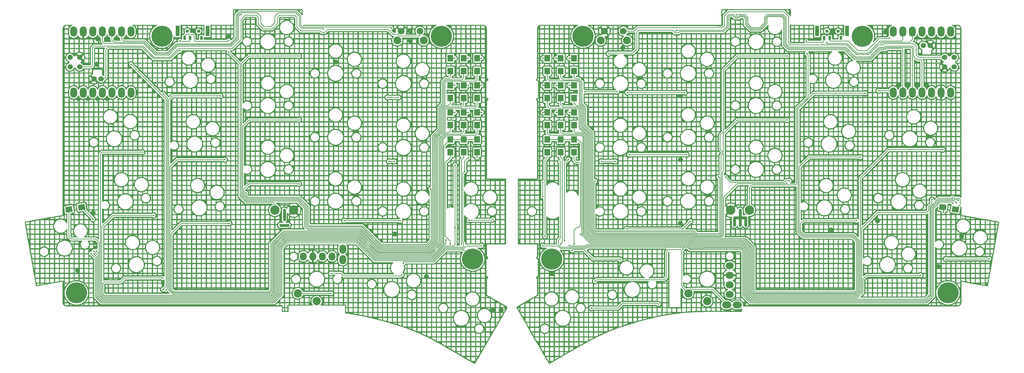
<source format=gtl>
G04 #@! TF.GenerationSoftware,KiCad,Pcbnew,9.0.2*
G04 #@! TF.CreationDate,2025-06-05T15:31:19+09:00*
G04 #@! TF.ProjectId,Totemkyle,546f7465-6d6b-4796-9c65-2e6b69636164,0.3*
G04 #@! TF.SameCoordinates,Original*
G04 #@! TF.FileFunction,Copper,L1,Top*
G04 #@! TF.FilePolarity,Positive*
%FSLAX46Y46*%
G04 Gerber Fmt 4.6, Leading zero omitted, Abs format (unit mm)*
G04 Created by KiCad (PCBNEW 9.0.2) date 2025-06-05 15:31:19*
%MOMM*%
%LPD*%
G01*
G04 APERTURE LIST*
G04 Aperture macros list*
%AMRotRect*
0 Rectangle, with rotation*
0 The origin of the aperture is its center*
0 $1 length*
0 $2 width*
0 $3 Rotation angle, in degrees counterclockwise*
0 Add horizontal line*
21,1,$1,$2,0,0,$3*%
G04 Aperture macros list end*
G04 #@! TA.AperFunction,NonConductor*
%ADD10C,0.750000*%
G04 #@! TD*
G04 #@! TA.AperFunction,ComponentPad*
%ADD11C,5.600000*%
G04 #@! TD*
G04 #@! TA.AperFunction,ComponentPad*
%ADD12O,1.800000X2.750000*%
G04 #@! TD*
G04 #@! TA.AperFunction,ComponentPad*
%ADD13C,1.397000*%
G04 #@! TD*
G04 #@! TA.AperFunction,ComponentPad*
%ADD14C,2.200000*%
G04 #@! TD*
G04 #@! TA.AperFunction,ComponentPad*
%ADD15O,1.800000X2.200000*%
G04 #@! TD*
G04 #@! TA.AperFunction,ComponentPad*
%ADD16O,1.800000X2.500000*%
G04 #@! TD*
G04 #@! TA.AperFunction,ComponentPad*
%ADD17C,2.500000*%
G04 #@! TD*
G04 #@! TA.AperFunction,SMDPad,CuDef*
%ADD18R,1.500000X1.800000*%
G04 #@! TD*
G04 #@! TA.AperFunction,WasherPad*
%ADD19C,0.900000*%
G04 #@! TD*
G04 #@! TA.AperFunction,SMDPad,CuDef*
%ADD20R,0.700000X1.000000*%
G04 #@! TD*
G04 #@! TA.AperFunction,SMDPad,CuDef*
%ADD21R,1.000000X2.800000*%
G04 #@! TD*
G04 #@! TA.AperFunction,ComponentPad*
%ADD22C,1.800000*%
G04 #@! TD*
G04 #@! TA.AperFunction,ComponentPad*
%ADD23C,2.100000*%
G04 #@! TD*
G04 #@! TA.AperFunction,SMDPad,CuDef*
%ADD24RotRect,1.800000X1.500000X170.000000*%
G04 #@! TD*
G04 #@! TA.AperFunction,ComponentPad*
%ADD25O,2.200000X1.800000*%
G04 #@! TD*
G04 #@! TA.AperFunction,ComponentPad*
%ADD26O,2.500000X1.800000*%
G04 #@! TD*
G04 #@! TA.AperFunction,SMDPad,CuDef*
%ADD27RotRect,1.800000X1.500000X10.000000*%
G04 #@! TD*
G04 #@! TA.AperFunction,ViaPad*
%ADD28C,0.450000*%
G04 #@! TD*
G04 #@! TA.AperFunction,Conductor*
%ADD29C,0.200000*%
G04 #@! TD*
G04 APERTURE END LIST*
D10*
X210500000Y-99000000D02*
X210500000Y-103000000D01*
X209000000Y-101000000D02*
X212000000Y-101000000D01*
X89500000Y-99000000D02*
X89500000Y-101500000D01*
X209000000Y-101000000D02*
X209000000Y-103000000D01*
X88500000Y-103000000D02*
X90500000Y-103000000D01*
X212000000Y-101000000D02*
X212000000Y-103000000D01*
D11*
X139500000Y-112000000D03*
D12*
X266420000Y-51505000D03*
X263880000Y-51505000D03*
X261340000Y-51505000D03*
X258800000Y-51505000D03*
X256260000Y-51505000D03*
X253720000Y-51505000D03*
X251180000Y-51505000D03*
X251180000Y-67695000D03*
X253720000Y-67695000D03*
X256260000Y-67695000D03*
X258800000Y-67695000D03*
X261340000Y-67695000D03*
X263880000Y-67695000D03*
X266420000Y-67695000D03*
D13*
X267372000Y-58330000D03*
X267372000Y-60870000D03*
X264832000Y-58330000D03*
X264832000Y-60870000D03*
X259117000Y-55155000D03*
X261022000Y-55155000D03*
D14*
X98103165Y-123214348D03*
X93103165Y-121114348D03*
D15*
X102163165Y-111314348D03*
X99623165Y-111314348D03*
X97083165Y-111314348D03*
X94543165Y-111314348D03*
D16*
X105003165Y-109339348D03*
X105003165Y-112139348D03*
D17*
X213000000Y-99000000D03*
D18*
X166422435Y-80194348D03*
X166422435Y-83594348D03*
X159322435Y-58597348D03*
X159322435Y-61997348D03*
D17*
X92000000Y-99000000D03*
D18*
X162872435Y-65796348D03*
X162872435Y-69196348D03*
D11*
X34300000Y-121014348D03*
D19*
X63750000Y-51350000D03*
X66750000Y-51400000D03*
D20*
X67500000Y-53200000D03*
X64500000Y-53200000D03*
X63000000Y-53200000D03*
D21*
X69100000Y-51300000D03*
X61150000Y-51300000D03*
D22*
X179500000Y-51350000D03*
X174500000Y-51350000D03*
D23*
X173500000Y-53850000D03*
X180500000Y-53850000D03*
D11*
X265700000Y-121000000D03*
X243000000Y-52700000D03*
D24*
X267674173Y-98795202D03*
X264325827Y-98204798D03*
D18*
X162872435Y-58597348D03*
X162872435Y-61997348D03*
X137127565Y-80194348D03*
X137127565Y-83594348D03*
D19*
X233550000Y-51350000D03*
X236550000Y-51400000D03*
D20*
X237300000Y-53200000D03*
X234300000Y-53200000D03*
X232800000Y-53200000D03*
D21*
X238900000Y-51300000D03*
X230950000Y-51300000D03*
D18*
X137127565Y-65796348D03*
X137127565Y-69196348D03*
X137127565Y-58597348D03*
X137127565Y-61997348D03*
X159322435Y-80194348D03*
X159322435Y-83594348D03*
X162872435Y-80194348D03*
X162872435Y-83594348D03*
D11*
X57000000Y-52700000D03*
D18*
X162872435Y-72995348D03*
X162872435Y-76395348D03*
D17*
X208000000Y-99000000D03*
D18*
X159322435Y-65796348D03*
X159322435Y-69196348D03*
X166422435Y-72995348D03*
X166422435Y-76395348D03*
X133577565Y-65796348D03*
X133577565Y-69196348D03*
D14*
X201778165Y-123214348D03*
X196778165Y-121114348D03*
D25*
X207778165Y-121374348D03*
X207778165Y-118834348D03*
X207778165Y-116294348D03*
X207778165Y-113754348D03*
D26*
X209753165Y-124214348D03*
X206953165Y-124214348D03*
D22*
X125500000Y-51350000D03*
X120500000Y-51350000D03*
D23*
X119500000Y-53850000D03*
X126500000Y-53850000D03*
D27*
X32325827Y-98795202D03*
X35674173Y-98204798D03*
D18*
X140677565Y-58592348D03*
X140677565Y-61992348D03*
X133577565Y-58597348D03*
X133577565Y-61997348D03*
X159322435Y-72995348D03*
X159322435Y-76395348D03*
X140677565Y-72995348D03*
X140677565Y-76395348D03*
X140677565Y-65796348D03*
X140677565Y-69196348D03*
X133577565Y-80194348D03*
X133577565Y-83594348D03*
D17*
X87000000Y-99000000D03*
D18*
X137127565Y-72995348D03*
X137127565Y-76395348D03*
X166422435Y-58597348D03*
X166422435Y-61997348D03*
X140677565Y-80194348D03*
X140677565Y-83594348D03*
D11*
X160500000Y-112000000D03*
X131200000Y-52700000D03*
D18*
X166422435Y-65796348D03*
X166422435Y-69196348D03*
X133577565Y-72995348D03*
X133577565Y-76395348D03*
D12*
X33580000Y-67695000D03*
X36120000Y-67695000D03*
X38660000Y-67695000D03*
X41200000Y-67695000D03*
X43740000Y-67695000D03*
X46280000Y-67695000D03*
X48820000Y-67695000D03*
X48820000Y-51505000D03*
X46280000Y-51505000D03*
X43740000Y-51505000D03*
X41200000Y-51505000D03*
X38660000Y-51505000D03*
X36120000Y-51505000D03*
X33580000Y-51505000D03*
D13*
X32628000Y-60870000D03*
X32628000Y-58330000D03*
X35168000Y-60870000D03*
X35168000Y-58330000D03*
X40883000Y-64045000D03*
X38978000Y-64045000D03*
D11*
X168800000Y-52700000D03*
D28*
X141865000Y-65765000D03*
X141859000Y-108415000D03*
X141865000Y-58585000D03*
X141865000Y-72985000D03*
X116909000Y-68990000D03*
X38150000Y-110550000D03*
X119809000Y-68990000D03*
X51827565Y-83589348D03*
X72527565Y-68564348D03*
X93402565Y-57964348D03*
X138370000Y-65770000D03*
X138370000Y-85004000D03*
X137409000Y-88690000D03*
X138370000Y-58600000D03*
X118709000Y-85990000D03*
X117309000Y-85990000D03*
X38875000Y-110550000D03*
X138370000Y-72970000D03*
X54802565Y-100364348D03*
X73702565Y-85539348D03*
X93402565Y-74964348D03*
X105359000Y-101790000D03*
X134831105Y-103590000D03*
X134790000Y-58590000D03*
X134831105Y-86990000D03*
X120309000Y-101819012D03*
X38900000Y-109850000D03*
X134790000Y-65780000D03*
X134790000Y-73000000D03*
X57209000Y-117039348D03*
X74902565Y-102489348D03*
X93402565Y-91989348D03*
X132409000Y-106890000D03*
X39600000Y-109825000D03*
X38677565Y-101414348D03*
X120680000Y-116120000D03*
X101909000Y-121114348D03*
X101909000Y-115790000D03*
X133575000Y-108000000D03*
X136509000Y-107990000D03*
X177809000Y-67490000D03*
X195809000Y-67740000D03*
X163902285Y-107061285D03*
X164929500Y-85480500D03*
X165170000Y-72990000D03*
X169259000Y-67490000D03*
X180559000Y-67740000D03*
X165170000Y-65810000D03*
X268409544Y-96310234D03*
X165170000Y-58580000D03*
X165170000Y-108329000D03*
X140675000Y-85000000D03*
X264327565Y-82894348D03*
X243727565Y-67894348D03*
X223027565Y-57994348D03*
X161660000Y-65820000D03*
X162709500Y-86039500D03*
X161660000Y-73010000D03*
X173659000Y-85990000D03*
X196309000Y-84240000D03*
X177359000Y-85990000D03*
X267895012Y-97027870D03*
X161660000Y-58610000D03*
X181059000Y-84240000D03*
X261430000Y-96210000D03*
X242427565Y-84894348D03*
X223027565Y-74994348D03*
X180409000Y-103990000D03*
X266918358Y-97088457D03*
X195259000Y-109340000D03*
X158109000Y-91630000D03*
X158109000Y-108415000D03*
X197309000Y-101940000D03*
X158110000Y-73020000D03*
X158110000Y-65800000D03*
X158110000Y-58600000D03*
X195259000Y-103990000D03*
X158109000Y-95370000D03*
X258427565Y-116294348D03*
X241427565Y-101794348D03*
X222910000Y-91790000D03*
X266870000Y-95650000D03*
X168109000Y-105490000D03*
X265109000Y-111963377D03*
X276627565Y-111894348D03*
X264475000Y-99525000D03*
X171984000Y-117890000D03*
X166410000Y-107990000D03*
X74709000Y-53865000D03*
X74709000Y-56940000D03*
X228244854Y-57319238D03*
X228089959Y-54032650D03*
X170972116Y-125036326D03*
X188894702Y-123997694D03*
X162860000Y-107990000D03*
X61759000Y-56565000D03*
X61759000Y-53890000D03*
X158687785Y-105960000D03*
X127226000Y-116672000D03*
X74716000Y-52811000D03*
X42486000Y-69285000D03*
X39623000Y-109007000D03*
X39941000Y-53426000D03*
X34826000Y-69285000D03*
X45023000Y-53426000D03*
X34650000Y-114966000D03*
X103155000Y-59557000D03*
X122937000Y-53898000D03*
X144890000Y-125560000D03*
X103155000Y-59557000D03*
X42482000Y-53426000D03*
X147069000Y-125580000D03*
X103155000Y-59557000D03*
X47592000Y-53447000D03*
X122937000Y-51345000D03*
X39731000Y-60180000D03*
X39908000Y-69285000D03*
X118836000Y-105343000D03*
X57409000Y-118190000D03*
X37392000Y-69285000D03*
X65224000Y-51376000D03*
X38751000Y-99690000D03*
X79309000Y-94390000D03*
X128309000Y-93390000D03*
X78075000Y-47000000D03*
X99850000Y-50850000D03*
X121117752Y-113094376D03*
X117875000Y-50500000D03*
X137234000Y-109715000D03*
X247959000Y-54515000D03*
X204784000Y-90190000D03*
X223609000Y-91190000D03*
X206609000Y-90190000D03*
X233459000Y-54440000D03*
X172009000Y-91240000D03*
X209575464Y-47038784D03*
X193481122Y-51333479D03*
X175614102Y-57372145D03*
X165909000Y-109715000D03*
X178749756Y-112209500D03*
X48804739Y-60194261D03*
X57309000Y-120090000D03*
X58109000Y-120190000D03*
X57409000Y-68090000D03*
X247229000Y-67220000D03*
X250160000Y-53160000D03*
X179390000Y-55793000D03*
X194694815Y-85552927D03*
X234655000Y-104303000D03*
X194646583Y-102480983D03*
X260072000Y-65799000D03*
X263136919Y-114043512D03*
X194685552Y-68599951D03*
X235038000Y-51368000D03*
X255001500Y-65781000D03*
X257537000Y-65781000D03*
X252466000Y-65781000D03*
X249161000Y-51572000D03*
X269312927Y-105994247D03*
X247023000Y-101791000D03*
X160569455Y-115875919D03*
X138509000Y-101690000D03*
X144909000Y-101390000D03*
D29*
X39365000Y-122115000D02*
X40914999Y-123664999D01*
X39365000Y-111765000D02*
X39365000Y-122115000D01*
X140677565Y-58592348D02*
X141897652Y-58592348D01*
X132325420Y-109200000D02*
X137102083Y-109199999D01*
X141900000Y-72990000D02*
X140682913Y-72990000D01*
X113431335Y-112414994D02*
X128933991Y-112414991D01*
X88872605Y-109107395D02*
X90290000Y-107690000D01*
X137782082Y-108520000D02*
X141754000Y-108520000D01*
X137102083Y-109199999D02*
X137782082Y-108520000D01*
X86675211Y-123664999D02*
X88872604Y-121467606D01*
X140677565Y-65796348D02*
X141873652Y-65796348D01*
X129110427Y-112414993D02*
X132325420Y-109200000D01*
X108706341Y-107690000D02*
X113431335Y-112414994D01*
X90290000Y-107690000D02*
X108706341Y-107690000D01*
X116909000Y-68990000D02*
X119809000Y-68990000D01*
X88872604Y-121467606D02*
X88872605Y-109107395D01*
X38150000Y-110550000D02*
X39365000Y-111765000D01*
X128933991Y-112414991D02*
X129110427Y-112414993D01*
X40914999Y-123664999D02*
X86675211Y-123664999D01*
X141754000Y-108520000D02*
X141859000Y-108415000D01*
X140677565Y-78597435D02*
X140677565Y-76395348D01*
X109114727Y-106231627D02*
X113978095Y-111094995D01*
X132725000Y-79050000D02*
X140225000Y-79050000D01*
X87534999Y-120938451D02*
X87534999Y-108578241D01*
X51825001Y-83591912D02*
X41102332Y-83591912D01*
X131579541Y-80195459D02*
X132725000Y-79050000D01*
X87534999Y-108578241D02*
X89881613Y-106231627D01*
X128563666Y-111094994D02*
X131579541Y-108079119D01*
X89881613Y-106231627D02*
X109114727Y-106231627D01*
X40685221Y-84009023D02*
X40685221Y-121555713D01*
X41102332Y-83591912D02*
X40685221Y-84009023D01*
X86128452Y-122344998D02*
X87534999Y-120938451D01*
X140225000Y-79050000D02*
X140677565Y-78597435D01*
X40685221Y-121555713D02*
X41474508Y-122345000D01*
X131579541Y-108079119D02*
X131579541Y-80195459D01*
X113978095Y-111094995D02*
X128563666Y-111094994D01*
X41474508Y-122345000D02*
X86128452Y-122344998D01*
X51827565Y-83589348D02*
X51825001Y-83591912D01*
X140125000Y-71865348D02*
X140677565Y-71312783D01*
X59893309Y-121343309D02*
X85730070Y-121343310D01*
X85730070Y-121343310D02*
X86541656Y-120531724D01*
X128153593Y-110104997D02*
X130564453Y-107694137D01*
X59808068Y-68586257D02*
X58792069Y-69602256D01*
X58792069Y-69602256D02*
X58792069Y-120242069D01*
X58792069Y-120242069D02*
X59893309Y-121343309D01*
X130564453Y-79810477D02*
X132200000Y-78174930D01*
X132200000Y-72262913D02*
X132597565Y-71865348D01*
X132597565Y-71865348D02*
X140125000Y-71865348D01*
X132200000Y-78174930D02*
X132200000Y-72262913D01*
X72527565Y-68564348D02*
X72505656Y-68586257D01*
X140677565Y-71312783D02*
X140677565Y-69196348D01*
X86541656Y-120531724D02*
X86541657Y-108171513D01*
X86541657Y-108171513D02*
X89503309Y-105209861D01*
X109493031Y-105209861D02*
X114388166Y-110104996D01*
X72505656Y-68586257D02*
X59808068Y-68586257D01*
X130564453Y-107694137D02*
X130564453Y-79810477D01*
X114388166Y-110104996D02*
X128153593Y-110104997D01*
X89503309Y-105209861D02*
X109493031Y-105209861D01*
X78090002Y-95173382D02*
X79491621Y-96575001D01*
X93398945Y-57967968D02*
X80129229Y-57967968D01*
X114798237Y-109114997D02*
X127743522Y-109114998D01*
X131210000Y-77764860D02*
X131210000Y-71840000D01*
X132597565Y-64666348D02*
X136147565Y-64666348D01*
X80129229Y-57967968D02*
X78090000Y-60007197D01*
X109873240Y-104190000D02*
X114798237Y-109114997D01*
X140275000Y-64650000D02*
X140677565Y-64247435D01*
X136147565Y-64666348D02*
X136163913Y-64650000D01*
X131210000Y-71840000D02*
X132150000Y-70900000D01*
X129509000Y-79465860D02*
X131210000Y-77764860D01*
X129509000Y-107349520D02*
X129509000Y-79465860D01*
X94880000Y-98430002D02*
X94880000Y-103261000D01*
X136163913Y-64650000D02*
X140275000Y-64650000D01*
X93024999Y-96575001D02*
X94880000Y-98430002D01*
X95809000Y-104190000D02*
X109873240Y-104190000D01*
X93402565Y-57964348D02*
X93398945Y-57967968D01*
X127743522Y-109114998D02*
X129509000Y-107349520D01*
X132150000Y-65113913D02*
X132597565Y-64666348D01*
X79491621Y-96575001D02*
X93024999Y-96575001D01*
X94880000Y-103261000D02*
X95809000Y-104190000D01*
X140677565Y-64247435D02*
X140677565Y-61992348D01*
X78090000Y-60007197D02*
X78090002Y-95173382D01*
X132150000Y-70900000D02*
X132150000Y-65113913D01*
X86538521Y-123334999D02*
X41059999Y-123334999D01*
X137127565Y-58597348D02*
X138367348Y-58597348D01*
X138344652Y-72995348D02*
X138370000Y-72970000D01*
X117309000Y-85990000D02*
X118709000Y-85990000D01*
X113568025Y-112084994D02*
X108773031Y-107290000D01*
X136840000Y-89259000D02*
X137409000Y-88690000D01*
X137109000Y-108726392D02*
X136965392Y-108870000D01*
X137127565Y-65796348D02*
X138343652Y-65796348D01*
X41059999Y-123334999D02*
X39695221Y-121970221D01*
X90223310Y-107290000D02*
X88542606Y-108970704D01*
X138367348Y-58597348D02*
X138370000Y-58600000D01*
X39695221Y-111370221D02*
X38875000Y-110550000D01*
X136965392Y-108870000D02*
X132188730Y-108870000D01*
X137409000Y-88690000D02*
X137409000Y-85965000D01*
X136840000Y-107421000D02*
X137109000Y-107690000D01*
X88542606Y-108970704D02*
X88542605Y-121330915D01*
X137127565Y-72995348D02*
X138344652Y-72995348D01*
X136840000Y-89590000D02*
X136840000Y-89259000D01*
X137109000Y-107690000D02*
X137109000Y-108726392D01*
X108773031Y-107290000D02*
X90223310Y-107290000D01*
X137409000Y-85965000D02*
X138370000Y-85004000D01*
X39695221Y-121970221D02*
X39695221Y-111370221D01*
X136840000Y-89590000D02*
X136840000Y-107421000D01*
X128973738Y-112084992D02*
X113568025Y-112084994D01*
X88542605Y-121330915D02*
X86538521Y-123334999D01*
X132188730Y-108870000D02*
X128973738Y-112084992D01*
X138343652Y-65796348D02*
X138370000Y-65770000D01*
X128426975Y-110764995D02*
X131241178Y-107950792D01*
X41611198Y-122015000D02*
X85991762Y-122014998D01*
X132588310Y-78720000D02*
X136554999Y-78720001D01*
X44023899Y-100364348D02*
X41015221Y-103373026D01*
X131241178Y-107950792D02*
X131241178Y-80067132D01*
X41015221Y-121419023D02*
X41611198Y-122015000D01*
X131241178Y-80067132D02*
X132588310Y-78720000D01*
X114114786Y-110764996D02*
X128426975Y-110764995D01*
X87205000Y-120801760D02*
X87205000Y-108441550D01*
X89756550Y-105890000D02*
X109239790Y-105890000D01*
X109239790Y-105890000D02*
X114114786Y-110764996D01*
X137127565Y-78147435D02*
X137127565Y-76395348D01*
X136554999Y-78720001D02*
X137127565Y-78147435D01*
X54802565Y-100364348D02*
X44023899Y-100364348D01*
X87205000Y-108441550D02*
X89756550Y-105890000D01*
X41015221Y-103373026D02*
X41015221Y-121419023D01*
X85991762Y-122014998D02*
X87205000Y-120801760D01*
X130209000Y-107582900D02*
X130209000Y-79699240D01*
X89377208Y-104869272D02*
X109619132Y-104869272D01*
X136500000Y-71535348D02*
X137127565Y-70907783D01*
X131870000Y-78038240D02*
X131870000Y-72126223D01*
X131870000Y-72126223D02*
X132460874Y-71535349D01*
X132460874Y-71535349D02*
X136500000Y-71535348D01*
X86211657Y-108034823D02*
X89377208Y-104869272D01*
X109619132Y-104869272D02*
X114524857Y-109774997D01*
X86211656Y-120395034D02*
X86211657Y-108034823D01*
X59122069Y-120105379D02*
X60029999Y-121013309D01*
X137127565Y-70907783D02*
X137127565Y-69196348D01*
X60029999Y-121013309D02*
X85593380Y-121013310D01*
X60993944Y-85545065D02*
X59122069Y-87416940D01*
X85593380Y-121013310D02*
X86211656Y-120395034D01*
X73696848Y-85545065D02*
X60993944Y-85545065D01*
X128016902Y-109774998D02*
X130209000Y-107582900D01*
X114524857Y-109774997D02*
X128016902Y-109774998D01*
X73702565Y-85539348D02*
X73696848Y-85545065D01*
X59122069Y-87416940D02*
X59122069Y-120105379D01*
X130209000Y-79699240D02*
X131870000Y-78038240D01*
X133975000Y-64336349D02*
X133991349Y-64320000D01*
X129141203Y-79366967D02*
X130880000Y-77628170D01*
X133991349Y-64320000D02*
X136575000Y-64320000D01*
X78420001Y-95036691D02*
X79628311Y-96245001D01*
X95210000Y-103091000D02*
X95966506Y-103847506D01*
X131820000Y-64977223D02*
X132460875Y-64336348D01*
X132460875Y-64336348D02*
X133975000Y-64336349D01*
X79628311Y-96245001D02*
X93161689Y-96245001D01*
X95966506Y-103847506D02*
X109997436Y-103847506D01*
X93402565Y-74964348D02*
X93398725Y-74968188D01*
X130880000Y-77628170D02*
X130880001Y-71703309D01*
X93161689Y-96245001D02*
X95210000Y-98293312D01*
X137127565Y-63767435D02*
X137127565Y-61997348D01*
X78420000Y-76677417D02*
X78420001Y-95036691D01*
X95210000Y-98293312D02*
X95210000Y-103091000D01*
X114934928Y-108784998D02*
X127606831Y-108784999D01*
X80129229Y-74968188D02*
X78420000Y-76677417D01*
X109997436Y-103847506D02*
X114934928Y-108784998D01*
X130880001Y-71703309D02*
X131820000Y-70763310D01*
X131820000Y-70763310D02*
X131820000Y-64977223D01*
X127606831Y-108784999D02*
X129141203Y-107250627D01*
X136575000Y-64320000D02*
X137127565Y-63767435D01*
X93398725Y-74968188D02*
X80129229Y-74968188D01*
X129141203Y-107250627D02*
X129141203Y-79366967D01*
X113704714Y-111754994D02*
X108882559Y-106932839D01*
X132052040Y-108540000D02*
X128837046Y-111754994D01*
X120279988Y-101790000D02*
X105359000Y-101790000D01*
X133577565Y-58597348D02*
X134782652Y-58597348D01*
X134609000Y-108540000D02*
X132052040Y-108540000D01*
X88212604Y-108834016D02*
X88212604Y-121194226D01*
X134773652Y-65796348D02*
X134790000Y-65780000D01*
X134831105Y-108317895D02*
X134609000Y-108540000D01*
X90113781Y-106932839D02*
X88212604Y-108834016D01*
X134790000Y-73000000D02*
X133582217Y-73000000D01*
X120309000Y-101819012D02*
X120279988Y-101790000D01*
X86401831Y-123004999D02*
X41201127Y-123004999D01*
X128837046Y-111754994D02*
X113704714Y-111754994D01*
X134831105Y-103590000D02*
X134831105Y-108317895D01*
X88212604Y-121194226D02*
X86401831Y-123004999D01*
X133577565Y-65796348D02*
X134773652Y-65796348D01*
X134831105Y-86990000D02*
X134831105Y-103590000D01*
X40025221Y-110975221D02*
X38900000Y-109850000D01*
X108882559Y-106932839D02*
X90113781Y-106932839D01*
X40025221Y-121829093D02*
X40025221Y-110975221D01*
X41201127Y-123004999D02*
X40025221Y-121829093D01*
X134782652Y-58597348D02*
X134790000Y-58590000D01*
X132451620Y-78390000D02*
X133050000Y-78390000D01*
X47042908Y-117039348D02*
X45990447Y-118091809D01*
X41345221Y-118494779D02*
X41345221Y-121282333D01*
X45990447Y-118091809D02*
X41748191Y-118091809D01*
X41345221Y-121282333D02*
X41736197Y-121673309D01*
X130902816Y-107822464D02*
X130902816Y-79938804D01*
X85866761Y-121673309D02*
X86871656Y-120668414D01*
X133050000Y-78390000D02*
X133577565Y-77862435D01*
X41736197Y-121673309D02*
X85866761Y-121673309D01*
X86871656Y-120668414D02*
X86871656Y-108308204D01*
X109366930Y-105550450D02*
X114251476Y-110434996D01*
X57209000Y-117039348D02*
X47042908Y-117039348D01*
X133577565Y-77862435D02*
X133577565Y-76395348D01*
X114251476Y-110434996D02*
X128290284Y-110434996D01*
X41748191Y-118091809D02*
X41345221Y-118494779D01*
X130902816Y-79938804D02*
X132451620Y-78390000D01*
X128290284Y-110434996D02*
X130902816Y-107822464D01*
X89629410Y-105550450D02*
X109366930Y-105550450D01*
X86871656Y-108308204D02*
X89629410Y-105550450D01*
X129844642Y-107480568D02*
X129844642Y-79596908D01*
X109745233Y-104528683D02*
X114661546Y-109444996D01*
X85881658Y-107898132D02*
X89251107Y-104528683D01*
X132324183Y-71205350D02*
X133000000Y-71205349D01*
X85881656Y-120258344D02*
X85881658Y-107898132D01*
X74902565Y-102489348D02*
X74888039Y-102503874D01*
X133000000Y-71205349D02*
X133577565Y-70627784D01*
X114661546Y-109444996D02*
X127880212Y-109444998D01*
X59452069Y-119968689D02*
X60166690Y-120683310D01*
X74888039Y-102503874D02*
X62179819Y-102503874D01*
X131540000Y-71989533D02*
X132324183Y-71205350D01*
X59452069Y-105231624D02*
X59452069Y-119968689D01*
X129844642Y-79596908D02*
X131540000Y-77901550D01*
X85456690Y-120683310D02*
X85881656Y-120258344D01*
X89251107Y-104528683D02*
X109745233Y-104528683D01*
X60166690Y-120683310D02*
X85456690Y-120683310D01*
X127880212Y-109444998D02*
X129844642Y-107480568D01*
X133577565Y-70627784D02*
X133577565Y-69196348D01*
X131540000Y-77901550D02*
X131540000Y-71989533D01*
X62179819Y-102503874D02*
X59452069Y-105231624D01*
X132323770Y-64005348D02*
X131489000Y-64840119D01*
X78751001Y-93346636D02*
X80129229Y-91968408D01*
X78751001Y-94899587D02*
X78751001Y-93346636D01*
X131489000Y-64840119D02*
X131489000Y-70626206D01*
X95541000Y-102922000D02*
X95541000Y-98156207D01*
X130549000Y-77491066D02*
X128809000Y-79231066D01*
X133577565Y-63653784D02*
X133226000Y-64005349D01*
X93298793Y-95914001D02*
X79765415Y-95914001D01*
X110106620Y-103490000D02*
X96109000Y-103490000D01*
X80129229Y-91968408D02*
X93381625Y-91968408D01*
X131489000Y-70626206D02*
X130549001Y-71566204D01*
X111405618Y-104788998D02*
X110106620Y-103490000D01*
X115072032Y-108453998D02*
X111407032Y-104788998D01*
X111407032Y-104788998D02*
X111405618Y-104788998D01*
X79765415Y-95914001D02*
X78751001Y-94899587D01*
X133226000Y-64005349D02*
X132323770Y-64005348D01*
X130549001Y-71566204D02*
X130549000Y-77491066D01*
X127469727Y-108453999D02*
X115072032Y-108453998D01*
X93381625Y-91968408D02*
X93402565Y-91989348D01*
X128809000Y-107114726D02*
X127469727Y-108453999D01*
X96109000Y-103490000D02*
X95541000Y-102922000D01*
X128809000Y-79231066D02*
X128809000Y-107114726D01*
X95541000Y-98156207D02*
X93298793Y-95914001D01*
X133577565Y-61997348D02*
X133577565Y-63653784D01*
X32325827Y-106045827D02*
X32960000Y-106680000D01*
X128700357Y-111424993D02*
X132109000Y-108016350D01*
X133577565Y-80194348D02*
X140677565Y-80194348D01*
X41337818Y-122675000D02*
X86265140Y-122675000D01*
X87882605Y-121057535D02*
X87882605Y-108697325D01*
X131910541Y-81861372D02*
X133577565Y-80194348D01*
X87882605Y-108697325D02*
X90007714Y-106572216D01*
X132109000Y-108016350D02*
X131910541Y-107817891D01*
X39430000Y-106680000D02*
X40355221Y-107605221D01*
X32325827Y-98795202D02*
X32325827Y-106045827D01*
X32960000Y-106680000D02*
X39430000Y-106680000D01*
X132182650Y-108016350D02*
X132109000Y-108016350D01*
X132409000Y-106890000D02*
X132409000Y-107790000D01*
X86265140Y-122675000D02*
X87882605Y-121057535D01*
X113841404Y-111424994D02*
X128700357Y-111424993D01*
X108988626Y-106572216D02*
X113841404Y-111424994D01*
X40355222Y-121692404D02*
X41337818Y-122675000D01*
X131910541Y-107817891D02*
X131910541Y-81861372D01*
X39600000Y-109825000D02*
X40355221Y-110580221D01*
X132409000Y-107790000D02*
X132182650Y-108016350D01*
X90007714Y-106572216D02*
X108988626Y-106572216D01*
X40355221Y-107605221D02*
X40355222Y-121692404D01*
X38677565Y-101208190D02*
X38677565Y-101414348D01*
X35674173Y-98204798D02*
X38677565Y-101208190D01*
X132241541Y-86357459D02*
X132241541Y-105914020D01*
X104509000Y-115790000D02*
X105190835Y-116471835D01*
X105190835Y-116471835D02*
X120328165Y-116471835D01*
X133575000Y-107247479D02*
X133575000Y-108000000D01*
X132241541Y-105914020D02*
X133575000Y-107247479D01*
X133577565Y-83594348D02*
X133577565Y-85021435D01*
X120328165Y-116471835D02*
X120680000Y-116120000D01*
X101909000Y-115790000D02*
X104509000Y-115790000D01*
X133577565Y-85021435D02*
X132241541Y-86357459D01*
X93103165Y-121114348D02*
X101909000Y-121114348D01*
X136509000Y-107990000D02*
X136509000Y-85591000D01*
X136509000Y-85591000D02*
X137127565Y-84972435D01*
X137127565Y-84972435D02*
X137127565Y-83594348D01*
X261195002Y-98331618D02*
X263355445Y-96171175D01*
X195809000Y-67740000D02*
X180559000Y-67740000D01*
X169409000Y-108510001D02*
X169749497Y-108169504D01*
X211904999Y-121378379D02*
X213531619Y-123004999D01*
X211031691Y-108835001D02*
X211905000Y-109708310D01*
X164929500Y-85480500D02*
X163902285Y-86507715D01*
X197480053Y-108840000D02*
X200604001Y-108840000D01*
X165329001Y-108510001D02*
X169409000Y-108510001D01*
X163902285Y-86507715D02*
X163902285Y-107061285D01*
X166422435Y-72995348D02*
X165175348Y-72995348D01*
X259801621Y-123004999D02*
X261195000Y-121611620D01*
X261195000Y-121611620D02*
X261195002Y-98331618D01*
X213531619Y-123004999D02*
X259801621Y-123004999D01*
X165183652Y-65796348D02*
X165170000Y-65810000D01*
X177809000Y-67490000D02*
X169259000Y-67490000D01*
X166422435Y-58597348D02*
X165187348Y-58597348D01*
X211905000Y-109708310D02*
X211904999Y-121378379D01*
X165175348Y-72995348D02*
X165170000Y-72990000D01*
X165187348Y-58597348D02*
X165170000Y-58580000D01*
X196809558Y-108169504D02*
X197480053Y-108840000D01*
X263355445Y-96171175D02*
X268270485Y-96171175D01*
X268270485Y-96171175D02*
X268409544Y-96310234D01*
X165159000Y-108340000D02*
X165329001Y-108510001D01*
X166422435Y-65796348D02*
X165183652Y-65796348D01*
X169749497Y-108169504D02*
X196809558Y-108169504D01*
X200609000Y-108835001D02*
X211031691Y-108835001D01*
X140677565Y-83594348D02*
X140677565Y-84997435D01*
X200014860Y-107515000D02*
X211578450Y-107515000D01*
X211578450Y-107515000D02*
X213225000Y-109161550D01*
X168573380Y-78400000D02*
X169410000Y-79236620D01*
X166422435Y-77962435D02*
X166860000Y-78400000D01*
X249968663Y-82888377D02*
X264321594Y-82888377D01*
X242424999Y-90432041D02*
X249968663Y-82888377D01*
X240771620Y-121681620D02*
X241308453Y-121681617D01*
X264321594Y-82888377D02*
X264327565Y-82894348D01*
X166422435Y-76395348D02*
X166422435Y-77962435D01*
X166860000Y-78400000D02*
X168573380Y-78400000D01*
X214075000Y-121681620D02*
X240771620Y-121681620D01*
X198028473Y-107516000D02*
X200012445Y-107516000D01*
X213225000Y-109161550D02*
X213224999Y-119884999D01*
X241308453Y-121681617D02*
X242424999Y-120565070D01*
X197357977Y-106845504D02*
X198028473Y-107516000D01*
X213224999Y-119884999D02*
X213225001Y-120831621D01*
X169410000Y-79236620D02*
X169410000Y-104994438D01*
X171261066Y-106845504D02*
X197357977Y-106845504D01*
X213225001Y-120831621D02*
X214075000Y-121681620D01*
X242424999Y-120565070D02*
X242424999Y-90432041D01*
X169410000Y-104994438D02*
X171261066Y-106845504D01*
X214214998Y-120404998D02*
X214214999Y-108751479D01*
X170400000Y-78826550D02*
X168460035Y-76886585D01*
X240335000Y-106165000D02*
X241434999Y-107264999D01*
X198444000Y-106525000D02*
X197771504Y-105852504D01*
X227251619Y-106164999D02*
X240335000Y-106165000D01*
X171762504Y-105852504D02*
X170400000Y-104490000D01*
X211988524Y-106525003D02*
X198444000Y-106525000D01*
X197771504Y-105852504D02*
X171762504Y-105852504D01*
X170400000Y-104490000D02*
X170400000Y-78826550D01*
X168460035Y-71989568D02*
X167640469Y-71170002D01*
X167050000Y-71170001D02*
X166422435Y-70542436D01*
X241434999Y-107264999D02*
X241434999Y-120155001D01*
X225885000Y-72045882D02*
X225885000Y-104798380D01*
X243726577Y-67895336D02*
X230035545Y-67895336D01*
X241434999Y-120155001D02*
X240898380Y-120691620D01*
X240898380Y-120691620D02*
X214501620Y-120691620D01*
X214214999Y-108751479D02*
X211988524Y-106525003D01*
X166422435Y-70542436D02*
X166422435Y-69196348D01*
X214501620Y-120691620D02*
X214214998Y-120404998D01*
X167640469Y-71170002D02*
X167050000Y-71170001D01*
X168460035Y-76886585D02*
X168460035Y-71989568D01*
X230035545Y-67895336D02*
X225885000Y-72045882D01*
X225885000Y-104798380D02*
X227251619Y-106164999D01*
X243727565Y-67894348D02*
X243726577Y-67895336D01*
X205734000Y-83265000D02*
X205734000Y-84215000D01*
X171391000Y-78416065D02*
X169451034Y-76476100D01*
X205234000Y-82765000D02*
X205734000Y-83265000D01*
X209753165Y-57967968D02*
X206009000Y-61712133D01*
X168550000Y-70678049D02*
X168550000Y-64880533D01*
X206009000Y-78244249D02*
X205234000Y-79019249D01*
X166422435Y-63512435D02*
X166422435Y-61997348D01*
X223001185Y-57967968D02*
X209753165Y-57967968D01*
X205234000Y-79019249D02*
X205234000Y-82765000D01*
X168550000Y-64880533D02*
X168524579Y-64855112D01*
X166879000Y-63969000D02*
X166422435Y-63512435D01*
X205734000Y-84215000D02*
X205450000Y-84499000D01*
X205453613Y-105065895D02*
X205453613Y-105340104D01*
X169451034Y-76476100D02*
X169451034Y-71579082D01*
X205453613Y-105340104D02*
X205259717Y-105533999D01*
X206009000Y-61712133D02*
X206009000Y-78244249D01*
X168524579Y-64855112D02*
X168524579Y-64853697D01*
X205259717Y-105533999D02*
X198920095Y-105534000D01*
X198207096Y-104821000D02*
X172171895Y-104821000D01*
X167639881Y-63969000D02*
X166879000Y-63969000D01*
X198920095Y-105534000D02*
X198207096Y-104821000D01*
X223027565Y-57994348D02*
X223001185Y-57967968D01*
X205450000Y-84499000D02*
X205450000Y-105062281D01*
X205450000Y-105062281D02*
X205453613Y-105065895D01*
X168524579Y-64853697D02*
X167639881Y-63969000D01*
X172171895Y-104821000D02*
X171390999Y-104040103D01*
X171390999Y-104040103D02*
X171391000Y-78416065D01*
X169451034Y-71579082D02*
X168550000Y-70678049D01*
X169910633Y-108500504D02*
X169886601Y-108524536D01*
X173659000Y-85990000D02*
X177359000Y-85990000D01*
X200747106Y-109165000D02*
X200741105Y-109171000D01*
X211575000Y-109845000D02*
X210895000Y-109165000D01*
X162259000Y-108124392D02*
X162259000Y-106990000D01*
X169886601Y-108524536D02*
X169571137Y-108840000D01*
X263492135Y-96501175D02*
X261525000Y-98468310D01*
X162872435Y-65796348D02*
X161683652Y-65796348D01*
X211575000Y-121515070D02*
X211575000Y-109845000D01*
X162872435Y-58597348D02*
X161672652Y-58597348D01*
X161683652Y-65796348D02*
X161660000Y-65820000D01*
X181059000Y-84240000D02*
X196309000Y-84240000D01*
X267368317Y-96501175D02*
X263492135Y-96501175D01*
X169571137Y-108840000D02*
X162974608Y-108840000D01*
X161672652Y-58597348D02*
X161660000Y-58610000D01*
X261525000Y-98468310D02*
X261525000Y-121748310D01*
X196672453Y-108500504D02*
X169910633Y-108500504D01*
X200741105Y-109171000D02*
X197342948Y-109171000D01*
X162259000Y-106990000D02*
X162818785Y-106430215D01*
X162872435Y-72995348D02*
X161674652Y-72995348D01*
X267895012Y-97027870D02*
X267368317Y-96501175D01*
X197342948Y-109171000D02*
X196672453Y-108500504D01*
X210895000Y-109165000D02*
X200747106Y-109165000D01*
X259938311Y-123334999D02*
X213394929Y-123334999D01*
X161674652Y-72995348D02*
X161660000Y-73010000D01*
X162818785Y-106430215D02*
X162818785Y-86148785D01*
X162818785Y-86148785D02*
X162709500Y-86039500D01*
X213394929Y-123334999D02*
X211575000Y-121515070D01*
X162974608Y-108840000D02*
X162259000Y-108124392D01*
X261525000Y-121748310D02*
X259938311Y-123334999D01*
X171095504Y-107176504D02*
X197220873Y-107176504D01*
X200151550Y-107845000D02*
X211441760Y-107845000D01*
X242754998Y-120725002D02*
X242755000Y-103891930D01*
X169080000Y-79373310D02*
X169080000Y-105161000D01*
X212895000Y-109298240D02*
X212895002Y-120968312D01*
X197891369Y-107847000D02*
X200149550Y-107847000D01*
X211441760Y-107845000D02*
X212895000Y-109298240D01*
X260530000Y-99080000D02*
X260530000Y-98063240D01*
X162872435Y-76395348D02*
X162872435Y-78232435D01*
X213941689Y-122014999D02*
X241465001Y-122014999D01*
X163370000Y-78730000D02*
X168436690Y-78730000D01*
X212895002Y-120968312D02*
X213941689Y-122014999D01*
X200149550Y-107847000D02*
X200151550Y-107845000D01*
X247016604Y-99630326D02*
X259979674Y-99630326D01*
X259979674Y-99630326D02*
X260530000Y-99080000D01*
X261430000Y-97163240D02*
X261430000Y-96210000D01*
X242755000Y-103891930D02*
X247016604Y-99630326D01*
X241465001Y-122014999D02*
X242754998Y-120725002D01*
X197220873Y-107176504D02*
X197891369Y-107847000D01*
X168436690Y-78730000D02*
X169080000Y-79373310D01*
X169080000Y-105161000D02*
X171095504Y-107176504D01*
X260530000Y-98063240D02*
X261430000Y-97163240D01*
X162872435Y-78232435D02*
X163370000Y-78730000D01*
X228849670Y-84854145D02*
X226215000Y-87488815D01*
X226215000Y-104661690D02*
X227388310Y-105835000D01*
X241764999Y-107111689D02*
X241764999Y-120291691D01*
X227388310Y-105835000D02*
X240488310Y-105835000D01*
X242427565Y-84894348D02*
X242387362Y-84854145D01*
X163440000Y-71500000D02*
X162872435Y-70932435D01*
X226215000Y-87488815D02*
X226215000Y-104661690D01*
X240488310Y-105835000D02*
X241764999Y-107111689D01*
X211851833Y-106855002D02*
X198305898Y-106855002D01*
X170070000Y-78963240D02*
X168130035Y-77023275D01*
X162872435Y-70932435D02*
X162872435Y-69196348D01*
X168130035Y-72126258D02*
X167503778Y-71500001D01*
X168130035Y-77023275D02*
X168130035Y-72126258D01*
X213884999Y-108888169D02*
X211851833Y-106855002D01*
X242387362Y-84854145D02*
X228849670Y-84854145D01*
X214348380Y-121021620D02*
X213884999Y-120558239D01*
X171563504Y-106183504D02*
X170070000Y-104690000D01*
X241035071Y-121021619D02*
X214348380Y-121021620D01*
X198305898Y-106855002D02*
X197634400Y-106183504D01*
X167503778Y-71500001D02*
X163440000Y-71500000D01*
X170070000Y-104690000D02*
X170070000Y-78963240D01*
X213884999Y-120558239D02*
X213884999Y-108888169D01*
X197634400Y-106183504D02*
X171563504Y-106183504D01*
X241764999Y-120291691D02*
X241035071Y-121021619D01*
X171059999Y-104177207D02*
X171059999Y-82936759D01*
X162872435Y-63672435D02*
X162872435Y-61997348D01*
X169120034Y-76613204D02*
X169120034Y-71716187D01*
X172073296Y-105190504D02*
X171059999Y-104177207D01*
X205396821Y-105864999D02*
X198782990Y-105865000D01*
X168193579Y-64990802D02*
X167502777Y-64300000D01*
X163500000Y-64300000D02*
X162872435Y-63672435D01*
X198108495Y-105190504D02*
X172073296Y-105190504D01*
X167502777Y-64300000D02*
X163500000Y-64300000D01*
X198782990Y-105865000D02*
X198108495Y-105190504D01*
X206075089Y-88715000D02*
X205784000Y-89006089D01*
X171060000Y-78553170D02*
X169120034Y-76613204D01*
X205784000Y-89006089D02*
X205784000Y-105477820D01*
X169120034Y-71716187D02*
X168193579Y-70789732D01*
X168193579Y-70789732D02*
X168193579Y-64990802D01*
X171059999Y-82936759D02*
X171060000Y-78553170D01*
X209753165Y-74968188D02*
X206075089Y-78646264D01*
X206075089Y-78646264D02*
X206075089Y-88715000D01*
X223001405Y-74968188D02*
X209753165Y-74968188D01*
X205784000Y-105477820D02*
X205396821Y-105864999D01*
X223027565Y-74994348D02*
X223001405Y-74968188D01*
X180409000Y-103990000D02*
X195259000Y-103990000D01*
X162837918Y-109170000D02*
X169709241Y-109170000D01*
X162217918Y-108550000D02*
X162837918Y-109170000D01*
X211245001Y-121651761D02*
X213258239Y-123664999D01*
X263628825Y-96831175D02*
X266661076Y-96831175D01*
X159322435Y-58597348D02*
X158112652Y-58597348D01*
X266661076Y-96831175D02*
X266918358Y-97088457D01*
X158109000Y-108415000D02*
X158244000Y-108550000D01*
X211245000Y-109995000D02*
X211245001Y-121651761D01*
X158109000Y-91630000D02*
X158109000Y-95370000D01*
X195809000Y-108831504D02*
X196535348Y-108831504D01*
X195259000Y-109340000D02*
X195767496Y-108831504D01*
X201222000Y-109502000D02*
X201229000Y-109495000D01*
X169729000Y-109150241D02*
X170047738Y-108831504D01*
X260075001Y-123664999D02*
X261855000Y-121885000D01*
X195259000Y-103990000D02*
X197309000Y-101940000D01*
X159322435Y-65796348D02*
X158113652Y-65796348D01*
X158134652Y-72995348D02*
X158110000Y-73020000D01*
X196535348Y-108831504D02*
X197205843Y-109502000D01*
X195767496Y-108831504D02*
X195809000Y-108831504D01*
X159322435Y-72995348D02*
X158134652Y-72995348D01*
X210745000Y-109495000D02*
X211245000Y-109995000D01*
X158244000Y-108550000D02*
X162217918Y-108550000D01*
X261855000Y-121885000D02*
X261855000Y-98605000D01*
X170047738Y-108831504D02*
X195809000Y-108831504D01*
X201229000Y-109495000D02*
X210745000Y-109495000D01*
X261855000Y-98605000D02*
X263628825Y-96831175D01*
X213258239Y-123664999D02*
X260075001Y-123664999D01*
X158113652Y-65796348D02*
X158110000Y-65800000D01*
X197205843Y-109502000D02*
X201222000Y-109502000D01*
X169709241Y-109170000D02*
X169729000Y-109150241D01*
X158112652Y-58597348D02*
X158110000Y-58600000D01*
X212565000Y-121105000D02*
X212565000Y-109434930D01*
X168750000Y-79510000D02*
X168300000Y-79060000D01*
X159322435Y-78496783D02*
X159322435Y-76395348D01*
X241601692Y-122344998D02*
X213804999Y-122344999D01*
X258427565Y-116294348D02*
X258349639Y-116372274D01*
X243084998Y-117351825D02*
X243084998Y-117714998D01*
X213804999Y-122344999D02*
X212565000Y-121105000D01*
X197754263Y-108178000D02*
X200285241Y-108178000D01*
X243084998Y-117714998D02*
X243085000Y-117715000D01*
X200285241Y-108178000D02*
X200288241Y-108175000D01*
X197754263Y-108178000D02*
X197083768Y-107507504D01*
X244064549Y-116372274D02*
X243084998Y-117351825D01*
X170867504Y-107507504D02*
X168750000Y-105390000D01*
X197083768Y-107507504D02*
X170867504Y-107507504D01*
X243085000Y-117715000D02*
X243084998Y-117715002D01*
X159885652Y-79060000D02*
X159322435Y-78496783D01*
X211305070Y-108175000D02*
X200288241Y-108175000D01*
X168300000Y-79060000D02*
X159885652Y-79060000D01*
X258349639Y-116372274D02*
X244064549Y-116372274D01*
X168750000Y-105390000D02*
X168750000Y-79510000D01*
X212565000Y-109434930D02*
X211305070Y-108175000D01*
X243084998Y-117715002D02*
X243084998Y-120861692D01*
X243084998Y-120861692D02*
X241601692Y-122344998D01*
X242094999Y-106974999D02*
X242094999Y-120428381D01*
X240628380Y-121351620D02*
X214211690Y-121351620D01*
X169739999Y-83483519D02*
X169739999Y-104834702D01*
X211715142Y-107185002D02*
X211195000Y-107185000D01*
X159322435Y-71232435D02*
X159920000Y-71830000D01*
X171419801Y-106514504D02*
X197497296Y-106514504D01*
X241408960Y-101812953D02*
X227247047Y-101812953D01*
X198168794Y-107186002D02*
X198509000Y-107186002D01*
X197497296Y-106514504D02*
X198168794Y-107186002D01*
X169740000Y-79099930D02*
X169739999Y-83483519D01*
X159322435Y-69196348D02*
X159322435Y-71232435D01*
X167800035Y-72262948D02*
X167800035Y-77159965D01*
X241427565Y-101794348D02*
X241408960Y-101812953D01*
X159920000Y-71830000D02*
X167367087Y-71830000D01*
X213555000Y-109024860D02*
X211715142Y-107185002D01*
X167800035Y-77159965D02*
X169740000Y-79099930D01*
X167367087Y-71830000D02*
X167800035Y-72262948D01*
X241171762Y-121351618D02*
X240628380Y-121351620D01*
X227247047Y-101812953D02*
X226545000Y-102515000D01*
X214211690Y-121351620D02*
X213555000Y-120694930D01*
X227525000Y-105505000D02*
X240625000Y-105505000D01*
X242094999Y-120428381D02*
X241171762Y-121351618D01*
X226545000Y-102515000D02*
X226545000Y-104525000D01*
X211195000Y-107185000D02*
X198509000Y-107185000D01*
X213555000Y-120694930D02*
X213555000Y-109024860D01*
X226545000Y-104525000D02*
X227525000Y-105505000D01*
X169739999Y-104834702D02*
X171419801Y-106514504D01*
X240625000Y-105505000D02*
X242094999Y-106974999D01*
X168790034Y-71852877D02*
X167863579Y-70926422D01*
X167366087Y-64630000D02*
X159970000Y-64630000D01*
X197940504Y-105521504D02*
X171924748Y-105521504D01*
X171924748Y-105521504D02*
X170730000Y-104326756D01*
X167863579Y-70926422D02*
X167863579Y-65127492D01*
X168790034Y-76749894D02*
X168790034Y-71852877D01*
X170730000Y-104326756D02*
X170730000Y-78689860D01*
X206134000Y-95587573D02*
X206134000Y-105594510D01*
X209753165Y-91968408D02*
X206134000Y-95587573D01*
X167863579Y-65127492D02*
X167366087Y-64630000D01*
X206134000Y-105594510D02*
X205533511Y-106194999D01*
X205533511Y-106194999D02*
X198614000Y-106195000D01*
X222910000Y-91790000D02*
X222731592Y-91968408D01*
X170730000Y-78689860D02*
X168790034Y-76749894D01*
X222731592Y-91968408D02*
X209753165Y-91968408D01*
X159322435Y-63982435D02*
X159322435Y-61997348D01*
X159970000Y-64630000D02*
X159322435Y-63982435D01*
X198614000Y-106195000D02*
X197940504Y-105521504D01*
X200422345Y-108509000D02*
X197617158Y-108509000D01*
X268630000Y-95790000D02*
X267010000Y-95790000D01*
X212234999Y-119984999D02*
X212235000Y-109571620D01*
X212235000Y-109571620D02*
X211168382Y-108505002D01*
X260865001Y-98194929D02*
X260865002Y-98764998D01*
X170730400Y-107838504D02*
X168420000Y-105528104D01*
X200426346Y-108505000D02*
X200422345Y-108509000D01*
X213668309Y-122674999D02*
X212235001Y-121241691D01*
X268929544Y-97539831D02*
X268929544Y-96089544D01*
X168420000Y-105528104D02*
X168147104Y-105528104D01*
X266678825Y-95841175D02*
X263218755Y-95841175D01*
X266870000Y-95650000D02*
X266678825Y-95841175D01*
X196946663Y-107838504D02*
X170730400Y-107838504D01*
X211168382Y-108505002D02*
X200426346Y-108505000D01*
X168147104Y-105528104D02*
X168109000Y-105490000D01*
X267674173Y-98795202D02*
X268929544Y-97539831D01*
X268929544Y-96089544D02*
X268630000Y-95790000D01*
X259664931Y-122674999D02*
X213668309Y-122674999D01*
X167422435Y-80194348D02*
X168420000Y-81191913D01*
X212235001Y-121241691D02*
X212234999Y-119984999D01*
X260865002Y-121474928D02*
X259664931Y-122674999D01*
X166422435Y-80194348D02*
X167422435Y-80194348D01*
X168420000Y-81191913D02*
X168420000Y-105528104D01*
X159322435Y-80194348D02*
X166422435Y-80194348D01*
X267010000Y-95790000D02*
X266870000Y-95650000D01*
X263218755Y-95841175D02*
X260865001Y-98194929D01*
X196946663Y-107838505D02*
X196946663Y-107838504D01*
X260865002Y-98764998D02*
X260865002Y-121474928D01*
X197617158Y-108509000D02*
X196946663Y-107838505D01*
X265109000Y-111963377D02*
X276558536Y-111963377D01*
X276558536Y-111963377D02*
X276627565Y-111894348D01*
X264475000Y-99525000D02*
X264475000Y-98353971D01*
X191009000Y-109990000D02*
X191009000Y-116764942D01*
X191509000Y-109490000D02*
X191009000Y-109990000D01*
X166410000Y-104339000D02*
X166410000Y-107990000D01*
X194700479Y-109490000D02*
X191509000Y-109490000D01*
X167009000Y-86240000D02*
X166422435Y-85653435D01*
X168089000Y-86570000D02*
X167759000Y-86240000D01*
X166422435Y-85653435D02*
X166422435Y-83594348D01*
X190309000Y-117464942D02*
X172409058Y-117464942D01*
X196778165Y-121114348D02*
X197837513Y-120055000D01*
X197837513Y-120055000D02*
X203193817Y-120055000D01*
X195009000Y-109798521D02*
X194700479Y-109490000D01*
X195009000Y-119345183D02*
X195009000Y-109798521D01*
X203193817Y-120055000D02*
X207353165Y-124214348D01*
X167759000Y-86240000D02*
X167009000Y-86240000D01*
X168089000Y-103072000D02*
X168089000Y-86570000D01*
X167009000Y-103740000D02*
X167421000Y-103740000D01*
X167421000Y-103740000D02*
X168089000Y-103072000D01*
X196778165Y-121114348D02*
X195009000Y-119345183D01*
X191009000Y-116764942D02*
X190309000Y-117464942D01*
X172409058Y-117464942D02*
X171984000Y-117890000D01*
X167009000Y-103740000D02*
X166410000Y-104339000D01*
X65789000Y-54070000D02*
X65559000Y-53840000D01*
X74504000Y-54070000D02*
X65789000Y-54070000D01*
X87000000Y-99000000D02*
X87000000Y-97410000D01*
X80095000Y-96905000D02*
X79795000Y-96905000D01*
X63000000Y-52574000D02*
X63334000Y-52240000D01*
X65559000Y-52615000D02*
X65559000Y-53840000D01*
X74709000Y-56940000D02*
X77760002Y-59991002D01*
X77760002Y-59991002D02*
X77760002Y-95310072D01*
X65184000Y-52240000D02*
X65559000Y-52615000D01*
X63334000Y-52240000D02*
X65184000Y-52240000D01*
X86495001Y-96905001D02*
X80095000Y-96905000D01*
X63000000Y-53200000D02*
X63000000Y-52574000D01*
X87000000Y-97410000D02*
X86495001Y-96905001D01*
X77760002Y-95310072D02*
X79354930Y-96905000D01*
X74504000Y-54070000D02*
X74709000Y-53865000D01*
X79795000Y-96905000D02*
X79495000Y-96905000D01*
X79354930Y-96905000D02*
X80095000Y-96905000D01*
X228309000Y-54330000D02*
X228089959Y-54110959D01*
X228089959Y-54110959D02*
X228089959Y-54032650D01*
X225555001Y-71909191D02*
X228584000Y-68880192D01*
X225555000Y-91895000D02*
X225555001Y-71909191D01*
X232800000Y-53200000D02*
X232800000Y-53900000D01*
X225151592Y-92298408D02*
X225555000Y-91895000D01*
X228584000Y-68880192D02*
X228584000Y-57658384D01*
X228584000Y-57658384D02*
X228244854Y-57319238D01*
X213000000Y-92940000D02*
X213641592Y-92298408D01*
X213000000Y-99000000D02*
X213000000Y-92940000D01*
X213641592Y-92298408D02*
X225151592Y-92298408D01*
X232800000Y-53900000D02*
X232370000Y-54330000D01*
X232370000Y-54330000D02*
X228309000Y-54330000D01*
X163259000Y-85364130D02*
X163259000Y-107591000D01*
X162872435Y-83594348D02*
X162872435Y-84977565D01*
X178031448Y-125053961D02*
X179281061Y-123804348D01*
X170989751Y-125053961D02*
X178031448Y-125053961D01*
X162872435Y-84977565D02*
X163259000Y-85364130D01*
X179281061Y-123804348D02*
X188701356Y-123804348D01*
X188701356Y-123804348D02*
X188894702Y-123997694D01*
X163259000Y-107591000D02*
X162860000Y-107990000D01*
X170972116Y-125036326D02*
X170989751Y-125053961D01*
X64500000Y-53849000D02*
X64500000Y-53200000D01*
X61334140Y-56565000D02*
X59204141Y-58694999D01*
X59204141Y-58694999D02*
X54813858Y-58694998D01*
X42129000Y-63567000D02*
X41651000Y-64045000D01*
X42690001Y-55659999D02*
X42129000Y-56221000D01*
X62014000Y-54070000D02*
X64279000Y-54070000D01*
X51778859Y-55659999D02*
X42690001Y-55659999D01*
X41651000Y-64045000D02*
X40883000Y-64045000D01*
X64279000Y-54070000D02*
X64500000Y-53849000D01*
X61759000Y-53890000D02*
X61834000Y-53890000D01*
X54813858Y-58694998D02*
X51778859Y-55659999D01*
X61759000Y-56565000D02*
X61334140Y-56565000D01*
X61834000Y-53890000D02*
X62014000Y-54070000D01*
X42129000Y-56221000D02*
X42129000Y-63567000D01*
X159322435Y-85012435D02*
X159322435Y-83594348D01*
X158687785Y-105960000D02*
X158687785Y-85647085D01*
X158687785Y-85647085D02*
X159322435Y-85012435D01*
X100932082Y-50970000D02*
X117142918Y-50970000D01*
X87660000Y-47713310D02*
X88228310Y-47145000D01*
X92851654Y-47751654D02*
X92851655Y-50218415D01*
X99497917Y-51699999D02*
X100202082Y-51700000D01*
X92851655Y-50218415D02*
X93953240Y-51320000D01*
X119659000Y-52240000D02*
X120109000Y-52690000D01*
X54950548Y-58364998D02*
X59067451Y-58364999D01*
X117142918Y-50970000D02*
X118412918Y-52240000D01*
X77985000Y-53678310D02*
X77985000Y-48292082D01*
X125500000Y-52499000D02*
X125500000Y-51350000D01*
X38575000Y-60550000D02*
X38575000Y-55785000D01*
X35168000Y-60870000D02*
X38255000Y-60870000D01*
X79132082Y-47145000D02*
X82001620Y-47145000D01*
X92245001Y-47145001D02*
X92851654Y-47751654D01*
X87660000Y-49381690D02*
X87660000Y-47713310D01*
X118412918Y-52240000D02*
X119659000Y-52240000D01*
X39030001Y-55329999D02*
X51915549Y-55329999D01*
X88228310Y-47145000D02*
X92245001Y-47145001D01*
X38575000Y-55785000D02*
X39030001Y-55329999D01*
X51915549Y-55329999D02*
X54950548Y-58364998D01*
X59067451Y-58364999D02*
X61382450Y-56050000D01*
X82615002Y-47758382D02*
X82615002Y-49498382D01*
X38255000Y-60870000D02*
X38575000Y-60550000D01*
X61382450Y-56050000D02*
X75613310Y-56050000D01*
X99117918Y-51320000D02*
X99497917Y-51699999D01*
X100202082Y-51700000D02*
X100932082Y-50970000D01*
X83871620Y-50755000D02*
X86286691Y-50754999D01*
X82615002Y-49498382D02*
X83871620Y-50755000D01*
X82001620Y-47145000D02*
X82615002Y-47758382D01*
X86286691Y-50754999D02*
X87660000Y-49381690D01*
X93953240Y-51320000D02*
X99117918Y-51320000D01*
X125309000Y-52690000D02*
X125500000Y-52499000D01*
X120109000Y-52690000D02*
X125309000Y-52690000D01*
X77985000Y-48292082D02*
X79132082Y-47145000D01*
X75613310Y-56050000D02*
X77985000Y-53678310D01*
X206368345Y-49828345D02*
X206368346Y-47214894D01*
X223842380Y-54990000D02*
X238804862Y-54990000D01*
X244630139Y-57554999D02*
X247150138Y-55035000D01*
X183344930Y-50465000D02*
X204259000Y-50465000D01*
X257858000Y-58330000D02*
X257249999Y-57721999D01*
X247150138Y-55035000D02*
X248424392Y-55035000D01*
X241369862Y-57555000D02*
X238804864Y-54990002D01*
X179500000Y-51350000D02*
X182459930Y-51350000D01*
X182459930Y-51350000D02*
X183344930Y-50465000D01*
X243123999Y-57554999D02*
X244630139Y-57554999D01*
X223375000Y-54522620D02*
X223842380Y-54990000D01*
X222111761Y-46205001D02*
X223375000Y-47468240D01*
X204259000Y-50465000D02*
X204269000Y-50475000D01*
X248424392Y-55035000D02*
X248789392Y-54670000D01*
X238804862Y-54990000D02*
X241369861Y-57554999D01*
X207378240Y-46205000D02*
X222111761Y-46205001D01*
X206368346Y-47214894D02*
X207378240Y-46205000D01*
X223375000Y-47468240D02*
X223375000Y-54522620D01*
X243123999Y-57554999D02*
X241369862Y-57555000D01*
X205721690Y-50475000D02*
X206368345Y-49828345D01*
X248789392Y-54670000D02*
X256546384Y-54670002D01*
X204269000Y-50475000D02*
X205721690Y-50475000D01*
X257249999Y-57721999D02*
X257250000Y-55373620D01*
X241369861Y-57554999D02*
X243123999Y-57554999D01*
X264832000Y-58330000D02*
X257858000Y-58330000D01*
X256546384Y-54670002D02*
X257250000Y-55373620D01*
X79509259Y-95189741D02*
X79309000Y-94989482D01*
X95872000Y-102784896D02*
X95872000Y-98019103D01*
X87509000Y-95583001D02*
X80309000Y-95583001D01*
X114392569Y-107306431D02*
X110245138Y-103159000D01*
X127332623Y-108122999D02*
X125509000Y-108122999D01*
X106109000Y-103159000D02*
X96246104Y-103159000D01*
X128478000Y-100690000D02*
X128478000Y-106977622D01*
X128309000Y-93390000D02*
X128478000Y-93559000D01*
X128087311Y-107368311D02*
X127332623Y-108122999D01*
X79902519Y-95583001D02*
X79509259Y-95189741D01*
X128478000Y-106977622D02*
X128087311Y-107368311D01*
X110245138Y-103159000D02*
X106109000Y-103159000D01*
X128478000Y-93559000D02*
X128478000Y-93990000D01*
X115209136Y-108122998D02*
X114392569Y-107306431D01*
X125509000Y-108122999D02*
X115209136Y-108122998D01*
X95872000Y-98019103D02*
X93435898Y-95583001D01*
X79309000Y-94989482D02*
X79309000Y-94390000D01*
X93435898Y-95583001D02*
X87509000Y-95583001D01*
X128478000Y-93990000D02*
X128478000Y-100690000D01*
X80309000Y-95583001D02*
X79902519Y-95583001D01*
X96246104Y-103159000D02*
X95872000Y-102784896D01*
X52188930Y-54670000D02*
X41750000Y-54670000D01*
X58794071Y-57704999D02*
X55223929Y-57704999D01*
X75339930Y-55390000D02*
X61109070Y-55390000D01*
X41750000Y-54670000D02*
X41200000Y-54120000D01*
X77325000Y-53404930D02*
X75339930Y-55390000D01*
X61109070Y-55390000D02*
X58794071Y-57704999D01*
X41200000Y-54120000D02*
X41200000Y-51980000D01*
X77325001Y-47483309D02*
X77325000Y-53404930D01*
X55223929Y-57704999D02*
X52188930Y-54670000D01*
X78075000Y-47000000D02*
X77808310Y-47000000D01*
X77808310Y-47000000D02*
X77325001Y-47483309D01*
X99660000Y-50660000D02*
X99850000Y-50850000D01*
X87954930Y-46485000D02*
X92518380Y-46485000D01*
X52325620Y-54340000D02*
X55360620Y-57375000D01*
X44370000Y-54340000D02*
X52325620Y-54340000D01*
X83275000Y-47485000D02*
X83275000Y-49225000D01*
X93511656Y-49945036D02*
X94226620Y-50660000D01*
X87000000Y-49100000D02*
X87000002Y-47439928D01*
X93511655Y-47478275D02*
X93511656Y-49945036D01*
X84125000Y-50075000D02*
X86025000Y-50075000D01*
X94226620Y-50660000D02*
X99660000Y-50660000D01*
X77856620Y-46485000D02*
X82275000Y-46485000D01*
X60972380Y-55060000D02*
X75203240Y-55060000D01*
X43740000Y-51980000D02*
X43740000Y-53710000D01*
X83275000Y-49225000D02*
X84125000Y-50075000D01*
X75203240Y-55060000D02*
X76985000Y-53278240D01*
X55360620Y-57375000D02*
X58657381Y-57374999D01*
X43740000Y-53710000D02*
X44370000Y-54340000D01*
X92518380Y-46485000D02*
X93511655Y-47478275D01*
X76985000Y-53278240D02*
X76985000Y-47356620D01*
X82275000Y-46485000D02*
X83275000Y-47485000D01*
X58657381Y-57374999D02*
X60972380Y-55060000D01*
X87000002Y-47439928D02*
X87954930Y-46485000D01*
X76985000Y-47356620D02*
X77856620Y-46485000D01*
X86025000Y-50075000D02*
X87000000Y-49100000D01*
X137049000Y-109530000D02*
X137234000Y-109715000D01*
X92655071Y-46155001D02*
X93841655Y-47341585D01*
X58520690Y-57045000D02*
X60835690Y-54730000D01*
X55497310Y-57045000D02*
X58520690Y-57045000D01*
X117685000Y-50310000D02*
X117875000Y-50500000D01*
X93841655Y-49808345D02*
X94343310Y-50310000D01*
X46280000Y-53430000D02*
X46860000Y-54010000D01*
X52462310Y-54010000D02*
X55497310Y-57045000D01*
X76655001Y-47219929D02*
X77719930Y-46155000D01*
X121117752Y-113094376D02*
X121117752Y-112782248D01*
X46860000Y-54010000D02*
X52462310Y-54010000D01*
X129247117Y-112744993D02*
X132462110Y-109530000D01*
X60835690Y-54730000D02*
X75066550Y-54730000D01*
X93841655Y-47341585D02*
X93841655Y-49808345D01*
X46280000Y-51980000D02*
X46280000Y-53430000D01*
X132462110Y-109530000D02*
X137049000Y-109530000D01*
X76655000Y-53141550D02*
X76655001Y-47219929D01*
X77719930Y-46155000D02*
X92655071Y-46155001D01*
X121117752Y-112782248D02*
X121155007Y-112744993D01*
X94343310Y-50310000D02*
X117685000Y-50310000D01*
X75066550Y-54730000D02*
X76655000Y-53141550D01*
X121155007Y-112744993D02*
X129247117Y-112744993D01*
X256260000Y-53580000D02*
X255500000Y-54340000D01*
X256260000Y-51980000D02*
X256260000Y-53580000D01*
X248134000Y-54340000D02*
X255500000Y-54340000D01*
X248134000Y-54340000D02*
X247959000Y-54515000D01*
X233679002Y-54660002D02*
X233459000Y-54440000D01*
X253720000Y-51980000D02*
X253720000Y-53670000D01*
X238941554Y-54660002D02*
X233679002Y-54660002D01*
X210409000Y-91637408D02*
X221809000Y-91637408D01*
X205122613Y-105202999D02*
X199057200Y-105203000D01*
X206609000Y-90190000D02*
X208056408Y-91637408D01*
X253720000Y-53670000D02*
X253380000Y-54010000D01*
X253380000Y-54010000D02*
X247708448Y-54010000D01*
X222161592Y-91637408D02*
X222409000Y-91390000D01*
X221809000Y-91637408D02*
X222161592Y-91637408D01*
X172309000Y-104490000D02*
X171721999Y-103902999D01*
X199057200Y-105203000D02*
X198344200Y-104490000D01*
X198344200Y-104490000D02*
X172309000Y-104490000D01*
X222409000Y-91390000D02*
X222609000Y-91190000D01*
X244493448Y-57225000D02*
X241506552Y-57225000D01*
X171722000Y-91527000D02*
X172009000Y-91240000D01*
X241506552Y-57225000D02*
X238941554Y-54660002D01*
X222609000Y-91190000D02*
X223609000Y-91190000D01*
X205029000Y-90190000D02*
X205119000Y-90280000D01*
X171721999Y-103902999D02*
X171722000Y-91527000D01*
X205119000Y-90280000D02*
X205119000Y-105199386D01*
X205119000Y-105199386D02*
X205122613Y-105202999D01*
X208056408Y-91637408D02*
X210409000Y-91637408D01*
X204784000Y-90190000D02*
X205029000Y-90190000D01*
X247708448Y-54010000D02*
X244493448Y-57225000D01*
X256590000Y-58028690D02*
X257551310Y-58990000D01*
X238531482Y-55650000D02*
X223569000Y-55650000D01*
X247423518Y-55695000D02*
X244903518Y-58215000D01*
X209749248Y-46865000D02*
X209575464Y-47038784D01*
X256590000Y-55647000D02*
X256590000Y-58028690D01*
X249062772Y-55330000D02*
X248697772Y-55695000D01*
X256273001Y-55330001D02*
X256590000Y-55647000D01*
X244903518Y-58215000D02*
X241096482Y-58215000D01*
X216958345Y-49166511D02*
X215699856Y-50425000D01*
X221838382Y-46865002D02*
X217741619Y-46865001D01*
X248697772Y-55695000D02*
X247423518Y-55695000D01*
X223569000Y-55650000D02*
X222715000Y-54796000D01*
X249062772Y-55330000D02*
X256273001Y-55330001D01*
X241096482Y-58215000D02*
X238531482Y-55650000D01*
X215699856Y-50425000D02*
X213598309Y-50424999D01*
X257551310Y-58990000D02*
X258441999Y-58989999D01*
X212555000Y-47734930D02*
X211685070Y-46865000D01*
X211685070Y-46865000D02*
X209749248Y-46865000D01*
X258800000Y-59348000D02*
X258800000Y-68169960D01*
X222715000Y-47741620D02*
X221838382Y-46865002D01*
X213598309Y-50424999D02*
X212555000Y-49381690D01*
X258441999Y-58989999D02*
X258800000Y-59348000D01*
X217741619Y-46865001D02*
X216958346Y-47648274D01*
X212555000Y-49381690D02*
X212555000Y-47734930D01*
X222715000Y-54796000D02*
X222715000Y-47741620D01*
X216958346Y-47648274D02*
X216958345Y-49166511D01*
X207651620Y-46865000D02*
X208665000Y-46865000D01*
X223432310Y-55980000D02*
X238394792Y-55980000D01*
X193679602Y-51134999D02*
X205995070Y-51135000D01*
X255990000Y-55660000D02*
X256260000Y-55930000D01*
X217288344Y-49303202D02*
X217288345Y-47784965D01*
X221701692Y-47195002D02*
X222385000Y-47878310D01*
X217288345Y-47784965D02*
X217878309Y-47195001D01*
X207028344Y-47488276D02*
X207651620Y-46865000D01*
X209951216Y-47558784D02*
X210315000Y-47195000D01*
X217878309Y-47195001D02*
X221701692Y-47195002D01*
X209360072Y-47558784D02*
X209951216Y-47558784D01*
X208665000Y-46865000D02*
X208975000Y-47175000D01*
X208975000Y-47175000D02*
X208976288Y-47175000D01*
X212225001Y-47871621D02*
X212225000Y-49518380D01*
X212225000Y-49518380D02*
X213461618Y-50754998D01*
X238394792Y-55980000D02*
X240959791Y-58544999D01*
X210315000Y-47195000D02*
X211548382Y-47195002D01*
X248834462Y-56025000D02*
X249199462Y-55660000D01*
X240959791Y-58544999D02*
X245040209Y-58544999D01*
X247560208Y-56025000D02*
X248834462Y-56025000D01*
X213461618Y-50754998D02*
X215836546Y-50755000D01*
X245040209Y-58544999D02*
X247560208Y-56025000D01*
X256260000Y-55930000D02*
X256260000Y-67220000D01*
X222385000Y-54932690D02*
X223432310Y-55980000D01*
X208976288Y-47175000D02*
X209360072Y-47558784D01*
X215836546Y-50755000D02*
X217288344Y-49303202D01*
X211548382Y-47195002D02*
X212225001Y-47871621D01*
X222385000Y-47878310D02*
X222385000Y-54932690D01*
X193481122Y-51333479D02*
X193679602Y-51134999D01*
X207028343Y-50101727D02*
X207028344Y-47488276D01*
X249199462Y-55660000D02*
X255990000Y-55660000D01*
X205995070Y-51135000D02*
X207028343Y-50101727D01*
X208528310Y-47195000D02*
X209028784Y-47695474D01*
X211895000Y-48008310D02*
X211895000Y-49655070D01*
X178505256Y-111965000D02*
X171487960Y-111965000D01*
X183608311Y-51134999D02*
X192575535Y-51134999D01*
X209030072Y-47695474D02*
X209223381Y-47888783D01*
X215973236Y-51085000D02*
X217618343Y-49439893D01*
X217618344Y-47921656D02*
X218015000Y-47525000D01*
X222055000Y-55069380D02*
X223295619Y-56309999D01*
X175786247Y-57200000D02*
X175614102Y-57372145D01*
X183085000Y-56121690D02*
X183085000Y-51658310D01*
X218015000Y-47525000D02*
X221565001Y-47525001D01*
X207358344Y-50238416D02*
X207358344Y-47624966D01*
X245176899Y-58874999D02*
X247696898Y-56355000D01*
X209223381Y-47888783D02*
X210087906Y-47888784D01*
X192575535Y-51134999D02*
X193274015Y-51833479D01*
X175786247Y-57200000D02*
X182006690Y-57200000D01*
X247696898Y-56355000D02*
X248971152Y-56355000D01*
X206131759Y-51465000D02*
X207358344Y-50238416D01*
X182006690Y-57200000D02*
X183085000Y-56121690D01*
X171487960Y-111965000D02*
X171487959Y-111964999D01*
X178749756Y-112209500D02*
X178505256Y-111965000D01*
X213324927Y-51084997D02*
X215973236Y-51085000D01*
X223295619Y-56309999D02*
X238258102Y-56310000D01*
X169022960Y-109500000D02*
X171487959Y-111964999D01*
X194435001Y-51464999D02*
X206131759Y-51465000D01*
X211411691Y-47525001D02*
X211895000Y-48008310D01*
X240823100Y-58874998D02*
X245176899Y-58874999D01*
X210451690Y-47525000D02*
X211411691Y-47525001D01*
X183085000Y-51658310D02*
X183608311Y-51134999D01*
X209028784Y-47695474D02*
X209030072Y-47695474D01*
X248971152Y-56355000D02*
X249336152Y-55990000D01*
X253740000Y-56270000D02*
X253740000Y-67200000D01*
X207788310Y-47195000D02*
X208528310Y-47195000D01*
X238258102Y-56310000D02*
X240823100Y-58874998D01*
X253460000Y-55990000D02*
X253740000Y-56270000D01*
X165909000Y-109715000D02*
X166124000Y-109500000D01*
X217618343Y-49439893D02*
X217618344Y-47921656D01*
X207358344Y-47624966D02*
X207788310Y-47195000D01*
X249336152Y-55990000D02*
X253460000Y-55990000D01*
X210087906Y-47888784D02*
X210451690Y-47525000D01*
X194066521Y-51833479D02*
X194435001Y-51464999D01*
X221565001Y-47525001D02*
X222055000Y-48015000D01*
X166124000Y-109500000D02*
X169022960Y-109500000D01*
X193274015Y-51833479D02*
X194066521Y-51833479D01*
X211895000Y-49655070D02*
X213324927Y-51084997D01*
X222055000Y-48015000D02*
X222055000Y-55069380D01*
X58130069Y-119268931D02*
X57309000Y-120090000D01*
X58130069Y-69519590D02*
X58130069Y-119268931D01*
X48804739Y-60194261D02*
X58130069Y-69519590D01*
X58109000Y-120190000D02*
X58461069Y-119837931D01*
X58461069Y-75290000D02*
X58461069Y-69142069D01*
X58461069Y-103537931D02*
X58461069Y-75290000D01*
X58461069Y-119837931D02*
X58461069Y-103537931D01*
X58461069Y-69142069D02*
X57409000Y-68090000D01*
X251180000Y-67220000D02*
X247229000Y-67220000D01*
X241779932Y-56565000D02*
X244220068Y-56565000D01*
X250160000Y-53289000D02*
X250160000Y-53160000D01*
X239214934Y-54000002D02*
X241779932Y-56565000D01*
X234300000Y-53806000D02*
X234494002Y-54000002D01*
X234494002Y-54000002D02*
X239214934Y-54000002D01*
X250099000Y-53350000D02*
X250160000Y-53289000D01*
X234300000Y-53200000D02*
X234300000Y-53806000D01*
X247435068Y-53350000D02*
X250099000Y-53350000D01*
X244220068Y-56565000D02*
X247435068Y-53350000D01*
X144609000Y-101690000D02*
X138509000Y-101690000D01*
X144909000Y-101390000D02*
X144609000Y-101690000D01*
G04 #@! TA.AperFunction,Conductor*
G36*
X81851658Y-47565502D02*
G01*
X81872632Y-47582405D01*
X82177597Y-47887370D01*
X82211623Y-47949682D01*
X82214502Y-47976465D01*
X82214502Y-49445655D01*
X82214502Y-49551109D01*
X82241795Y-49652970D01*
X82241796Y-49652972D01*
X82241797Y-49652974D01*
X82294519Y-49744291D01*
X82294527Y-49744301D01*
X83625700Y-51075474D01*
X83625705Y-51075478D01*
X83625707Y-51075480D01*
X83625708Y-51075481D01*
X83625710Y-51075482D01*
X83681210Y-51107525D01*
X83717032Y-51128207D01*
X83818893Y-51155500D01*
X83818894Y-51155500D01*
X83976530Y-51155500D01*
X83976539Y-51155499D01*
X86339416Y-51155499D01*
X86339418Y-51155499D01*
X86441279Y-51128206D01*
X86532604Y-51075479D01*
X86954305Y-50653778D01*
X87375740Y-50653778D01*
X88094098Y-50653778D01*
X88082642Y-50566763D01*
X88082168Y-50562639D01*
X88082021Y-50561143D01*
X88081688Y-50557074D01*
X88081049Y-50547339D01*
X88080845Y-50543183D01*
X88080796Y-50541677D01*
X88080729Y-50537580D01*
X88080729Y-50303231D01*
X88378729Y-50303231D01*
X88378729Y-50532704D01*
X88408679Y-50760199D01*
X88410515Y-50767051D01*
X88468071Y-50981855D01*
X88555885Y-51193856D01*
X88555886Y-51193857D01*
X88555891Y-51193868D01*
X88670615Y-51392576D01*
X88670620Y-51392583D01*
X88810302Y-51574620D01*
X88810321Y-51574641D01*
X88972555Y-51736875D01*
X88972576Y-51736894D01*
X89154613Y-51876576D01*
X89154620Y-51876581D01*
X89353328Y-51991305D01*
X89353332Y-51991306D01*
X89353341Y-51991312D01*
X89565342Y-52079126D01*
X89786991Y-52138516D01*
X89786995Y-52138516D01*
X89786997Y-52138517D01*
X89840555Y-52145568D01*
X90014495Y-52168468D01*
X90014502Y-52168468D01*
X90243956Y-52168468D01*
X90243963Y-52168468D01*
X90449574Y-52141398D01*
X90471460Y-52138517D01*
X90471460Y-52138516D01*
X90471467Y-52138516D01*
X90693116Y-52079126D01*
X90905117Y-51991312D01*
X90970128Y-51953778D01*
X91490343Y-51953778D01*
X92046327Y-51953778D01*
X92344327Y-51953778D01*
X93346327Y-51953778D01*
X93346327Y-51700915D01*
X92597189Y-50951778D01*
X92344327Y-50951778D01*
X92344327Y-51953778D01*
X92046327Y-51953778D01*
X92046327Y-51142671D01*
X91976023Y-51312401D01*
X91974375Y-51316202D01*
X91973754Y-51317572D01*
X91972007Y-51321265D01*
X91967694Y-51330014D01*
X91965780Y-51333739D01*
X91965069Y-51335068D01*
X91963088Y-51338631D01*
X91843477Y-51545804D01*
X91841332Y-51549381D01*
X91840536Y-51550660D01*
X91838329Y-51554082D01*
X91832909Y-51562194D01*
X91830536Y-51565621D01*
X91829659Y-51566844D01*
X91827227Y-51570122D01*
X91681597Y-51759910D01*
X91679045Y-51763126D01*
X91678090Y-51764290D01*
X91675410Y-51767449D01*
X91668978Y-51774783D01*
X91666224Y-51777822D01*
X91665195Y-51778921D01*
X91662314Y-51781898D01*
X91493159Y-51951053D01*
X91490343Y-51953778D01*
X90970128Y-51953778D01*
X91103841Y-51876579D01*
X91285890Y-51736887D01*
X91448148Y-51574629D01*
X91587840Y-51392580D01*
X91702573Y-51193856D01*
X91790387Y-50981855D01*
X91849777Y-50760206D01*
X91879729Y-50532702D01*
X91879729Y-50303234D01*
X91854026Y-50108006D01*
X91849778Y-50075736D01*
X91849777Y-50075734D01*
X91849777Y-50075730D01*
X91790387Y-49854081D01*
X91702573Y-49642080D01*
X91702567Y-49642071D01*
X91702566Y-49642067D01*
X91587842Y-49443359D01*
X91587837Y-49443352D01*
X91448155Y-49261315D01*
X91448136Y-49261294D01*
X91285902Y-49099060D01*
X91285881Y-49099041D01*
X91103844Y-48959359D01*
X91103837Y-48959354D01*
X90905129Y-48844630D01*
X90905121Y-48844626D01*
X90905117Y-48844624D01*
X90693116Y-48756810D01*
X90514192Y-48708868D01*
X90471460Y-48697418D01*
X90243965Y-48667468D01*
X90243963Y-48667468D01*
X90014495Y-48667468D01*
X90014492Y-48667468D01*
X89786997Y-48697418D01*
X89565342Y-48756810D01*
X89353339Y-48844625D01*
X89353328Y-48844630D01*
X89154620Y-48959354D01*
X89154613Y-48959359D01*
X88972576Y-49099041D01*
X88972555Y-49099060D01*
X88810321Y-49261294D01*
X88810302Y-49261315D01*
X88670620Y-49443352D01*
X88670615Y-49443359D01*
X88555891Y-49642067D01*
X88555886Y-49642078D01*
X88555885Y-49642080D01*
X88483912Y-49815837D01*
X88468071Y-49854081D01*
X88408679Y-50075736D01*
X88378729Y-50303231D01*
X88080729Y-50303231D01*
X88080729Y-50298356D01*
X88080796Y-50294259D01*
X88080845Y-50292753D01*
X88081049Y-50288597D01*
X88081688Y-50278862D01*
X88082021Y-50274793D01*
X88082168Y-50273297D01*
X88082642Y-50269173D01*
X88113867Y-50031997D01*
X88114465Y-50027959D01*
X88114710Y-50026472D01*
X88115457Y-50022365D01*
X88117361Y-50012797D01*
X88118241Y-50008725D01*
X88118583Y-50007261D01*
X88119573Y-50003314D01*
X88146327Y-49903464D01*
X88146327Y-49883191D01*
X87375740Y-50653778D01*
X86954305Y-50653778D01*
X87980480Y-49627603D01*
X88033207Y-49536278D01*
X88060500Y-49434417D01*
X88060500Y-49328963D01*
X88060500Y-49248747D01*
X88444327Y-49248747D01*
X88576861Y-49076026D01*
X88579413Y-49072810D01*
X88580368Y-49071646D01*
X88583048Y-49068487D01*
X88589480Y-49061153D01*
X88592234Y-49058114D01*
X88593263Y-49057015D01*
X88596144Y-49054038D01*
X88765299Y-48884883D01*
X88768276Y-48882002D01*
X88769375Y-48880973D01*
X88772414Y-48878219D01*
X88779748Y-48871787D01*
X88782907Y-48869107D01*
X88784071Y-48868152D01*
X88787287Y-48865600D01*
X88977075Y-48719970D01*
X88980353Y-48717538D01*
X88981576Y-48716661D01*
X88985003Y-48714288D01*
X88993115Y-48708868D01*
X88996537Y-48706661D01*
X88997816Y-48705865D01*
X89001393Y-48703720D01*
X89208566Y-48584109D01*
X89212129Y-48582128D01*
X89213458Y-48581417D01*
X89214131Y-48581071D01*
X91044327Y-48581071D01*
X91045000Y-48581417D01*
X91046329Y-48582128D01*
X91049892Y-48584109D01*
X91257065Y-48703720D01*
X91260642Y-48705865D01*
X91261921Y-48706661D01*
X91265343Y-48708868D01*
X91273455Y-48714288D01*
X91276882Y-48716661D01*
X91278105Y-48717538D01*
X91281383Y-48719970D01*
X91471171Y-48865600D01*
X91474387Y-48868152D01*
X91475551Y-48869107D01*
X91478710Y-48871787D01*
X91486044Y-48878219D01*
X91489083Y-48880973D01*
X91490182Y-48882002D01*
X91493159Y-48884883D01*
X91662314Y-49054038D01*
X91665195Y-49057015D01*
X91666224Y-49058114D01*
X91668978Y-49061153D01*
X91675410Y-49068487D01*
X91678090Y-49071646D01*
X91679045Y-49072810D01*
X91681597Y-49076026D01*
X91827227Y-49265814D01*
X91829659Y-49269092D01*
X91830536Y-49270315D01*
X91832909Y-49273742D01*
X91838329Y-49281854D01*
X91840536Y-49285276D01*
X91841332Y-49286555D01*
X91843477Y-49290132D01*
X91880223Y-49353778D01*
X92046327Y-49353778D01*
X92046327Y-48351778D01*
X91044327Y-48351778D01*
X91044327Y-48581071D01*
X89214131Y-48581071D01*
X89217183Y-48579503D01*
X89225932Y-48575190D01*
X89229625Y-48573443D01*
X89230995Y-48572822D01*
X89234796Y-48571174D01*
X89446327Y-48483555D01*
X89446327Y-48351778D01*
X88444327Y-48351778D01*
X88444327Y-49248747D01*
X88060500Y-49248747D01*
X88060500Y-47931392D01*
X88064782Y-47916809D01*
X88444327Y-47916809D01*
X88444327Y-48053778D01*
X89446327Y-48053778D01*
X89744327Y-48053778D01*
X90746327Y-48053778D01*
X91044327Y-48053778D01*
X92046327Y-48053778D01*
X92046327Y-47934154D01*
X91955673Y-47843500D01*
X91044327Y-47843500D01*
X91044327Y-48053778D01*
X90746327Y-48053778D01*
X90746327Y-47843500D01*
X89744327Y-47843500D01*
X89744327Y-48053778D01*
X89446327Y-48053778D01*
X89446327Y-47843500D01*
X88517636Y-47843500D01*
X88444327Y-47916809D01*
X88064782Y-47916809D01*
X88080502Y-47863271D01*
X88097405Y-47842297D01*
X88357297Y-47582405D01*
X88419609Y-47548379D01*
X88446392Y-47545500D01*
X92026917Y-47545500D01*
X92095038Y-47565502D01*
X92116012Y-47582405D01*
X92414249Y-47880642D01*
X92448275Y-47942954D01*
X92451154Y-47969737D01*
X92451155Y-49068487D01*
X92451155Y-50165688D01*
X92451155Y-50271142D01*
X92478448Y-50373003D01*
X92478449Y-50373005D01*
X92478450Y-50373007D01*
X92531172Y-50464324D01*
X92531180Y-50464334D01*
X93083330Y-51016483D01*
X93632759Y-51565912D01*
X93632760Y-51565913D01*
X93707327Y-51640480D01*
X93707328Y-51640481D01*
X93707330Y-51640482D01*
X93798648Y-51693205D01*
X93798650Y-51693205D01*
X93798653Y-51693207D01*
X93900513Y-51720500D01*
X98899835Y-51720500D01*
X98967956Y-51740502D01*
X98988930Y-51757405D01*
X99177435Y-51945910D01*
X99177437Y-51945912D01*
X99252004Y-52020479D01*
X99340648Y-52071658D01*
X99343329Y-52073206D01*
X99445190Y-52100500D01*
X99445192Y-52100500D01*
X99560795Y-52100500D01*
X99560807Y-52100499D01*
X100124290Y-52100499D01*
X100124294Y-52100500D01*
X100149355Y-52100500D01*
X100254807Y-52100500D01*
X100254808Y-52100500D01*
X100254809Y-52100500D01*
X100356670Y-52073207D01*
X100447995Y-52020480D01*
X100514697Y-51953778D01*
X101444327Y-51953778D01*
X102446327Y-51953778D01*
X102744327Y-51953778D01*
X103746327Y-51953778D01*
X104044327Y-51953778D01*
X105046327Y-51953778D01*
X105344327Y-51953778D01*
X106346327Y-51953778D01*
X106644327Y-51953778D01*
X107646327Y-51953778D01*
X107944327Y-51953778D01*
X108946327Y-51953778D01*
X109244327Y-51953778D01*
X110246327Y-51953778D01*
X110544327Y-51953778D01*
X111546327Y-51953778D01*
X111844327Y-51953778D01*
X112846327Y-51953778D01*
X113144327Y-51953778D01*
X114146327Y-51953778D01*
X114444327Y-51953778D01*
X115446327Y-51953778D01*
X115744327Y-51953778D01*
X116746327Y-51953778D01*
X116746327Y-51668500D01*
X115744327Y-51668500D01*
X115744327Y-51953778D01*
X115446327Y-51953778D01*
X115446327Y-51668500D01*
X114444327Y-51668500D01*
X114444327Y-51953778D01*
X114146327Y-51953778D01*
X114146327Y-51668500D01*
X113144327Y-51668500D01*
X113144327Y-51953778D01*
X112846327Y-51953778D01*
X112846327Y-51668500D01*
X111844327Y-51668500D01*
X111844327Y-51953778D01*
X111546327Y-51953778D01*
X111546327Y-51668500D01*
X110544327Y-51668500D01*
X110544327Y-51953778D01*
X110246327Y-51953778D01*
X110246327Y-51668500D01*
X109244327Y-51668500D01*
X109244327Y-51953778D01*
X108946327Y-51953778D01*
X108946327Y-51668500D01*
X107944327Y-51668500D01*
X107944327Y-51953778D01*
X107646327Y-51953778D01*
X107646327Y-51668500D01*
X106644327Y-51668500D01*
X106644327Y-51953778D01*
X106346327Y-51953778D01*
X106346327Y-51668500D01*
X105344327Y-51668500D01*
X105344327Y-51953778D01*
X105046327Y-51953778D01*
X105046327Y-51668500D01*
X104044327Y-51668500D01*
X104044327Y-51953778D01*
X103746327Y-51953778D01*
X103746327Y-51668500D01*
X102744327Y-51668500D01*
X102744327Y-51953778D01*
X102446327Y-51953778D01*
X102446327Y-51668500D01*
X101444327Y-51668500D01*
X101444327Y-51953778D01*
X100514697Y-51953778D01*
X101061071Y-51407403D01*
X101123382Y-51373380D01*
X101150165Y-51370500D01*
X116924835Y-51370500D01*
X116992956Y-51390502D01*
X117013930Y-51407405D01*
X118166998Y-52560474D01*
X118167003Y-52560478D01*
X118167005Y-52560480D01*
X118167006Y-52560481D01*
X118167008Y-52560482D01*
X118213642Y-52587406D01*
X118258330Y-52613207D01*
X118360191Y-52640500D01*
X118495413Y-52640500D01*
X118563534Y-52660502D01*
X118610027Y-52714158D01*
X118620131Y-52784432D01*
X118590637Y-52849012D01*
X118584508Y-52855595D01*
X118469900Y-52970202D01*
X118469898Y-52970205D01*
X118344951Y-53142180D01*
X118248444Y-53331586D01*
X118248443Y-53331588D01*
X118184507Y-53528363D01*
X118182754Y-53533757D01*
X118149500Y-53743713D01*
X118149500Y-53956287D01*
X118182754Y-54166243D01*
X118248443Y-54368412D01*
X118344949Y-54557816D01*
X118469896Y-54729792D01*
X118469898Y-54729794D01*
X118469900Y-54729797D01*
X118620202Y-54880099D01*
X118620205Y-54880101D01*
X118620208Y-54880104D01*
X118792184Y-55005051D01*
X118981588Y-55101557D01*
X119183757Y-55167246D01*
X119393713Y-55200500D01*
X119393716Y-55200500D01*
X119606284Y-55200500D01*
X119606287Y-55200500D01*
X119816243Y-55167246D01*
X120018412Y-55101557D01*
X120207816Y-55005051D01*
X120379792Y-54880104D01*
X120530104Y-54729792D01*
X120655051Y-54557816D01*
X120657108Y-54553778D01*
X120991562Y-54553778D01*
X121946327Y-54553778D01*
X122244327Y-54553778D01*
X123246327Y-54553778D01*
X123246327Y-54472638D01*
X123203150Y-54497567D01*
X123172761Y-54510155D01*
X123038902Y-54546022D01*
X123006291Y-54550315D01*
X122867709Y-54550315D01*
X122835098Y-54546022D01*
X122701239Y-54510155D01*
X122670850Y-54497567D01*
X122550835Y-54428276D01*
X122524740Y-54408252D01*
X122426748Y-54310260D01*
X122406724Y-54284165D01*
X122337433Y-54164150D01*
X122324845Y-54133761D01*
X122288978Y-53999902D01*
X122284685Y-53967291D01*
X122284685Y-53828709D01*
X122288978Y-53796098D01*
X122324845Y-53662239D01*
X122329673Y-53650583D01*
X123544327Y-53650583D01*
X123549155Y-53662239D01*
X123585022Y-53796098D01*
X123589315Y-53828709D01*
X123589315Y-53967291D01*
X123585022Y-53999902D01*
X123549155Y-54133761D01*
X123544327Y-54145415D01*
X123544327Y-54553778D01*
X124546327Y-54553778D01*
X124546327Y-53551778D01*
X123544327Y-53551778D01*
X123544327Y-53650583D01*
X122329673Y-53650583D01*
X122337433Y-53631850D01*
X122383663Y-53551778D01*
X122244327Y-53551778D01*
X122244327Y-54553778D01*
X121946327Y-54553778D01*
X121946327Y-53551778D01*
X121121815Y-53551778D01*
X121145747Y-53702877D01*
X121146427Y-53707801D01*
X121146639Y-53709595D01*
X121147121Y-53714491D01*
X121148040Y-53726162D01*
X121148332Y-53731101D01*
X121148403Y-53732906D01*
X121148500Y-53737858D01*
X121148500Y-53962142D01*
X121148403Y-53967094D01*
X121148332Y-53968899D01*
X121148040Y-53973838D01*
X121147121Y-53985509D01*
X121146639Y-53990405D01*
X121146427Y-53992199D01*
X121145747Y-53997123D01*
X121110661Y-54218642D01*
X121109795Y-54223494D01*
X121109443Y-54225265D01*
X121108381Y-54230105D01*
X121105649Y-54241489D01*
X121104392Y-54246305D01*
X121103901Y-54248045D01*
X121102470Y-54252763D01*
X121033162Y-54466067D01*
X121031540Y-54470744D01*
X121030915Y-54472438D01*
X121029115Y-54477037D01*
X121024635Y-54487854D01*
X121022664Y-54492363D01*
X121021908Y-54494004D01*
X121019735Y-54498485D01*
X120991562Y-54553778D01*
X120657108Y-54553778D01*
X120751557Y-54368412D01*
X120817246Y-54166243D01*
X120850500Y-53956287D01*
X120850500Y-53743713D01*
X120817246Y-53533757D01*
X120751557Y-53331588D01*
X120727740Y-53284844D01*
X120722063Y-53273702D01*
X120708959Y-53203925D01*
X120735660Y-53138141D01*
X120793687Y-53097235D01*
X120834330Y-53090500D01*
X125165670Y-53090500D01*
X125233791Y-53110502D01*
X125280284Y-53164158D01*
X125290388Y-53234432D01*
X125277937Y-53273702D01*
X125248446Y-53331580D01*
X125248443Y-53331588D01*
X125184507Y-53528363D01*
X125182754Y-53533757D01*
X125149500Y-53743713D01*
X125149500Y-53956287D01*
X125182754Y-54166243D01*
X125248443Y-54368412D01*
X125344949Y-54557816D01*
X125469896Y-54729792D01*
X125469898Y-54729794D01*
X125469900Y-54729797D01*
X125620202Y-54880099D01*
X125620205Y-54880101D01*
X125620208Y-54880104D01*
X125792184Y-55005051D01*
X125981588Y-55101557D01*
X126183757Y-55167246D01*
X126393713Y-55200500D01*
X126393716Y-55200500D01*
X126606284Y-55200500D01*
X126606287Y-55200500D01*
X126816243Y-55167246D01*
X127018412Y-55101557D01*
X127207816Y-55005051D01*
X127379792Y-54880104D01*
X127530104Y-54729792D01*
X127655051Y-54557816D01*
X127751557Y-54368412D01*
X127817246Y-54166243D01*
X127850500Y-53956287D01*
X127850500Y-53743713D01*
X127817246Y-53533757D01*
X127751557Y-53331588D01*
X127655051Y-53142184D01*
X127530104Y-52970208D01*
X127530101Y-52970205D01*
X127530099Y-52970202D01*
X127379797Y-52819900D01*
X127379794Y-52819898D01*
X127379792Y-52819896D01*
X127207816Y-52694949D01*
X127018412Y-52598443D01*
X126816243Y-52532754D01*
X126606287Y-52499500D01*
X126393713Y-52499500D01*
X126389603Y-52500151D01*
X126357792Y-52505189D01*
X126287381Y-52496089D01*
X126233068Y-52450366D01*
X126212096Y-52382538D01*
X126231124Y-52314138D01*
X126264019Y-52278806D01*
X126282073Y-52265690D01*
X126415690Y-52132073D01*
X126526760Y-51979199D01*
X126539713Y-51953778D01*
X126874165Y-51953778D01*
X127146327Y-51953778D01*
X127444327Y-51953778D01*
X127884422Y-51953778D01*
X127926384Y-51769932D01*
X127927221Y-51766491D01*
X127927543Y-51765243D01*
X127928469Y-51761848D01*
X127930783Y-51753814D01*
X127931810Y-51750428D01*
X127932202Y-51749198D01*
X127933324Y-51745843D01*
X128051102Y-51409252D01*
X128052292Y-51405995D01*
X128052752Y-51404788D01*
X128054085Y-51401434D01*
X128057285Y-51393710D01*
X128058692Y-51390445D01*
X128059219Y-51389268D01*
X128060696Y-51386090D01*
X128215419Y-51064803D01*
X128217035Y-51061566D01*
X128217628Y-51060420D01*
X128219253Y-51057383D01*
X128223297Y-51050065D01*
X128225037Y-51047017D01*
X128225692Y-51045906D01*
X128227546Y-51042861D01*
X128284778Y-50951778D01*
X127444327Y-50951778D01*
X127444327Y-51953778D01*
X127146327Y-51953778D01*
X127146327Y-50951778D01*
X126946226Y-50951778D01*
X126956164Y-50982362D01*
X126957595Y-50987080D01*
X126958086Y-50988820D01*
X126959343Y-50993636D01*
X126962075Y-51005020D01*
X126963137Y-51009860D01*
X126963489Y-51011631D01*
X126964355Y-51016483D01*
X126995747Y-51214683D01*
X126996427Y-51219607D01*
X126996639Y-51221401D01*
X126997121Y-51226298D01*
X126998040Y-51237970D01*
X126998332Y-51242910D01*
X126998403Y-51244716D01*
X126998500Y-51249666D01*
X126998500Y-51450334D01*
X126998403Y-51455284D01*
X126998332Y-51457090D01*
X126998040Y-51462030D01*
X126997121Y-51473702D01*
X126996639Y-51478599D01*
X126996427Y-51480393D01*
X126995747Y-51485317D01*
X126964355Y-51683517D01*
X126963489Y-51688369D01*
X126963137Y-51690140D01*
X126962075Y-51694980D01*
X126959343Y-51706364D01*
X126958086Y-51711180D01*
X126957595Y-51712920D01*
X126956164Y-51717638D01*
X126894152Y-51908488D01*
X126892538Y-51913142D01*
X126891913Y-51914837D01*
X126890105Y-51919459D01*
X126885625Y-51930276D01*
X126883615Y-51934869D01*
X126882858Y-51936509D01*
X126880724Y-51940906D01*
X126874165Y-51953778D01*
X126539713Y-51953778D01*
X126612547Y-51810832D01*
X126670940Y-51631118D01*
X126700500Y-51444481D01*
X126700500Y-51255519D01*
X126670940Y-51068882D01*
X126612547Y-50889168D01*
X126526760Y-50720801D01*
X126431869Y-50590195D01*
X126415688Y-50567924D01*
X126282075Y-50434311D01*
X126129202Y-50323242D01*
X126129201Y-50323241D01*
X126129199Y-50323240D01*
X125960832Y-50237453D01*
X125960831Y-50237452D01*
X125960828Y-50237451D01*
X125781123Y-50179061D01*
X125781119Y-50179060D01*
X125781118Y-50179060D01*
X125594481Y-50149500D01*
X125405519Y-50149500D01*
X125218882Y-50179060D01*
X125218876Y-50179061D01*
X125039171Y-50237451D01*
X124870797Y-50323242D01*
X124717924Y-50434311D01*
X124584311Y-50567924D01*
X124473242Y-50720797D01*
X124387451Y-50889171D01*
X124329061Y-51068876D01*
X124329060Y-51068881D01*
X124329060Y-51068882D01*
X124299500Y-51255519D01*
X124299500Y-51444481D01*
X124329060Y-51631118D01*
X124329061Y-51631123D01*
X124387451Y-51810828D01*
X124387452Y-51810831D01*
X124387453Y-51810832D01*
X124473240Y-51979199D01*
X124553336Y-52089441D01*
X124577193Y-52156306D01*
X124561113Y-52225458D01*
X124510200Y-52274938D01*
X124451399Y-52289500D01*
X121805087Y-52289500D01*
X121736966Y-52269498D01*
X121690473Y-52215842D01*
X121680369Y-52145568D01*
X121701958Y-52092371D01*
X121701642Y-52092177D01*
X121702814Y-52090264D01*
X121703147Y-52089444D01*
X121704227Y-52087955D01*
X121772594Y-51953778D01*
X122244327Y-51953778D01*
X122693087Y-51953778D01*
X123180913Y-51953778D01*
X123246327Y-51953778D01*
X123246327Y-51919638D01*
X123203150Y-51944567D01*
X123180913Y-51953778D01*
X122693087Y-51953778D01*
X122670850Y-51944567D01*
X122550835Y-51875276D01*
X122524740Y-51855252D01*
X122426748Y-51757260D01*
X122406724Y-51731165D01*
X122337433Y-51611150D01*
X122324845Y-51580761D01*
X122288978Y-51446902D01*
X122284685Y-51414291D01*
X122284685Y-51275709D01*
X122288978Y-51243098D01*
X122324845Y-51109239D01*
X122329673Y-51097583D01*
X123544327Y-51097583D01*
X123549155Y-51109239D01*
X123585022Y-51243098D01*
X123589315Y-51275709D01*
X123589315Y-51414291D01*
X123585022Y-51446902D01*
X123549155Y-51580761D01*
X123544327Y-51592415D01*
X123544327Y-51953778D01*
X124125835Y-51953778D01*
X124119276Y-51940906D01*
X124117142Y-51936509D01*
X124116385Y-51934869D01*
X124114375Y-51930276D01*
X124109895Y-51919459D01*
X124108087Y-51914837D01*
X124107462Y-51913142D01*
X124105848Y-51908488D01*
X124043836Y-51717638D01*
X124042405Y-51712920D01*
X124041914Y-51711180D01*
X124040657Y-51706364D01*
X124037925Y-51694980D01*
X124036863Y-51690140D01*
X124036511Y-51688369D01*
X124035645Y-51683517D01*
X124004253Y-51485317D01*
X124003573Y-51480393D01*
X124003361Y-51478599D01*
X124002879Y-51473702D01*
X124001960Y-51462030D01*
X124001668Y-51457090D01*
X124001597Y-51455284D01*
X124001500Y-51450334D01*
X124001500Y-51249666D01*
X124001597Y-51244716D01*
X124001668Y-51242910D01*
X124001960Y-51237970D01*
X124002879Y-51226298D01*
X124003361Y-51221401D01*
X124003573Y-51219607D01*
X124004253Y-51214683D01*
X124035645Y-51016483D01*
X124036511Y-51011631D01*
X124036863Y-51009860D01*
X124037925Y-51005020D01*
X124040657Y-50993636D01*
X124041914Y-50988820D01*
X124042405Y-50987080D01*
X124043836Y-50982362D01*
X124053774Y-50951778D01*
X123544327Y-50951778D01*
X123544327Y-51097583D01*
X122329673Y-51097583D01*
X122337433Y-51078850D01*
X122406724Y-50958835D01*
X122412139Y-50951778D01*
X122244327Y-50951778D01*
X122244327Y-51953778D01*
X121772594Y-51953778D01*
X121804843Y-51890485D01*
X121804844Y-51890483D01*
X121873329Y-51679710D01*
X121908000Y-51460808D01*
X121908000Y-51239191D01*
X121873329Y-51020289D01*
X121804844Y-50809516D01*
X121804843Y-50809514D01*
X121725492Y-50653778D01*
X122244327Y-50653778D01*
X123246327Y-50653778D01*
X123544327Y-50653778D01*
X124172937Y-50653778D01*
X124210378Y-50580296D01*
X124212693Y-50575965D01*
X124213575Y-50574389D01*
X124216092Y-50570093D01*
X124222209Y-50560110D01*
X124224892Y-50555919D01*
X124225896Y-50554417D01*
X124228712Y-50550377D01*
X124346664Y-50388031D01*
X124349655Y-50384080D01*
X124350773Y-50382662D01*
X124353902Y-50378849D01*
X124361505Y-50369946D01*
X124364808Y-50366230D01*
X124366035Y-50364903D01*
X124369453Y-50361349D01*
X124511349Y-50219453D01*
X124514903Y-50216035D01*
X124516230Y-50214808D01*
X124519946Y-50211505D01*
X124528849Y-50203902D01*
X124532662Y-50200773D01*
X124534080Y-50199655D01*
X124538030Y-50196664D01*
X124546327Y-50190635D01*
X124546327Y-49996495D01*
X126144327Y-49996495D01*
X126269704Y-50060378D01*
X126274035Y-50062693D01*
X126275611Y-50063575D01*
X126279907Y-50066092D01*
X126289890Y-50072209D01*
X126294081Y-50074892D01*
X126295583Y-50075896D01*
X126299623Y-50078712D01*
X126461969Y-50196664D01*
X126465920Y-50199655D01*
X126467338Y-50200773D01*
X126471151Y-50203902D01*
X126480054Y-50211505D01*
X126483770Y-50214808D01*
X126485097Y-50216035D01*
X126488651Y-50219453D01*
X126630547Y-50361349D01*
X126633965Y-50364903D01*
X126635192Y-50366230D01*
X126638495Y-50369946D01*
X126646098Y-50378849D01*
X126649227Y-50382662D01*
X126650345Y-50384080D01*
X126653336Y-50388031D01*
X126771288Y-50550377D01*
X126774104Y-50554417D01*
X126775108Y-50555919D01*
X126777791Y-50560110D01*
X126783908Y-50570093D01*
X126786425Y-50574389D01*
X126787307Y-50575965D01*
X126789622Y-50580296D01*
X126827063Y-50653778D01*
X127146327Y-50653778D01*
X127444327Y-50653778D01*
X128446327Y-50653778D01*
X128446327Y-49953500D01*
X127444327Y-49953500D01*
X127444327Y-50653778D01*
X127146327Y-50653778D01*
X127146327Y-49953500D01*
X126144327Y-49953500D01*
X126144327Y-49996495D01*
X124546327Y-49996495D01*
X124546327Y-49953500D01*
X123544327Y-49953500D01*
X123544327Y-50653778D01*
X123246327Y-50653778D01*
X123246327Y-49953500D01*
X122244327Y-49953500D01*
X122244327Y-50653778D01*
X121725492Y-50653778D01*
X121704229Y-50612047D01*
X121659174Y-50550035D01*
X121659173Y-50550035D01*
X120984157Y-51225051D01*
X120965925Y-51157007D01*
X120900099Y-51042993D01*
X120807007Y-50949901D01*
X120692993Y-50884075D01*
X120624946Y-50865841D01*
X121299963Y-50190824D01*
X121237952Y-50145770D01*
X121040485Y-50045156D01*
X121040483Y-50045155D01*
X120829710Y-49976670D01*
X120683418Y-49953500D01*
X121480302Y-49953500D01*
X121530283Y-49989814D01*
X121566155Y-50030181D01*
X121576018Y-50047792D01*
X121591696Y-50099474D01*
X121602395Y-50235412D01*
X121600437Y-50249561D01*
X121614587Y-50247604D01*
X121750525Y-50258303D01*
X121802207Y-50273981D01*
X121819818Y-50283844D01*
X121860185Y-50319716D01*
X121946327Y-50438277D01*
X121946327Y-49953500D01*
X121480302Y-49953500D01*
X120683418Y-49953500D01*
X120610809Y-49942000D01*
X120389191Y-49942000D01*
X120170289Y-49976670D01*
X119959516Y-50045155D01*
X119959514Y-50045156D01*
X119762043Y-50145772D01*
X119700035Y-50190823D01*
X119700035Y-50190825D01*
X120375052Y-50865842D01*
X120307007Y-50884075D01*
X120192993Y-50949901D01*
X120099901Y-51042993D01*
X120034075Y-51157007D01*
X120015842Y-51225052D01*
X119340825Y-50550035D01*
X119340823Y-50550035D01*
X119295772Y-50612043D01*
X119195156Y-50809514D01*
X119195155Y-50809516D01*
X119126670Y-51020289D01*
X119092000Y-51239191D01*
X119092000Y-51460808D01*
X119126669Y-51679706D01*
X119127721Y-51684086D01*
X119124173Y-51754994D01*
X119082854Y-51812728D01*
X119016880Y-51838958D01*
X119005202Y-51839500D01*
X118631001Y-51839500D01*
X118562880Y-51819498D01*
X118541906Y-51802595D01*
X117957034Y-51217723D01*
X117923008Y-51155411D01*
X117928073Y-51084596D01*
X117970620Y-51027760D01*
X118013514Y-51006922D01*
X118077836Y-50989688D01*
X118077839Y-50989686D01*
X118077840Y-50989686D01*
X118146749Y-50949901D01*
X118197665Y-50920505D01*
X118295505Y-50822665D01*
X118332213Y-50759085D01*
X118364686Y-50702840D01*
X118364686Y-50702839D01*
X118364688Y-50702836D01*
X118400500Y-50569183D01*
X118400500Y-50430817D01*
X118364688Y-50297164D01*
X118364686Y-50297161D01*
X118364686Y-50297159D01*
X118295507Y-50177338D01*
X118295499Y-50177328D01*
X118197671Y-50079500D01*
X118197661Y-50079492D01*
X118077840Y-50010313D01*
X118051443Y-50003240D01*
X117944183Y-49974500D01*
X117944181Y-49974500D01*
X117938659Y-49974500D01*
X117875659Y-49957619D01*
X117872924Y-49956040D01*
X117868525Y-49953500D01*
X118493105Y-49953500D01*
X118513127Y-49973522D01*
X118518753Y-49979527D01*
X118520739Y-49981791D01*
X118525984Y-49988181D01*
X118537872Y-50003675D01*
X118542673Y-50010377D01*
X118544346Y-50012881D01*
X118548698Y-50019879D01*
X118627646Y-50156621D01*
X118631524Y-50163875D01*
X118632857Y-50166577D01*
X118636272Y-50174112D01*
X118643744Y-50192154D01*
X118646642Y-50199856D01*
X118647610Y-50202707D01*
X118650007Y-50210605D01*
X118690873Y-50363121D01*
X118692742Y-50371134D01*
X118693330Y-50374088D01*
X118694676Y-50382240D01*
X118697225Y-50401602D01*
X118698033Y-50409805D01*
X118698230Y-50412810D01*
X118698500Y-50421053D01*
X118698500Y-50578947D01*
X118698230Y-50587190D01*
X118698033Y-50590195D01*
X118697225Y-50598398D01*
X118694676Y-50617760D01*
X118693330Y-50625912D01*
X118692742Y-50628866D01*
X118690873Y-50636879D01*
X118686345Y-50653778D01*
X118940054Y-50653778D01*
X119032908Y-50471542D01*
X119035223Y-50467211D01*
X119036105Y-50465635D01*
X119038624Y-50461334D01*
X119044741Y-50451352D01*
X119047400Y-50447198D01*
X119048404Y-50445695D01*
X119051242Y-50441624D01*
X119139811Y-50319718D01*
X119180182Y-50283843D01*
X119197794Y-50273980D01*
X119249473Y-50258303D01*
X119346327Y-50250680D01*
X119346327Y-49953500D01*
X118493105Y-49953500D01*
X117868525Y-49953500D01*
X117848607Y-49942000D01*
X117839592Y-49936795D01*
X117839590Y-49936794D01*
X117839588Y-49936793D01*
X117737727Y-49909500D01*
X117737726Y-49909500D01*
X94561393Y-49909500D01*
X94493272Y-49889498D01*
X94472298Y-49872595D01*
X94470298Y-49870595D01*
X94436272Y-49808283D01*
X94441337Y-49737468D01*
X94483884Y-49680632D01*
X94550404Y-49655821D01*
X94559393Y-49655500D01*
X129824004Y-49655500D01*
X129892125Y-49675502D01*
X129938618Y-49729158D01*
X129948722Y-49799432D01*
X129919228Y-49864012D01*
X129878673Y-49895022D01*
X129697871Y-49982091D01*
X129697862Y-49982096D01*
X129402999Y-50167372D01*
X129402995Y-50167375D01*
X129130740Y-50384489D01*
X128884489Y-50630740D01*
X128667375Y-50902995D01*
X128667372Y-50902999D01*
X128482096Y-51197862D01*
X128482091Y-51197871D01*
X128331002Y-51511611D01*
X128330991Y-51511638D01*
X128215983Y-51840312D01*
X128138491Y-52179825D01*
X128099500Y-52525878D01*
X128099500Y-52874121D01*
X128138491Y-53220174D01*
X128178833Y-53396924D01*
X128215982Y-53559681D01*
X128215984Y-53559687D01*
X128215983Y-53559687D01*
X128330991Y-53888361D01*
X128331002Y-53888388D01*
X128482091Y-54202128D01*
X128482096Y-54202137D01*
X128667372Y-54497000D01*
X128667375Y-54497004D01*
X128884489Y-54769259D01*
X129130740Y-55015510D01*
X129400801Y-55230874D01*
X129403003Y-55232630D01*
X129697867Y-55417906D01*
X130011621Y-55569002D01*
X130011637Y-55569007D01*
X130011638Y-55569008D01*
X130340312Y-55684016D01*
X130340315Y-55684016D01*
X130340319Y-55684018D01*
X130679829Y-55761509D01*
X130925210Y-55789157D01*
X131025878Y-55800500D01*
X131025880Y-55800500D01*
X131374122Y-55800500D01*
X131462006Y-55790597D01*
X131587139Y-55776498D01*
X132644327Y-55776498D01*
X132644327Y-55853778D01*
X133646327Y-55853778D01*
X133944327Y-55853778D01*
X134946327Y-55853778D01*
X135244327Y-55853778D01*
X136246327Y-55853778D01*
X136544327Y-55853778D01*
X137546327Y-55853778D01*
X137844327Y-55853778D01*
X138846327Y-55853778D01*
X139144327Y-55853778D01*
X140146327Y-55853778D01*
X140444327Y-55853778D01*
X141446327Y-55853778D01*
X141744327Y-55853778D01*
X142746327Y-55853778D01*
X142746327Y-54851778D01*
X141744327Y-54851778D01*
X141744327Y-55853778D01*
X141446327Y-55853778D01*
X141446327Y-54851778D01*
X140444327Y-54851778D01*
X140444327Y-55853778D01*
X140146327Y-55853778D01*
X140146327Y-54851778D01*
X139144327Y-54851778D01*
X139144327Y-55853778D01*
X138846327Y-55853778D01*
X138846327Y-54851778D01*
X137844327Y-54851778D01*
X137844327Y-55853778D01*
X137546327Y-55853778D01*
X137546327Y-54851778D01*
X136544327Y-54851778D01*
X136544327Y-55853778D01*
X136246327Y-55853778D01*
X136246327Y-54851778D01*
X135244327Y-54851778D01*
X135244327Y-55853778D01*
X134946327Y-55853778D01*
X134946327Y-54851778D01*
X133944327Y-54851778D01*
X133944327Y-55853778D01*
X133646327Y-55853778D01*
X133646327Y-55059877D01*
X133477025Y-55229179D01*
X133474496Y-55231639D01*
X133473560Y-55232524D01*
X133470962Y-55234913D01*
X133464728Y-55240485D01*
X133462083Y-55242783D01*
X133461096Y-55243617D01*
X133458332Y-55245886D01*
X133179527Y-55468223D01*
X133176771Y-55470360D01*
X133175738Y-55471138D01*
X133172834Y-55473260D01*
X133166015Y-55478097D01*
X133163144Y-55480075D01*
X133162073Y-55480791D01*
X133159081Y-55482730D01*
X132857139Y-55672454D01*
X132854094Y-55674308D01*
X132852983Y-55674963D01*
X132849935Y-55676703D01*
X132842617Y-55680747D01*
X132839580Y-55682372D01*
X132838434Y-55682965D01*
X132835197Y-55684581D01*
X132644327Y-55776498D01*
X131587139Y-55776498D01*
X131720171Y-55761509D01*
X132059681Y-55684018D01*
X132060679Y-55683669D01*
X132212873Y-55630414D01*
X132388379Y-55569002D01*
X132702133Y-55417906D01*
X132996997Y-55232630D01*
X133140136Y-55118481D01*
X133269259Y-55015510D01*
X133515510Y-54769259D01*
X133687349Y-54553778D01*
X134048897Y-54553778D01*
X134946327Y-54553778D01*
X135244327Y-54553778D01*
X136246327Y-54553778D01*
X136544327Y-54553778D01*
X137546327Y-54553778D01*
X137844327Y-54553778D01*
X138846327Y-54553778D01*
X139144327Y-54553778D01*
X140146327Y-54553778D01*
X140444327Y-54553778D01*
X141446327Y-54553778D01*
X141744327Y-54553778D01*
X142746327Y-54553778D01*
X142746327Y-53551778D01*
X141744327Y-53551778D01*
X141744327Y-54553778D01*
X141446327Y-54553778D01*
X141446327Y-53551778D01*
X140444327Y-53551778D01*
X140444327Y-54553778D01*
X140146327Y-54553778D01*
X140146327Y-53551778D01*
X139144327Y-53551778D01*
X139144327Y-54553778D01*
X138846327Y-54553778D01*
X138846327Y-53551778D01*
X137844327Y-53551778D01*
X137844327Y-54553778D01*
X137546327Y-54553778D01*
X137546327Y-53551778D01*
X136544327Y-53551778D01*
X136544327Y-54553778D01*
X136246327Y-54553778D01*
X136246327Y-53551778D01*
X135244327Y-53551778D01*
X135244327Y-54553778D01*
X134946327Y-54553778D01*
X134946327Y-53551778D01*
X134491485Y-53551778D01*
X134473616Y-53630068D01*
X134472779Y-53633509D01*
X134472457Y-53634757D01*
X134471531Y-53638152D01*
X134469217Y-53646186D01*
X134468190Y-53649572D01*
X134467798Y-53650802D01*
X134466676Y-53654157D01*
X134348898Y-53990748D01*
X134347708Y-53994005D01*
X134347248Y-53995212D01*
X134345915Y-53998566D01*
X134342715Y-54006290D01*
X134341308Y-54009555D01*
X134340781Y-54010732D01*
X134339304Y-54013910D01*
X134184581Y-54335197D01*
X134182965Y-54338434D01*
X134182372Y-54339580D01*
X134180747Y-54342617D01*
X134176703Y-54349935D01*
X134174963Y-54352983D01*
X134174308Y-54354094D01*
X134172454Y-54357139D01*
X134048897Y-54553778D01*
X133687349Y-54553778D01*
X133698677Y-54539573D01*
X133732630Y-54496997D01*
X133917906Y-54202133D01*
X134069002Y-53888379D01*
X134164625Y-53615104D01*
X134184016Y-53559687D01*
X134184016Y-53559686D01*
X134184018Y-53559681D01*
X134253838Y-53253778D01*
X134557609Y-53253778D01*
X134946327Y-53253778D01*
X135244327Y-53253778D01*
X136246327Y-53253778D01*
X136544327Y-53253778D01*
X137546327Y-53253778D01*
X137844327Y-53253778D01*
X138846327Y-53253778D01*
X139144327Y-53253778D01*
X140146327Y-53253778D01*
X140444327Y-53253778D01*
X141446327Y-53253778D01*
X141744327Y-53253778D01*
X142746327Y-53253778D01*
X142746327Y-52251778D01*
X141744327Y-52251778D01*
X141744327Y-53253778D01*
X141446327Y-53253778D01*
X141446327Y-52251778D01*
X140444327Y-52251778D01*
X140444327Y-53253778D01*
X140146327Y-53253778D01*
X140146327Y-52251778D01*
X139144327Y-52251778D01*
X139144327Y-53253778D01*
X138846327Y-53253778D01*
X138846327Y-52251778D01*
X137844327Y-52251778D01*
X137844327Y-53253778D01*
X137546327Y-53253778D01*
X137546327Y-52251778D01*
X136544327Y-52251778D01*
X136544327Y-53253778D01*
X136246327Y-53253778D01*
X136246327Y-52251778D01*
X135244327Y-52251778D01*
X135244327Y-53253778D01*
X134946327Y-53253778D01*
X134946327Y-52251778D01*
X134569502Y-52251778D01*
X134597095Y-52496668D01*
X134597438Y-52500151D01*
X134597547Y-52501439D01*
X134597798Y-52505011D01*
X134598266Y-52513359D01*
X134598415Y-52516894D01*
X134598451Y-52518183D01*
X134598500Y-52521701D01*
X134598500Y-52878299D01*
X134598451Y-52881817D01*
X134598415Y-52883106D01*
X134598266Y-52886641D01*
X134597798Y-52894989D01*
X134597547Y-52898561D01*
X134597438Y-52899849D01*
X134597095Y-52903332D01*
X134557609Y-53253778D01*
X134253838Y-53253778D01*
X134261509Y-53220171D01*
X134298149Y-52894989D01*
X134300500Y-52874121D01*
X134300500Y-52525878D01*
X134285499Y-52392742D01*
X134261509Y-52179829D01*
X134184018Y-51840319D01*
X134183731Y-51839500D01*
X134069008Y-51511638D01*
X134069007Y-51511637D01*
X134069002Y-51511621D01*
X133917906Y-51197867D01*
X133908684Y-51183191D01*
X133841006Y-51075482D01*
X133763277Y-50951778D01*
X134115222Y-50951778D01*
X134172454Y-51042861D01*
X134174308Y-51045906D01*
X134174963Y-51047017D01*
X134176703Y-51050065D01*
X134180747Y-51057383D01*
X134182372Y-51060420D01*
X134182965Y-51061566D01*
X134184581Y-51064803D01*
X134339304Y-51386090D01*
X134340781Y-51389268D01*
X134341308Y-51390445D01*
X134342715Y-51393710D01*
X134345915Y-51401434D01*
X134347248Y-51404788D01*
X134347708Y-51405995D01*
X134348898Y-51409252D01*
X134466676Y-51745843D01*
X134467798Y-51749198D01*
X134468190Y-51750428D01*
X134469217Y-51753814D01*
X134471531Y-51761848D01*
X134472457Y-51765243D01*
X134472779Y-51766491D01*
X134473616Y-51769932D01*
X134515578Y-51953778D01*
X134946327Y-51953778D01*
X135244327Y-51953778D01*
X136246327Y-51953778D01*
X136544327Y-51953778D01*
X137546327Y-51953778D01*
X137844327Y-51953778D01*
X138846327Y-51953778D01*
X139144327Y-51953778D01*
X140146327Y-51953778D01*
X140444327Y-51953778D01*
X141446327Y-51953778D01*
X141744327Y-51953778D01*
X142746327Y-51953778D01*
X142746327Y-50951778D01*
X141744327Y-50951778D01*
X141744327Y-51953778D01*
X141446327Y-51953778D01*
X141446327Y-50951778D01*
X140444327Y-50951778D01*
X140444327Y-51953778D01*
X140146327Y-51953778D01*
X140146327Y-50951778D01*
X139144327Y-50951778D01*
X139144327Y-51953778D01*
X138846327Y-51953778D01*
X138846327Y-50951778D01*
X137844327Y-50951778D01*
X137844327Y-51953778D01*
X137546327Y-51953778D01*
X137546327Y-50951778D01*
X136544327Y-50951778D01*
X136544327Y-51953778D01*
X136246327Y-51953778D01*
X136246327Y-50951778D01*
X135244327Y-50951778D01*
X135244327Y-51953778D01*
X134946327Y-51953778D01*
X134946327Y-50951778D01*
X134115222Y-50951778D01*
X133763277Y-50951778D01*
X133732630Y-50903003D01*
X133732624Y-50902995D01*
X133533882Y-50653778D01*
X133944327Y-50653778D01*
X134946327Y-50653778D01*
X135244327Y-50653778D01*
X136246327Y-50653778D01*
X136544327Y-50653778D01*
X137546327Y-50653778D01*
X137844327Y-50653778D01*
X138846327Y-50653778D01*
X139144327Y-50653778D01*
X140146327Y-50653778D01*
X140444327Y-50653778D01*
X141446327Y-50653778D01*
X141744327Y-50653778D01*
X142746327Y-50653778D01*
X142746327Y-50136639D01*
X142714166Y-50108006D01*
X142657217Y-50066715D01*
X142596662Y-50031481D01*
X142532392Y-50002315D01*
X142466210Y-49980029D01*
X142402227Y-49965500D01*
X142262737Y-49953500D01*
X141744327Y-49953500D01*
X141744327Y-50653778D01*
X141446327Y-50653778D01*
X141446327Y-49953500D01*
X140444327Y-49953500D01*
X140444327Y-50653778D01*
X140146327Y-50653778D01*
X140146327Y-49953500D01*
X139144327Y-49953500D01*
X139144327Y-50653778D01*
X138846327Y-50653778D01*
X138846327Y-49953500D01*
X137844327Y-49953500D01*
X137844327Y-50653778D01*
X137546327Y-50653778D01*
X137546327Y-49953500D01*
X136544327Y-49953500D01*
X136544327Y-50653778D01*
X136246327Y-50653778D01*
X136246327Y-49953500D01*
X135244327Y-49953500D01*
X135244327Y-50653778D01*
X134946327Y-50653778D01*
X134946327Y-49953500D01*
X133944327Y-49953500D01*
X133944327Y-50653778D01*
X133533882Y-50653778D01*
X133515510Y-50630740D01*
X133269259Y-50384489D01*
X132997004Y-50167375D01*
X132997000Y-50167372D01*
X132702137Y-49982096D01*
X132702128Y-49982091D01*
X132521327Y-49895022D01*
X132468631Y-49847444D01*
X132450022Y-49778930D01*
X132471410Y-49711231D01*
X132526003Y-49665842D01*
X132575996Y-49655500D01*
X142270122Y-49655500D01*
X142280922Y-49655964D01*
X142439569Y-49669613D01*
X142456670Y-49672277D01*
X142540725Y-49691364D01*
X142553033Y-49694824D01*
X142635749Y-49722677D01*
X142647580Y-49727339D01*
X142727725Y-49763709D01*
X142739018Y-49769539D01*
X142814558Y-49813492D01*
X142825151Y-49820389D01*
X142896079Y-49871817D01*
X142905893Y-49879711D01*
X142968860Y-49935771D01*
X142981937Y-49949293D01*
X143095015Y-50085209D01*
X143109026Y-50105934D01*
X143190749Y-50257324D01*
X143200387Y-50280406D01*
X143250381Y-50444280D01*
X143255261Y-50468728D01*
X143272798Y-50647233D01*
X143273402Y-50659552D01*
X143273402Y-63884559D01*
X143273693Y-63884850D01*
X143273695Y-63884851D01*
X143456074Y-63884851D01*
X143524195Y-63904853D01*
X143570688Y-63958509D01*
X143580161Y-63988977D01*
X143607537Y-64144277D01*
X143613996Y-64162027D01*
X143616103Y-64169556D01*
X143616353Y-64169481D01*
X143618148Y-64175398D01*
X143622993Y-64187098D01*
X143624982Y-64192215D01*
X143667402Y-64308782D01*
X143684462Y-64338334D01*
X143691744Y-64353100D01*
X143694446Y-64359622D01*
X143702039Y-64430212D01*
X143670264Y-64493701D01*
X143609209Y-64529932D01*
X143578040Y-64533848D01*
X143561673Y-64533848D01*
X143493459Y-64552125D01*
X143434381Y-64567955D01*
X143434374Y-64567958D01*
X143320254Y-64633845D01*
X143320244Y-64633853D01*
X143227070Y-64727027D01*
X143227062Y-64727037D01*
X143161175Y-64841157D01*
X143161172Y-64841164D01*
X143144935Y-64901762D01*
X143127065Y-64968456D01*
X143127065Y-65100240D01*
X143144643Y-65165842D01*
X143161172Y-65227531D01*
X143161177Y-65227542D01*
X143226883Y-65341349D01*
X143243621Y-65410344D01*
X143226883Y-65467347D01*
X143161177Y-65581153D01*
X143161172Y-65581164D01*
X143148590Y-65628121D01*
X143127065Y-65708456D01*
X143127065Y-65840240D01*
X143144457Y-65905148D01*
X143161172Y-65967531D01*
X143161177Y-65967542D01*
X143226883Y-66081349D01*
X143243621Y-66150344D01*
X143226883Y-66207347D01*
X143161177Y-66321153D01*
X143161172Y-66321164D01*
X143145914Y-66378109D01*
X143127065Y-66448456D01*
X143127065Y-66580240D01*
X143147140Y-66655163D01*
X143161172Y-66707531D01*
X143161177Y-66707542D01*
X143226883Y-66821349D01*
X143243621Y-66890344D01*
X143226883Y-66947347D01*
X143161177Y-67061153D01*
X143161172Y-67061164D01*
X143151873Y-67095871D01*
X143127065Y-67188456D01*
X143127065Y-67320240D01*
X143143057Y-67379923D01*
X143161172Y-67447531D01*
X143161177Y-67447542D01*
X143226883Y-67561349D01*
X143243621Y-67630344D01*
X143226883Y-67687347D01*
X143161177Y-67801153D01*
X143161172Y-67801164D01*
X143145204Y-67860760D01*
X143127065Y-67928456D01*
X143127065Y-68060240D01*
X143150808Y-68148852D01*
X143161172Y-68187531D01*
X143161177Y-68187542D01*
X143226883Y-68301349D01*
X143243621Y-68370344D01*
X143226883Y-68427347D01*
X143161177Y-68541153D01*
X143161172Y-68541164D01*
X143148745Y-68587544D01*
X143127065Y-68668456D01*
X143127065Y-68800240D01*
X143149719Y-68884788D01*
X143161172Y-68927531D01*
X143161175Y-68927538D01*
X143227062Y-69041658D01*
X143227070Y-69041668D01*
X143320244Y-69134842D01*
X143320249Y-69134846D01*
X143320251Y-69134848D01*
X143320252Y-69134849D01*
X143320254Y-69134850D01*
X143388312Y-69174143D01*
X143434379Y-69200740D01*
X143561673Y-69234848D01*
X143561675Y-69234848D01*
X143578040Y-69234848D01*
X143646161Y-69254850D01*
X143692654Y-69308506D01*
X143702758Y-69378780D01*
X143694438Y-69409092D01*
X143691981Y-69415020D01*
X143684708Y-69429766D01*
X143667324Y-69459881D01*
X143624246Y-69578253D01*
X143622258Y-69583366D01*
X143618145Y-69593298D01*
X143616350Y-69599218D01*
X143616064Y-69599131D01*
X143614098Y-69606139D01*
X143607453Y-69624399D01*
X143596686Y-69685483D01*
X143581738Y-69770284D01*
X143580074Y-69779722D01*
X143548550Y-69843336D01*
X143487638Y-69879808D01*
X143455987Y-69883848D01*
X143270205Y-69883848D01*
X143269914Y-69884139D01*
X143269914Y-90575197D01*
X143270205Y-90575488D01*
X143270207Y-90575489D01*
X148252705Y-90575489D01*
X148320826Y-90595491D01*
X148367319Y-90649147D01*
X148378705Y-90701489D01*
X148378705Y-107948489D01*
X148358703Y-108016610D01*
X148305047Y-108063103D01*
X148252705Y-108074489D01*
X143270205Y-108074489D01*
X143269914Y-108074780D01*
X143269914Y-111284559D01*
X143270205Y-111284850D01*
X143270207Y-111284851D01*
X143270621Y-111284851D01*
X143426074Y-111284851D01*
X143494195Y-111304853D01*
X143540688Y-111358509D01*
X143550160Y-111388976D01*
X143557156Y-111428658D01*
X143577538Y-111544280D01*
X143584181Y-111562536D01*
X143586147Y-111569543D01*
X143586433Y-111569457D01*
X143588229Y-111575379D01*
X143592336Y-111585294D01*
X143594328Y-111590417D01*
X143637403Y-111708782D01*
X143654780Y-111738883D01*
X143662063Y-111753652D01*
X143664536Y-111759621D01*
X143672131Y-111830210D01*
X143640357Y-111893699D01*
X143579301Y-111929932D01*
X143548131Y-111933848D01*
X143531673Y-111933848D01*
X143463459Y-111952125D01*
X143404381Y-111967955D01*
X143404374Y-111967958D01*
X143290254Y-112033845D01*
X143290244Y-112033853D01*
X143197070Y-112127027D01*
X143197062Y-112127037D01*
X143131175Y-112241157D01*
X143131172Y-112241164D01*
X143116366Y-112296423D01*
X143097065Y-112368456D01*
X143097065Y-112500240D01*
X143119166Y-112582724D01*
X143131172Y-112627531D01*
X143131177Y-112627542D01*
X143196883Y-112741349D01*
X143213621Y-112810344D01*
X143196883Y-112867347D01*
X143131177Y-112981153D01*
X143131172Y-112981164D01*
X143115483Y-113039717D01*
X143097065Y-113108456D01*
X143097065Y-113240240D01*
X143112332Y-113297216D01*
X143131172Y-113367531D01*
X143131177Y-113367542D01*
X143196883Y-113481349D01*
X143213621Y-113550344D01*
X143196883Y-113607347D01*
X143131177Y-113721153D01*
X143131172Y-113721164D01*
X143115204Y-113780760D01*
X143097065Y-113848456D01*
X143097065Y-113980240D01*
X143113057Y-114039923D01*
X143131172Y-114107531D01*
X143131177Y-114107542D01*
X143196883Y-114221349D01*
X143213621Y-114290344D01*
X143196883Y-114347347D01*
X143131177Y-114461153D01*
X143131173Y-114461162D01*
X143097065Y-114588456D01*
X143097065Y-114720240D01*
X143115204Y-114787936D01*
X143131172Y-114847531D01*
X143131177Y-114847542D01*
X143196883Y-114961349D01*
X143213621Y-115030344D01*
X143196883Y-115087347D01*
X143131177Y-115201153D01*
X143131172Y-115201164D01*
X143112318Y-115271531D01*
X143097065Y-115328456D01*
X143097065Y-115460240D01*
X143113315Y-115520885D01*
X143131172Y-115587531D01*
X143131177Y-115587542D01*
X143196883Y-115701349D01*
X143213621Y-115770344D01*
X143196883Y-115827347D01*
X143131177Y-115941153D01*
X143131172Y-115941164D01*
X143112535Y-116010721D01*
X143097065Y-116068456D01*
X143097065Y-116200240D01*
X143119719Y-116284788D01*
X143131172Y-116327531D01*
X143131175Y-116327538D01*
X143197062Y-116441658D01*
X143197070Y-116441668D01*
X143290244Y-116534842D01*
X143290249Y-116534846D01*
X143290251Y-116534848D01*
X143290252Y-116534849D01*
X143290254Y-116534850D01*
X143358312Y-116574143D01*
X143404379Y-116600740D01*
X143531673Y-116634848D01*
X143531675Y-116634848D01*
X143548129Y-116634848D01*
X143616250Y-116654850D01*
X143662743Y-116708506D01*
X143672847Y-116778780D01*
X143664535Y-116809073D01*
X143662307Y-116814451D01*
X143655024Y-116829219D01*
X143637324Y-116859880D01*
X143593598Y-116980035D01*
X143591609Y-116985152D01*
X143588222Y-116993330D01*
X143586524Y-116998927D01*
X143584360Y-117005420D01*
X143578748Y-117020840D01*
X143577456Y-117024394D01*
X143577453Y-117024401D01*
X143550400Y-117177867D01*
X143518875Y-117241481D01*
X143457963Y-117277953D01*
X143424403Y-117281979D01*
X143291187Y-117279959D01*
X143289408Y-117279591D01*
X143267888Y-117279591D01*
X143266713Y-117279582D01*
X143266681Y-117279595D01*
X143266399Y-117279872D01*
X143266392Y-117280980D01*
X143266070Y-117303171D01*
X143266405Y-117304886D01*
X143266405Y-121567221D01*
X143265848Y-121575760D01*
X143266062Y-121576381D01*
X143266335Y-121576691D01*
X143274097Y-121580518D01*
X148597989Y-124654437D01*
X148603244Y-124657646D01*
X148615280Y-124665408D01*
X148618576Y-124667534D01*
X148633225Y-124678570D01*
X148659360Y-124701428D01*
X148675621Y-124718598D01*
X148694704Y-124742974D01*
X148707323Y-124762597D01*
X148721682Y-124790261D01*
X148730417Y-124811709D01*
X148737766Y-124835919D01*
X148743168Y-124869774D01*
X148744593Y-124935204D01*
X148737325Y-124980206D01*
X148713656Y-125046692D01*
X148704068Y-125067442D01*
X140255298Y-139698582D01*
X140252077Y-139703858D01*
X140242191Y-139719189D01*
X140231143Y-139733853D01*
X140208296Y-139759977D01*
X140191117Y-139776246D01*
X140166744Y-139795325D01*
X140147129Y-139807938D01*
X140119462Y-139822300D01*
X140098008Y-139831038D01*
X140073800Y-139838386D01*
X140039946Y-139843788D01*
X139974515Y-139845213D01*
X139929512Y-139837945D01*
X139863023Y-139814274D01*
X139842283Y-139804691D01*
X139781801Y-139769772D01*
X138541660Y-139053778D01*
X139144327Y-139053778D01*
X140146327Y-139053778D01*
X140146327Y-138775312D01*
X140444327Y-138775312D01*
X140862132Y-138051778D01*
X140444327Y-138051778D01*
X140444327Y-138775312D01*
X140146327Y-138775312D01*
X140146327Y-138051778D01*
X139144327Y-138051778D01*
X139144327Y-139053778D01*
X138541660Y-139053778D01*
X137248325Y-138307073D01*
X137844327Y-138307073D01*
X138846327Y-138885577D01*
X138846327Y-138051778D01*
X137844327Y-138051778D01*
X137844327Y-138307073D01*
X137248325Y-138307073D01*
X135948325Y-137556520D01*
X136544327Y-137556520D01*
X136885987Y-137753778D01*
X137546327Y-137753778D01*
X137844327Y-137753778D01*
X138846327Y-137753778D01*
X139144327Y-137753778D01*
X140146327Y-137753778D01*
X140444327Y-137753778D01*
X141034213Y-137753778D01*
X141446327Y-137040099D01*
X141446327Y-136751778D01*
X140444327Y-136751778D01*
X140444327Y-137753778D01*
X140146327Y-137753778D01*
X140146327Y-136751778D01*
X139144327Y-136751778D01*
X139144327Y-137753778D01*
X138846327Y-137753778D01*
X138846327Y-136751778D01*
X137844327Y-136751778D01*
X137844327Y-137753778D01*
X137546327Y-137753778D01*
X137546327Y-136751778D01*
X136544327Y-136751778D01*
X136544327Y-137556520D01*
X135948325Y-137556520D01*
X134648323Y-136805966D01*
X135244327Y-136805966D01*
X136246327Y-137384470D01*
X136246327Y-136751778D01*
X135244327Y-136751778D01*
X135244327Y-136805966D01*
X134648323Y-136805966D01*
X133348325Y-136055414D01*
X133944327Y-136055414D01*
X134634314Y-136453778D01*
X134946327Y-136453778D01*
X135244327Y-136453778D01*
X136246327Y-136453778D01*
X136544327Y-136453778D01*
X137546327Y-136453778D01*
X137844327Y-136453778D01*
X138846327Y-136453778D01*
X139144327Y-136453778D01*
X140146327Y-136453778D01*
X140444327Y-136453778D01*
X141446327Y-136453778D01*
X141744327Y-136453778D01*
X141784900Y-136453778D01*
X142363505Y-135451778D01*
X141744327Y-135451778D01*
X141744327Y-136453778D01*
X141446327Y-136453778D01*
X141446327Y-135451778D01*
X140444327Y-135451778D01*
X140444327Y-136453778D01*
X140146327Y-136453778D01*
X140146327Y-135451778D01*
X139144327Y-135451778D01*
X139144327Y-136453778D01*
X138846327Y-136453778D01*
X138846327Y-135451778D01*
X137844327Y-135451778D01*
X137844327Y-136453778D01*
X137546327Y-136453778D01*
X137546327Y-135451778D01*
X136544327Y-135451778D01*
X136544327Y-136453778D01*
X136246327Y-136453778D01*
X136246327Y-135451778D01*
X135244327Y-135451778D01*
X135244327Y-136453778D01*
X134946327Y-136453778D01*
X134946327Y-135451778D01*
X133944327Y-135451778D01*
X133944327Y-136055414D01*
X133348325Y-136055414D01*
X132302794Y-135451778D01*
X132898796Y-135451778D01*
X133646327Y-135883364D01*
X133646327Y-135451778D01*
X132898796Y-135451778D01*
X132302794Y-135451778D01*
X132191383Y-135387455D01*
X132189682Y-135386473D01*
X132189562Y-135386404D01*
X132175487Y-135378271D01*
X132175401Y-135378235D01*
X131786344Y-135153778D01*
X132644327Y-135153778D01*
X133646327Y-135153778D01*
X133944327Y-135153778D01*
X134946327Y-135153778D01*
X135244327Y-135153778D01*
X136246327Y-135153778D01*
X136544327Y-135153778D01*
X137546327Y-135153778D01*
X137844327Y-135153778D01*
X138846327Y-135153778D01*
X139144327Y-135153778D01*
X140146327Y-135153778D01*
X140444327Y-135153778D01*
X141446327Y-135153778D01*
X141744327Y-135153778D01*
X142535586Y-135153778D01*
X142746327Y-134788827D01*
X142746327Y-134151778D01*
X141744327Y-134151778D01*
X141744327Y-135153778D01*
X141446327Y-135153778D01*
X141446327Y-134151778D01*
X140444327Y-134151778D01*
X140444327Y-135153778D01*
X140146327Y-135153778D01*
X140146327Y-134151778D01*
X139144327Y-134151778D01*
X139144327Y-135153778D01*
X138846327Y-135153778D01*
X138846327Y-134151778D01*
X137844327Y-134151778D01*
X137844327Y-135153778D01*
X137546327Y-135153778D01*
X137546327Y-134151778D01*
X136544327Y-134151778D01*
X136544327Y-135153778D01*
X136246327Y-135153778D01*
X136246327Y-134151778D01*
X135244327Y-134151778D01*
X135244327Y-135153778D01*
X134946327Y-135153778D01*
X134946327Y-134151778D01*
X133944327Y-134151778D01*
X133944327Y-135153778D01*
X133646327Y-135153778D01*
X133646327Y-134151778D01*
X132644327Y-134151778D01*
X132644327Y-135153778D01*
X131786344Y-135153778D01*
X131603736Y-135048427D01*
X131603133Y-135047826D01*
X131574890Y-135031783D01*
X131574109Y-135031336D01*
X131561141Y-135023846D01*
X131560301Y-135023502D01*
X130740626Y-134558258D01*
X131344327Y-134558258D01*
X131704200Y-134762521D01*
X131706380Y-134763597D01*
X131722681Y-134773011D01*
X131756723Y-134792350D01*
X131758401Y-134793620D01*
X132321709Y-135118607D01*
X132321933Y-135118719D01*
X132338656Y-135128382D01*
X132338658Y-135128384D01*
X132346327Y-135132812D01*
X132346327Y-134151778D01*
X131344327Y-134151778D01*
X131344327Y-134558258D01*
X130740626Y-134558258D01*
X130058546Y-134171112D01*
X130056877Y-134169630D01*
X130036049Y-134158318D01*
X130034053Y-134157211D01*
X130018024Y-134148125D01*
X130015975Y-134147427D01*
X129419379Y-133823781D01*
X130044327Y-133823781D01*
X130099622Y-133853778D01*
X131046327Y-133853778D01*
X131344327Y-133853778D01*
X132346327Y-133853778D01*
X132644327Y-133853778D01*
X133646327Y-133853778D01*
X133944327Y-133853778D01*
X134946327Y-133853778D01*
X135244327Y-133853778D01*
X136246327Y-133853778D01*
X136544327Y-133853778D01*
X137546327Y-133853778D01*
X137844327Y-133853778D01*
X138846327Y-133853778D01*
X139144327Y-133853778D01*
X140146327Y-133853778D01*
X140444327Y-133853778D01*
X141446327Y-133853778D01*
X141744327Y-133853778D01*
X142746327Y-133853778D01*
X143044327Y-133853778D01*
X143286273Y-133853778D01*
X143864878Y-132851778D01*
X143044327Y-132851778D01*
X143044327Y-133853778D01*
X142746327Y-133853778D01*
X142746327Y-132851778D01*
X141744327Y-132851778D01*
X141744327Y-133853778D01*
X141446327Y-133853778D01*
X141446327Y-132851778D01*
X140444327Y-132851778D01*
X140444327Y-133853778D01*
X140146327Y-133853778D01*
X140146327Y-132851778D01*
X139144327Y-132851778D01*
X139144327Y-133853778D01*
X138846327Y-133853778D01*
X138846327Y-132851778D01*
X137844327Y-132851778D01*
X137844327Y-133853778D01*
X137546327Y-133853778D01*
X137546327Y-132851778D01*
X136544327Y-132851778D01*
X136544327Y-133853778D01*
X136246327Y-133853778D01*
X136246327Y-132851778D01*
X135244327Y-132851778D01*
X135244327Y-133853778D01*
X134946327Y-133853778D01*
X134946327Y-132851778D01*
X133944327Y-132851778D01*
X133944327Y-133853778D01*
X133646327Y-133853778D01*
X133646327Y-132851778D01*
X132644327Y-132851778D01*
X132644327Y-133853778D01*
X132346327Y-133853778D01*
X132346327Y-132851778D01*
X131344327Y-132851778D01*
X131344327Y-133853778D01*
X131046327Y-133853778D01*
X131046327Y-132851778D01*
X130044327Y-132851778D01*
X130044327Y-133823781D01*
X129419379Y-133823781D01*
X128745337Y-133458122D01*
X128743255Y-133456404D01*
X128724708Y-133446894D01*
X128722253Y-133445602D01*
X128709044Y-133438457D01*
X128706602Y-133437635D01*
X128089756Y-133122228D01*
X128744327Y-133122228D01*
X128836301Y-133169257D01*
X128844048Y-133172681D01*
X128862358Y-133182584D01*
X128887122Y-133195282D01*
X128893935Y-133199707D01*
X129746327Y-133662118D01*
X129746327Y-132851778D01*
X128744327Y-132851778D01*
X128744327Y-133122228D01*
X128089756Y-133122228D01*
X127504817Y-132823136D01*
X127502534Y-132821292D01*
X127482389Y-132811626D01*
X127479713Y-132810303D01*
X127463540Y-132802066D01*
X127460807Y-132801306D01*
X126753422Y-132463122D01*
X127444327Y-132463122D01*
X127582603Y-132529229D01*
X127591006Y-132532561D01*
X127613148Y-132543838D01*
X127633864Y-132553778D01*
X128446327Y-132553778D01*
X128744327Y-132553778D01*
X129746327Y-132553778D01*
X130044327Y-132553778D01*
X131046327Y-132553778D01*
X131344327Y-132553778D01*
X132346327Y-132553778D01*
X132644327Y-132553778D01*
X133646327Y-132553778D01*
X133944327Y-132553778D01*
X134946327Y-132553778D01*
X135244327Y-132553778D01*
X136246327Y-132553778D01*
X136544327Y-132553778D01*
X137546327Y-132553778D01*
X137844327Y-132553778D01*
X138846327Y-132553778D01*
X139144327Y-132553778D01*
X140146327Y-132553778D01*
X140444327Y-132553778D01*
X141446327Y-132553778D01*
X141446327Y-131898624D01*
X141368223Y-131910995D01*
X141363299Y-131911675D01*
X141361505Y-131911887D01*
X141356609Y-131912369D01*
X141344938Y-131913288D01*
X141339999Y-131913580D01*
X141338194Y-131913651D01*
X141333242Y-131913748D01*
X141148168Y-131913748D01*
X141143216Y-131913651D01*
X141141411Y-131913580D01*
X141136472Y-131913288D01*
X141124801Y-131912369D01*
X141119905Y-131911887D01*
X141118111Y-131911675D01*
X141113187Y-131910995D01*
X140930394Y-131882043D01*
X140925542Y-131881177D01*
X140923771Y-131880825D01*
X140918931Y-131879763D01*
X140907547Y-131877031D01*
X140902731Y-131875774D01*
X140900991Y-131875283D01*
X140896274Y-131873852D01*
X140737080Y-131822127D01*
X141744327Y-131822127D01*
X141744327Y-132553778D01*
X142746327Y-132553778D01*
X143044327Y-132553778D01*
X144036958Y-132553778D01*
X144046327Y-132537552D01*
X144046327Y-131551778D01*
X143044327Y-131551778D01*
X143044327Y-132553778D01*
X142746327Y-132553778D01*
X142746327Y-131551778D01*
X142182325Y-131551778D01*
X142164797Y-131569306D01*
X142161243Y-131572724D01*
X142159916Y-131573951D01*
X142156200Y-131577254D01*
X142147297Y-131584857D01*
X142143484Y-131587986D01*
X142142066Y-131589104D01*
X142138115Y-131592095D01*
X141988389Y-131700878D01*
X141984349Y-131703694D01*
X141982847Y-131704698D01*
X141978656Y-131707381D01*
X141968673Y-131713498D01*
X141964377Y-131716015D01*
X141962801Y-131716897D01*
X141958470Y-131719212D01*
X141793569Y-131803234D01*
X141789088Y-131805407D01*
X141787447Y-131806163D01*
X141782938Y-131808134D01*
X141772121Y-131812614D01*
X141767583Y-131814391D01*
X141765889Y-131815017D01*
X141761149Y-131816662D01*
X141744327Y-131822127D01*
X140737080Y-131822127D01*
X140720260Y-131816662D01*
X140715521Y-131815017D01*
X140713827Y-131814391D01*
X140709289Y-131812614D01*
X140698472Y-131808134D01*
X140693963Y-131806163D01*
X140692322Y-131805407D01*
X140687841Y-131803234D01*
X140522940Y-131719212D01*
X140518609Y-131716897D01*
X140517033Y-131716015D01*
X140512737Y-131713498D01*
X140502754Y-131707381D01*
X140498563Y-131704698D01*
X140497061Y-131703694D01*
X140493021Y-131700878D01*
X140444327Y-131665499D01*
X140444327Y-132553778D01*
X140146327Y-132553778D01*
X140146327Y-131551778D01*
X139144327Y-131551778D01*
X139144327Y-132553778D01*
X138846327Y-132553778D01*
X138846327Y-131551778D01*
X137844327Y-131551778D01*
X137844327Y-132553778D01*
X137546327Y-132553778D01*
X137546327Y-131551778D01*
X136544327Y-131551778D01*
X136544327Y-132553778D01*
X136246327Y-132553778D01*
X136246327Y-131551778D01*
X135244327Y-131551778D01*
X135244327Y-132553778D01*
X134946327Y-132553778D01*
X134946327Y-131551778D01*
X133944327Y-131551778D01*
X133944327Y-132553778D01*
X133646327Y-132553778D01*
X133646327Y-131551778D01*
X132644327Y-131551778D01*
X132644327Y-132553778D01*
X132346327Y-132553778D01*
X132346327Y-131551778D01*
X131344327Y-131551778D01*
X131344327Y-132553778D01*
X131046327Y-132553778D01*
X131046327Y-131551778D01*
X130044327Y-131551778D01*
X130044327Y-132553778D01*
X129746327Y-132553778D01*
X129746327Y-131551778D01*
X128744327Y-131551778D01*
X128744327Y-132553778D01*
X128446327Y-132553778D01*
X128446327Y-131551778D01*
X127444327Y-131551778D01*
X127444327Y-132463122D01*
X126753422Y-132463122D01*
X126265050Y-132229643D01*
X126262675Y-132227908D01*
X126244932Y-132219981D01*
X126242183Y-132218713D01*
X126226677Y-132211333D01*
X126223883Y-132210618D01*
X125410982Y-131849095D01*
X126144327Y-131849095D01*
X126338110Y-131935277D01*
X126346915Y-131938530D01*
X126368381Y-131948745D01*
X126392560Y-131959548D01*
X126400601Y-131964142D01*
X127146327Y-132320655D01*
X127146327Y-131551778D01*
X126144327Y-131551778D01*
X126144327Y-131849095D01*
X125410982Y-131849095D01*
X124997893Y-131665381D01*
X124995519Y-131663686D01*
X124975554Y-131655405D01*
X124972822Y-131654234D01*
X124955528Y-131646577D01*
X124952678Y-131645969D01*
X124001642Y-131253778D01*
X124844327Y-131253778D01*
X125846327Y-131253778D01*
X126144327Y-131253778D01*
X127146327Y-131253778D01*
X127444327Y-131253778D01*
X128446327Y-131253778D01*
X128744327Y-131253778D01*
X129746327Y-131253778D01*
X130044327Y-131253778D01*
X131046327Y-131253778D01*
X131344327Y-131253778D01*
X132346327Y-131253778D01*
X132644327Y-131253778D01*
X133646327Y-131253778D01*
X133944327Y-131253778D01*
X134946327Y-131253778D01*
X135244327Y-131253778D01*
X136246327Y-131253778D01*
X136544327Y-131253778D01*
X137546327Y-131253778D01*
X137844327Y-131253778D01*
X138846327Y-131253778D01*
X139144327Y-131253778D01*
X140048619Y-131253778D01*
X140047672Y-131252299D01*
X140041555Y-131242316D01*
X140039038Y-131238020D01*
X140038156Y-131236444D01*
X140035841Y-131232113D01*
X139951819Y-131067212D01*
X139949646Y-131062731D01*
X139948890Y-131061090D01*
X139946919Y-131056581D01*
X139942439Y-131045764D01*
X139940662Y-131041226D01*
X139940036Y-131039532D01*
X139938391Y-131034793D01*
X139881201Y-130858779D01*
X139879770Y-130854062D01*
X139879279Y-130852322D01*
X139878022Y-130847506D01*
X139875290Y-130836122D01*
X139874228Y-130831282D01*
X139873876Y-130829511D01*
X139873010Y-130824659D01*
X139844058Y-130641866D01*
X139843378Y-130636942D01*
X139843166Y-130635148D01*
X139842684Y-130630252D01*
X139841765Y-130618581D01*
X139841473Y-130613642D01*
X139841402Y-130611837D01*
X139841305Y-130606885D01*
X139841305Y-130427666D01*
X140139305Y-130427666D01*
X140139305Y-130601030D01*
X140144709Y-130635148D01*
X140166426Y-130772265D01*
X140194536Y-130858779D01*
X140219997Y-130937139D01*
X140286273Y-131067212D01*
X140298705Y-131091611D01*
X140400605Y-131231864D01*
X140523188Y-131354447D01*
X140523191Y-131354449D01*
X140663445Y-131456350D01*
X140817914Y-131535056D01*
X140982787Y-131588626D01*
X140982788Y-131588626D01*
X140982793Y-131588628D01*
X141154023Y-131615748D01*
X141154026Y-131615748D01*
X141327384Y-131615748D01*
X141327387Y-131615748D01*
X141498617Y-131588628D01*
X141663496Y-131535056D01*
X141817965Y-131456350D01*
X141958219Y-131354449D01*
X142058890Y-131253778D01*
X142432791Y-131253778D01*
X142746327Y-131253778D01*
X143044327Y-131253778D01*
X144046327Y-131253778D01*
X144344327Y-131253778D01*
X144787646Y-131253778D01*
X145346327Y-130286282D01*
X145346327Y-130251778D01*
X144344327Y-130251778D01*
X144344327Y-131253778D01*
X144046327Y-131253778D01*
X144046327Y-130251778D01*
X143044327Y-130251778D01*
X143044327Y-131253778D01*
X142746327Y-131253778D01*
X142746327Y-130251778D01*
X142615962Y-130251778D01*
X142637352Y-130386830D01*
X142638032Y-130391754D01*
X142638244Y-130393548D01*
X142638726Y-130398444D01*
X142639645Y-130410115D01*
X142639937Y-130415054D01*
X142640008Y-130416859D01*
X142640105Y-130421811D01*
X142640105Y-130606885D01*
X142640008Y-130611837D01*
X142639937Y-130613642D01*
X142639645Y-130618581D01*
X142638726Y-130630252D01*
X142638244Y-130635148D01*
X142638032Y-130636942D01*
X142637352Y-130641866D01*
X142608400Y-130824659D01*
X142607534Y-130829511D01*
X142607182Y-130831282D01*
X142606120Y-130836122D01*
X142603388Y-130847506D01*
X142602131Y-130852322D01*
X142601640Y-130854062D01*
X142600209Y-130858779D01*
X142543019Y-131034793D01*
X142541374Y-131039532D01*
X142540748Y-131041226D01*
X142538971Y-131045764D01*
X142534491Y-131056581D01*
X142532520Y-131061090D01*
X142531764Y-131062731D01*
X142529591Y-131067212D01*
X142445569Y-131232113D01*
X142443254Y-131236444D01*
X142442372Y-131238020D01*
X142439855Y-131242316D01*
X142433738Y-131252299D01*
X142432791Y-131253778D01*
X142058890Y-131253778D01*
X142080806Y-131231862D01*
X142182707Y-131091608D01*
X142261413Y-130937139D01*
X142314985Y-130772260D01*
X142342105Y-130601030D01*
X142342105Y-130427666D01*
X142314985Y-130256436D01*
X142261413Y-130091557D01*
X142182707Y-129937088D01*
X142080806Y-129796834D01*
X142080804Y-129796831D01*
X141958221Y-129674248D01*
X141817968Y-129572348D01*
X141817967Y-129572347D01*
X141817965Y-129572346D01*
X141663496Y-129493640D01*
X141663493Y-129493639D01*
X141663491Y-129493638D01*
X141498620Y-129440069D01*
X141498624Y-129440069D01*
X141456984Y-129433474D01*
X141327387Y-129412948D01*
X141154023Y-129412948D01*
X140982793Y-129440068D01*
X140982787Y-129440069D01*
X140817918Y-129493638D01*
X140817912Y-129493641D01*
X140663441Y-129572348D01*
X140523188Y-129674248D01*
X140400605Y-129796831D01*
X140298705Y-129937084D01*
X140219998Y-130091555D01*
X140219995Y-130091561D01*
X140166426Y-130256430D01*
X140166425Y-130256435D01*
X140166425Y-130256436D01*
X140139305Y-130427666D01*
X139841305Y-130427666D01*
X139841305Y-130421811D01*
X139841402Y-130416859D01*
X139841473Y-130415054D01*
X139841765Y-130410115D01*
X139842684Y-130398444D01*
X139843166Y-130393548D01*
X139843378Y-130391754D01*
X139844058Y-130386830D01*
X139865448Y-130251778D01*
X139144327Y-130251778D01*
X139144327Y-131253778D01*
X138846327Y-131253778D01*
X138846327Y-130251778D01*
X137844327Y-130251778D01*
X137844327Y-131253778D01*
X137546327Y-131253778D01*
X137546327Y-130251778D01*
X136544327Y-130251778D01*
X136544327Y-131253778D01*
X136246327Y-131253778D01*
X136246327Y-130251778D01*
X135244327Y-130251778D01*
X135244327Y-131253778D01*
X134946327Y-131253778D01*
X134946327Y-130251778D01*
X133944327Y-130251778D01*
X133944327Y-131253778D01*
X133646327Y-131253778D01*
X133646327Y-130251778D01*
X132644327Y-130251778D01*
X132644327Y-131253778D01*
X132346327Y-131253778D01*
X132346327Y-130251778D01*
X131344327Y-130251778D01*
X131344327Y-131253778D01*
X131046327Y-131253778D01*
X131046327Y-130251778D01*
X130044327Y-130251778D01*
X130044327Y-131253778D01*
X129746327Y-131253778D01*
X129746327Y-130251778D01*
X128744327Y-130251778D01*
X128744327Y-131253778D01*
X128446327Y-131253778D01*
X128446327Y-130251778D01*
X127444327Y-130251778D01*
X127444327Y-131253778D01*
X127146327Y-131253778D01*
X127146327Y-130251778D01*
X126144327Y-130251778D01*
X126144327Y-131253778D01*
X125846327Y-131253778D01*
X125846327Y-130251778D01*
X124844327Y-130251778D01*
X124844327Y-131253778D01*
X124001642Y-131253778D01*
X123671851Y-131117778D01*
X123669675Y-131116290D01*
X123648076Y-131107945D01*
X123645872Y-131107069D01*
X123628523Y-131099988D01*
X123625938Y-131099492D01*
X122708534Y-130749380D01*
X123544327Y-130749380D01*
X123725605Y-130818563D01*
X123733390Y-130820924D01*
X123756969Y-130830548D01*
X123785583Y-130841604D01*
X123792442Y-130845162D01*
X124546327Y-131156051D01*
X124546327Y-130251778D01*
X123544327Y-130251778D01*
X123544327Y-130749380D01*
X122708534Y-130749380D01*
X122262591Y-130579193D01*
X122260941Y-130578190D01*
X122241613Y-130571172D01*
X122239953Y-130570556D01*
X122223086Y-130564161D01*
X122221135Y-130563800D01*
X121527046Y-130314002D01*
X121525943Y-130313351D01*
X121504933Y-130306038D01*
X121503839Y-130305652D01*
X121488424Y-130300126D01*
X121487126Y-130299875D01*
X121358673Y-130255434D01*
X122244327Y-130255434D01*
X122316627Y-130281455D01*
X122322206Y-130283042D01*
X122344428Y-130291467D01*
X122369532Y-130300583D01*
X122374463Y-130302922D01*
X123246327Y-130635654D01*
X123246327Y-130251778D01*
X122244327Y-130251778D01*
X122244327Y-130255434D01*
X121358673Y-130255434D01*
X120764558Y-130049888D01*
X120763684Y-130049340D01*
X120736975Y-130040343D01*
X120736440Y-130040162D01*
X120720881Y-130034843D01*
X120719884Y-130034660D01*
X120004493Y-129796752D01*
X120944327Y-129796752D01*
X121398199Y-129953778D01*
X121946327Y-129953778D01*
X122244327Y-129953778D01*
X123246327Y-129953778D01*
X123544327Y-129953778D01*
X124546327Y-129953778D01*
X124844327Y-129953778D01*
X125846327Y-129953778D01*
X126144327Y-129953778D01*
X127146327Y-129953778D01*
X127444327Y-129953778D01*
X128446327Y-129953778D01*
X128744327Y-129953778D01*
X129746327Y-129953778D01*
X130044327Y-129953778D01*
X131046327Y-129953778D01*
X131344327Y-129953778D01*
X132346327Y-129953778D01*
X132644327Y-129953778D01*
X133646327Y-129953778D01*
X133944327Y-129953778D01*
X134946327Y-129953778D01*
X134946327Y-129433474D01*
X134782863Y-129270010D01*
X134779984Y-129267036D01*
X134778954Y-129265936D01*
X134776192Y-129262888D01*
X134769760Y-129255553D01*
X134767071Y-129252382D01*
X134766118Y-129251220D01*
X134763581Y-129248022D01*
X134600833Y-129035927D01*
X134598383Y-129032625D01*
X134597505Y-129031400D01*
X134595144Y-129027989D01*
X134589725Y-129019877D01*
X134587495Y-129016417D01*
X134586701Y-129015140D01*
X134584585Y-129011609D01*
X134550041Y-128951778D01*
X133944327Y-128951778D01*
X133944327Y-129953778D01*
X133646327Y-129953778D01*
X133646327Y-128951778D01*
X132644327Y-128951778D01*
X132644327Y-129953778D01*
X132346327Y-129953778D01*
X132346327Y-128951778D01*
X131344327Y-128951778D01*
X131344327Y-129953778D01*
X131046327Y-129953778D01*
X131046327Y-128951778D01*
X130044327Y-128951778D01*
X130044327Y-129953778D01*
X129746327Y-129953778D01*
X129746327Y-128951778D01*
X128744327Y-128951778D01*
X128744327Y-129953778D01*
X128446327Y-129953778D01*
X128446327Y-128951778D01*
X127444327Y-128951778D01*
X127444327Y-129953778D01*
X127146327Y-129953778D01*
X127146327Y-128951778D01*
X126144327Y-128951778D01*
X126144327Y-129953778D01*
X125846327Y-129953778D01*
X125846327Y-128951778D01*
X124844327Y-128951778D01*
X124844327Y-129953778D01*
X124546327Y-129953778D01*
X124546327Y-128951778D01*
X123544327Y-128951778D01*
X123544327Y-129953778D01*
X123246327Y-129953778D01*
X123246327Y-128951778D01*
X122244327Y-128951778D01*
X122244327Y-129953778D01*
X121946327Y-129953778D01*
X121946327Y-128951778D01*
X120944327Y-128951778D01*
X120944327Y-129796752D01*
X120004493Y-129796752D01*
X119967648Y-129784499D01*
X119966701Y-129783962D01*
X119944380Y-129776757D01*
X119943563Y-129776490D01*
X119928430Y-129771490D01*
X119927276Y-129771288D01*
X119290372Y-129567696D01*
X119146039Y-129521558D01*
X119145110Y-129520998D01*
X119117625Y-129512472D01*
X119116982Y-129512271D01*
X119099595Y-129506775D01*
X119098624Y-129506633D01*
X118647396Y-129367985D01*
X119644327Y-129367985D01*
X120014060Y-129486174D01*
X120017154Y-129486961D01*
X120036288Y-129493282D01*
X120064175Y-129502285D01*
X120066747Y-129503408D01*
X120646327Y-129696151D01*
X120646327Y-128951778D01*
X119644327Y-128951778D01*
X119644327Y-129367985D01*
X118647396Y-129367985D01*
X118283913Y-129256298D01*
X118283024Y-129255814D01*
X118259659Y-129248843D01*
X118258951Y-129248630D01*
X118244192Y-129244132D01*
X118243162Y-129243969D01*
X117394298Y-128993228D01*
X117393322Y-128992662D01*
X117365046Y-128984584D01*
X117364284Y-128984364D01*
X117347481Y-128979448D01*
X117346524Y-128979324D01*
X117289451Y-128963116D01*
X118344327Y-128963116D01*
X118345358Y-128963430D01*
X118374205Y-128972038D01*
X118376590Y-128973024D01*
X119182032Y-129220510D01*
X119184551Y-129221095D01*
X119206626Y-129228073D01*
X119240193Y-129238486D01*
X119242690Y-129239599D01*
X119346327Y-129272727D01*
X119346327Y-128951778D01*
X118344327Y-128951778D01*
X118344327Y-128963116D01*
X117289451Y-128963116D01*
X116458135Y-128727031D01*
X116457300Y-128726594D01*
X116433013Y-128719894D01*
X116432350Y-128719709D01*
X116415665Y-128715007D01*
X116414686Y-128714888D01*
X115934341Y-128583718D01*
X117044327Y-128583718D01*
X117291023Y-128653778D01*
X118046327Y-128653778D01*
X118344327Y-128653778D01*
X119346327Y-128653778D01*
X119644327Y-128653778D01*
X120646327Y-128653778D01*
X120944327Y-128653778D01*
X121946327Y-128653778D01*
X122244327Y-128653778D01*
X123246327Y-128653778D01*
X123544327Y-128653778D01*
X124546327Y-128653778D01*
X124844327Y-128653778D01*
X125846327Y-128653778D01*
X126144327Y-128653778D01*
X127146327Y-128653778D01*
X127444327Y-128653778D01*
X128446327Y-128653778D01*
X128744327Y-128653778D01*
X129746327Y-128653778D01*
X130044327Y-128653778D01*
X131046327Y-128653778D01*
X131344327Y-128653778D01*
X132346327Y-128653778D01*
X132644327Y-128653778D01*
X133646327Y-128653778D01*
X133944327Y-128653778D01*
X134396526Y-128653778D01*
X134335673Y-128506865D01*
X134334187Y-128503109D01*
X134333656Y-128501701D01*
X134332238Y-128497742D01*
X134329102Y-128488504D01*
X134327838Y-128484567D01*
X134327401Y-128483126D01*
X134326271Y-128479171D01*
X134257079Y-128220940D01*
X134256089Y-128216992D01*
X134255747Y-128215528D01*
X134254867Y-128211456D01*
X134252963Y-128201888D01*
X134252216Y-128197781D01*
X134251971Y-128196294D01*
X134251373Y-128192256D01*
X134216478Y-127927202D01*
X134216004Y-127923078D01*
X134215857Y-127921582D01*
X134215524Y-127917513D01*
X134214885Y-127907778D01*
X134214681Y-127903622D01*
X134214632Y-127902116D01*
X134214565Y-127898019D01*
X134214565Y-127651778D01*
X133944327Y-127651778D01*
X133944327Y-128653778D01*
X133646327Y-128653778D01*
X133646327Y-127651778D01*
X132644327Y-127651778D01*
X132644327Y-128653778D01*
X132346327Y-128653778D01*
X132346327Y-127651778D01*
X131344327Y-127651778D01*
X131344327Y-128653778D01*
X131046327Y-128653778D01*
X131046327Y-127651778D01*
X130044327Y-127651778D01*
X130044327Y-128653778D01*
X129746327Y-128653778D01*
X129746327Y-127651778D01*
X128744327Y-127651778D01*
X128744327Y-128653778D01*
X128446327Y-128653778D01*
X128446327Y-127651778D01*
X127444327Y-127651778D01*
X127444327Y-128653778D01*
X127146327Y-128653778D01*
X127146327Y-127651778D01*
X126144327Y-127651778D01*
X126144327Y-128653778D01*
X125846327Y-128653778D01*
X125846327Y-127651778D01*
X124844327Y-127651778D01*
X124844327Y-128653778D01*
X124546327Y-128653778D01*
X124546327Y-127651778D01*
X123544327Y-127651778D01*
X123544327Y-128653778D01*
X123246327Y-128653778D01*
X123246327Y-127651778D01*
X122244327Y-127651778D01*
X122244327Y-128653778D01*
X121946327Y-128653778D01*
X121946327Y-127651778D01*
X120944327Y-127651778D01*
X120944327Y-128653778D01*
X120646327Y-128653778D01*
X120646327Y-127651778D01*
X119644327Y-127651778D01*
X119644327Y-128653778D01*
X119346327Y-128653778D01*
X119346327Y-127651778D01*
X118344327Y-127651778D01*
X118344327Y-128653778D01*
X118046327Y-128653778D01*
X118046327Y-127651778D01*
X117044327Y-127651778D01*
X117044327Y-128583718D01*
X115934341Y-128583718D01*
X115491371Y-128462754D01*
X115490108Y-128462049D01*
X115461647Y-128454630D01*
X115460379Y-128454292D01*
X115447311Y-128450739D01*
X115445950Y-128450559D01*
X114567984Y-128222918D01*
X115744327Y-128222918D01*
X116489191Y-128426322D01*
X116491749Y-128426842D01*
X116512873Y-128432793D01*
X116542569Y-128440986D01*
X116544784Y-128441854D01*
X116746327Y-128499090D01*
X116746327Y-127651778D01*
X115744327Y-127651778D01*
X115744327Y-128222918D01*
X114567984Y-128222918D01*
X113881019Y-128044800D01*
X113879357Y-128044033D01*
X113859700Y-128039258D01*
X113857963Y-128038823D01*
X113841881Y-128034673D01*
X113840050Y-128034514D01*
X113212304Y-127883000D01*
X114444327Y-127883000D01*
X115446327Y-128142802D01*
X115446327Y-127651778D01*
X114444327Y-127651778D01*
X114444327Y-127883000D01*
X113212304Y-127883000D01*
X112375304Y-127680980D01*
X112373711Y-127680269D01*
X112353228Y-127675640D01*
X112351771Y-127675302D01*
X112330930Y-127670331D01*
X112329099Y-127670270D01*
X112173027Y-127635552D01*
X134512565Y-127635552D01*
X134512565Y-127893143D01*
X134546185Y-128148515D01*
X134546186Y-128148521D01*
X134546187Y-128148523D01*
X134612855Y-128397332D01*
X134711429Y-128635310D01*
X134711430Y-128635311D01*
X134711435Y-128635322D01*
X134840224Y-128858391D01*
X134997025Y-129062736D01*
X134997044Y-129062757D01*
X135179155Y-129244868D01*
X135179165Y-129244877D01*
X135179171Y-129244883D01*
X135179174Y-129244885D01*
X135179176Y-129244887D01*
X135383521Y-129401688D01*
X135606590Y-129530477D01*
X135606594Y-129530478D01*
X135606603Y-129530484D01*
X135844581Y-129629058D01*
X136093390Y-129695726D01*
X136093396Y-129695726D01*
X136093397Y-129695727D01*
X136096618Y-129696151D01*
X136348772Y-129729348D01*
X136348779Y-129729348D01*
X136606351Y-129729348D01*
X136606358Y-129729348D01*
X136861740Y-129695726D01*
X137110549Y-129629058D01*
X137257854Y-129568042D01*
X137844327Y-129568042D01*
X137844327Y-129953778D01*
X138846327Y-129953778D01*
X139144327Y-129953778D01*
X139955745Y-129953778D01*
X140035841Y-129796583D01*
X140038156Y-129792252D01*
X140039038Y-129790676D01*
X140041555Y-129786380D01*
X140047672Y-129776397D01*
X140050355Y-129772206D01*
X140051359Y-129770704D01*
X140054175Y-129766664D01*
X140146327Y-129639828D01*
X140146327Y-129363196D01*
X140444327Y-129363196D01*
X140493021Y-129327818D01*
X140497061Y-129325002D01*
X140498563Y-129323998D01*
X140502754Y-129321315D01*
X140512737Y-129315198D01*
X140517033Y-129312681D01*
X140518609Y-129311799D01*
X140522940Y-129309484D01*
X140687841Y-129225462D01*
X140692322Y-129223289D01*
X140693963Y-129222533D01*
X140698472Y-129220562D01*
X140709289Y-129216082D01*
X140713827Y-129214305D01*
X140715521Y-129213679D01*
X140720260Y-129212034D01*
X140737086Y-129206567D01*
X141744327Y-129206567D01*
X141761150Y-129212034D01*
X141765889Y-129213679D01*
X141767583Y-129214305D01*
X141772121Y-129216082D01*
X141782938Y-129220562D01*
X141787447Y-129222533D01*
X141789088Y-129223289D01*
X141793569Y-129225462D01*
X141958470Y-129309484D01*
X141962801Y-129311799D01*
X141964377Y-129312681D01*
X141968673Y-129315198D01*
X141978656Y-129321315D01*
X141982847Y-129323998D01*
X141984349Y-129325002D01*
X141988389Y-129327818D01*
X142138115Y-129436601D01*
X142142066Y-129439592D01*
X142143484Y-129440710D01*
X142147297Y-129443839D01*
X142156200Y-129451442D01*
X142159916Y-129454745D01*
X142161243Y-129455972D01*
X142164797Y-129459390D01*
X142295663Y-129590256D01*
X142299081Y-129593810D01*
X142300308Y-129595137D01*
X142303611Y-129598853D01*
X142311214Y-129607756D01*
X142314343Y-129611569D01*
X142315461Y-129612987D01*
X142318452Y-129616938D01*
X142427235Y-129766664D01*
X142430051Y-129770704D01*
X142431055Y-129772206D01*
X142433738Y-129776397D01*
X142439855Y-129786380D01*
X142442372Y-129790676D01*
X142443254Y-129792252D01*
X142445569Y-129796583D01*
X142525665Y-129953778D01*
X142746327Y-129953778D01*
X142746327Y-129065253D01*
X142563080Y-129065253D01*
X142558983Y-129065186D01*
X142557477Y-129065137D01*
X142553321Y-129064933D01*
X142543586Y-129064294D01*
X142539517Y-129063961D01*
X142538021Y-129063814D01*
X142533897Y-129063340D01*
X142321050Y-129035318D01*
X143044327Y-129035318D01*
X143044327Y-129953778D01*
X144046327Y-129953778D01*
X144344327Y-129953778D01*
X145346327Y-129953778D01*
X145346327Y-129770221D01*
X145644327Y-129770221D01*
X146116938Y-128951778D01*
X145644327Y-128951778D01*
X145644327Y-129770221D01*
X145346327Y-129770221D01*
X145346327Y-128951778D01*
X144344327Y-128951778D01*
X144344327Y-129953778D01*
X144046327Y-129953778D01*
X144046327Y-128951778D01*
X143364115Y-128951778D01*
X143356112Y-128955093D01*
X143352356Y-128956579D01*
X143350948Y-128957110D01*
X143346989Y-128958528D01*
X143337751Y-128961664D01*
X143333814Y-128962928D01*
X143332373Y-128963365D01*
X143328418Y-128964495D01*
X143097347Y-129026409D01*
X143093399Y-129027399D01*
X143091935Y-129027741D01*
X143087863Y-129028621D01*
X143078295Y-129030525D01*
X143074188Y-129031272D01*
X143072701Y-129031517D01*
X143068663Y-129032115D01*
X143044327Y-129035318D01*
X142321050Y-129035318D01*
X142296721Y-129032115D01*
X142292683Y-129031517D01*
X142291196Y-129031272D01*
X142287089Y-129030525D01*
X142277521Y-129028621D01*
X142273449Y-129027741D01*
X142271985Y-129027399D01*
X142268037Y-129026409D01*
X142036966Y-128964495D01*
X142033011Y-128963365D01*
X142031570Y-128962928D01*
X142027633Y-128961664D01*
X142018395Y-128958528D01*
X142014436Y-128957110D01*
X142013028Y-128956579D01*
X142009272Y-128955093D01*
X142001269Y-128951778D01*
X141744327Y-128951778D01*
X141744327Y-129206567D01*
X140737086Y-129206567D01*
X140896274Y-129154844D01*
X140900991Y-129153413D01*
X140902731Y-129152922D01*
X140907547Y-129151665D01*
X140918931Y-129148933D01*
X140923771Y-129147871D01*
X140925542Y-129147519D01*
X140930394Y-129146653D01*
X141113187Y-129117701D01*
X141118111Y-129117021D01*
X141119905Y-129116809D01*
X141124801Y-129116327D01*
X141136472Y-129115408D01*
X141141411Y-129115116D01*
X141143216Y-129115045D01*
X141148168Y-129114948D01*
X141333242Y-129114948D01*
X141338194Y-129115045D01*
X141339999Y-129115116D01*
X141344938Y-129115408D01*
X141356609Y-129116327D01*
X141361505Y-129116809D01*
X141363299Y-129117021D01*
X141368223Y-129117701D01*
X141446327Y-129130071D01*
X141446327Y-128951778D01*
X140444327Y-128951778D01*
X140444327Y-129363196D01*
X140146327Y-129363196D01*
X140146327Y-128951778D01*
X139144327Y-128951778D01*
X139144327Y-129953778D01*
X138846327Y-129953778D01*
X138846327Y-128951778D01*
X138405089Y-128951778D01*
X138370545Y-129011609D01*
X138368429Y-129015140D01*
X138367635Y-129016417D01*
X138365405Y-129019877D01*
X138359986Y-129027989D01*
X138357625Y-129031400D01*
X138356747Y-129032625D01*
X138354297Y-129035927D01*
X138191549Y-129248022D01*
X138189012Y-129251220D01*
X138188059Y-129252382D01*
X138185370Y-129255553D01*
X138178938Y-129262888D01*
X138176176Y-129265936D01*
X138175146Y-129267036D01*
X138172267Y-129270010D01*
X137983227Y-129459050D01*
X137980253Y-129461929D01*
X137979153Y-129462959D01*
X137976105Y-129465721D01*
X137968770Y-129472153D01*
X137965599Y-129474842D01*
X137964437Y-129475795D01*
X137961239Y-129478332D01*
X137844327Y-129568042D01*
X137257854Y-129568042D01*
X137348527Y-129530484D01*
X137571603Y-129401691D01*
X137571603Y-129401690D01*
X137571608Y-129401688D01*
X137739672Y-129272727D01*
X137775959Y-129244883D01*
X137958100Y-129062742D01*
X138043246Y-128951778D01*
X138114905Y-128858391D01*
X138233038Y-128653778D01*
X138558604Y-128653778D01*
X138846327Y-128653778D01*
X139144327Y-128653778D01*
X140146327Y-128653778D01*
X140444327Y-128653778D01*
X141446327Y-128653778D01*
X141446327Y-128650133D01*
X141340750Y-128569122D01*
X141337534Y-128566569D01*
X141336370Y-128565614D01*
X141333211Y-128562934D01*
X141325877Y-128556502D01*
X141322838Y-128553748D01*
X141321739Y-128552719D01*
X141318762Y-128549838D01*
X141149607Y-128380683D01*
X141146726Y-128377706D01*
X141145697Y-128376607D01*
X141142943Y-128373568D01*
X141136511Y-128366234D01*
X141133831Y-128363075D01*
X141132876Y-128361911D01*
X141130324Y-128358695D01*
X140984694Y-128168907D01*
X140982262Y-128165629D01*
X140981385Y-128164406D01*
X140979012Y-128160979D01*
X140973592Y-128152867D01*
X140971385Y-128149445D01*
X140970589Y-128148166D01*
X140968444Y-128144589D01*
X140848833Y-127937416D01*
X140846852Y-127933853D01*
X140846141Y-127932524D01*
X140844227Y-127928799D01*
X140839914Y-127920050D01*
X140838167Y-127916357D01*
X140837546Y-127914987D01*
X140835898Y-127911186D01*
X140744352Y-127690173D01*
X140742866Y-127686417D01*
X140742335Y-127685009D01*
X140740917Y-127681050D01*
X140737781Y-127671812D01*
X140736517Y-127667875D01*
X140736080Y-127666434D01*
X140734950Y-127662478D01*
X140732083Y-127651778D01*
X140444327Y-127651778D01*
X140444327Y-128653778D01*
X140146327Y-128653778D01*
X140146327Y-127651778D01*
X139144327Y-127651778D01*
X139144327Y-128653778D01*
X138846327Y-128653778D01*
X138846327Y-127651778D01*
X138740565Y-127651778D01*
X138740565Y-127898019D01*
X138740498Y-127902116D01*
X138740449Y-127903622D01*
X138740245Y-127907778D01*
X138739606Y-127917513D01*
X138739273Y-127921582D01*
X138739126Y-127923078D01*
X138738652Y-127927202D01*
X138703757Y-128192256D01*
X138703159Y-128196294D01*
X138702914Y-128197781D01*
X138702167Y-128201888D01*
X138700263Y-128211456D01*
X138699383Y-128215528D01*
X138699041Y-128216992D01*
X138698051Y-128220940D01*
X138628859Y-128479171D01*
X138627729Y-128483126D01*
X138627292Y-128484567D01*
X138626028Y-128488504D01*
X138622892Y-128497742D01*
X138621474Y-128501701D01*
X138620943Y-128503109D01*
X138619457Y-128506865D01*
X138558604Y-128653778D01*
X138233038Y-128653778D01*
X138243694Y-128635322D01*
X138243693Y-128635322D01*
X138243701Y-128635310D01*
X138342275Y-128397332D01*
X138408943Y-128148523D01*
X138442565Y-127893141D01*
X138442565Y-127635555D01*
X138408943Y-127380173D01*
X138342275Y-127131364D01*
X138243701Y-126893386D01*
X138243695Y-126893377D01*
X138243694Y-126893373D01*
X138114905Y-126670304D01*
X137958104Y-126465959D01*
X137958102Y-126465957D01*
X137958100Y-126465954D01*
X137958094Y-126465948D01*
X137958085Y-126465938D01*
X137843925Y-126351778D01*
X138246110Y-126351778D01*
X138354297Y-126492769D01*
X138356747Y-126496071D01*
X138357625Y-126497296D01*
X138359986Y-126500707D01*
X138365405Y-126508819D01*
X138367635Y-126512279D01*
X138368429Y-126513556D01*
X138370545Y-126517087D01*
X138504216Y-126748611D01*
X138506197Y-126752174D01*
X138506908Y-126753503D01*
X138508822Y-126757228D01*
X138513135Y-126765977D01*
X138514882Y-126769670D01*
X138515503Y-126771040D01*
X138517151Y-126774841D01*
X138619457Y-127021831D01*
X138620943Y-127025587D01*
X138621474Y-127026995D01*
X138622892Y-127030954D01*
X138626028Y-127040192D01*
X138627292Y-127044129D01*
X138627729Y-127045570D01*
X138628859Y-127049525D01*
X138698051Y-127307756D01*
X138699041Y-127311704D01*
X138699383Y-127313168D01*
X138700263Y-127317240D01*
X138702167Y-127326808D01*
X138702914Y-127330915D01*
X138703159Y-127332402D01*
X138703757Y-127336439D01*
X138706040Y-127353778D01*
X138846327Y-127353778D01*
X139144327Y-127353778D01*
X140146327Y-127353778D01*
X140444327Y-127353778D01*
X140660886Y-127353778D01*
X140636105Y-127165548D01*
X140635631Y-127161424D01*
X140635484Y-127159928D01*
X140635151Y-127155859D01*
X140634512Y-127146124D01*
X140634308Y-127141968D01*
X140634259Y-127140462D01*
X140634192Y-127136365D01*
X140634192Y-126902016D01*
X140932192Y-126902016D01*
X140932192Y-127131489D01*
X140962142Y-127358984D01*
X140970412Y-127389848D01*
X141021534Y-127580640D01*
X141109348Y-127792641D01*
X141109349Y-127792642D01*
X141109354Y-127792653D01*
X141224078Y-127991361D01*
X141224083Y-127991368D01*
X141363765Y-128173405D01*
X141363784Y-128173426D01*
X141526018Y-128335660D01*
X141526039Y-128335679D01*
X141708076Y-128475361D01*
X141708083Y-128475366D01*
X141906791Y-128590090D01*
X141906795Y-128590091D01*
X141906804Y-128590097D01*
X142118805Y-128677911D01*
X142340454Y-128737301D01*
X142340458Y-128737301D01*
X142340460Y-128737302D01*
X142399090Y-128745020D01*
X142567958Y-128767253D01*
X142567965Y-128767253D01*
X142797419Y-128767253D01*
X142797426Y-128767253D01*
X143003037Y-128740183D01*
X143024923Y-128737302D01*
X143024923Y-128737301D01*
X143024930Y-128737301D01*
X143246579Y-128677911D01*
X143458580Y-128590097D01*
X143657304Y-128475364D01*
X143839353Y-128335672D01*
X143958730Y-128216295D01*
X144344327Y-128216295D01*
X144344327Y-128653778D01*
X145346327Y-128653778D01*
X145644327Y-128653778D01*
X146289019Y-128653778D01*
X146646327Y-128035009D01*
X146646327Y-127651778D01*
X145644327Y-127651778D01*
X145644327Y-128653778D01*
X145346327Y-128653778D01*
X145346327Y-127651778D01*
X144633301Y-127651778D01*
X144630434Y-127662478D01*
X144629304Y-127666434D01*
X144628867Y-127667875D01*
X144627603Y-127671812D01*
X144624467Y-127681050D01*
X144623049Y-127685009D01*
X144622518Y-127686417D01*
X144621032Y-127690173D01*
X144529486Y-127911186D01*
X144527838Y-127914987D01*
X144527217Y-127916357D01*
X144525470Y-127920050D01*
X144521157Y-127928799D01*
X144519243Y-127932524D01*
X144518532Y-127933853D01*
X144516551Y-127937416D01*
X144396940Y-128144589D01*
X144394795Y-128148166D01*
X144393999Y-128149445D01*
X144391792Y-128152867D01*
X144386372Y-128160979D01*
X144383999Y-128164406D01*
X144383122Y-128165629D01*
X144380690Y-128168907D01*
X144344327Y-128216295D01*
X143958730Y-128216295D01*
X144001611Y-128173414D01*
X144141303Y-127991365D01*
X144256036Y-127792641D01*
X144343850Y-127580640D01*
X144403240Y-127358991D01*
X144433192Y-127131487D01*
X144433192Y-126902019D01*
X144403240Y-126674515D01*
X144343850Y-126452866D01*
X144301978Y-126351778D01*
X144624224Y-126351778D01*
X144624467Y-126352456D01*
X144627603Y-126361694D01*
X144628867Y-126365631D01*
X144629304Y-126367072D01*
X144630434Y-126371027D01*
X144692348Y-126602098D01*
X144693338Y-126606046D01*
X144693680Y-126607510D01*
X144694560Y-126611582D01*
X144696464Y-126621150D01*
X144697211Y-126625257D01*
X144697456Y-126626744D01*
X144698054Y-126630782D01*
X144729279Y-126867958D01*
X144729753Y-126872082D01*
X144729900Y-126873578D01*
X144730233Y-126877647D01*
X144730872Y-126887382D01*
X144731076Y-126891538D01*
X144731125Y-126893044D01*
X144731192Y-126897141D01*
X144731192Y-127136365D01*
X144731125Y-127140462D01*
X144731076Y-127141968D01*
X144730872Y-127146124D01*
X144730233Y-127155859D01*
X144729900Y-127159928D01*
X144729753Y-127161424D01*
X144729279Y-127165548D01*
X144704498Y-127353778D01*
X145346327Y-127353778D01*
X145644327Y-127353778D01*
X146646327Y-127353778D01*
X146944327Y-127353778D01*
X147039705Y-127353778D01*
X147618311Y-126351778D01*
X146944327Y-126351778D01*
X146944327Y-127353778D01*
X146646327Y-127353778D01*
X146646327Y-126351778D01*
X145644327Y-126351778D01*
X145644327Y-127353778D01*
X145346327Y-127353778D01*
X145346327Y-126351778D01*
X144624224Y-126351778D01*
X144301978Y-126351778D01*
X144256036Y-126240865D01*
X144256030Y-126240856D01*
X144256029Y-126240852D01*
X144148022Y-126053778D01*
X145318734Y-126053778D01*
X145346327Y-126053778D01*
X145644327Y-126053778D01*
X146620266Y-126053778D01*
X146558748Y-125992260D01*
X146538724Y-125966165D01*
X146469433Y-125846150D01*
X146456845Y-125815761D01*
X146420978Y-125681902D01*
X146416685Y-125649291D01*
X146416685Y-125510709D01*
X146420978Y-125478098D01*
X146456845Y-125344239D01*
X146469433Y-125313850D01*
X146538724Y-125193835D01*
X146558748Y-125167740D01*
X146646327Y-125080161D01*
X146646327Y-125051778D01*
X147457842Y-125051778D01*
X147481260Y-125069748D01*
X147579252Y-125167740D01*
X147599276Y-125193835D01*
X147668567Y-125313850D01*
X147681155Y-125344239D01*
X147717022Y-125478098D01*
X147721315Y-125510709D01*
X147721315Y-125649291D01*
X147717022Y-125681902D01*
X147681155Y-125815761D01*
X147668567Y-125846150D01*
X147599276Y-125966165D01*
X147579252Y-125992260D01*
X147517734Y-126053778D01*
X147790391Y-126053778D01*
X147946327Y-125783734D01*
X147946327Y-125051778D01*
X147457842Y-125051778D01*
X146646327Y-125051778D01*
X145644327Y-125051778D01*
X145644327Y-126053778D01*
X145346327Y-126053778D01*
X145346327Y-126026185D01*
X145318734Y-126053778D01*
X144148022Y-126053778D01*
X144141305Y-126042144D01*
X144141300Y-126042137D01*
X144001618Y-125860100D01*
X144001599Y-125860079D01*
X143839365Y-125697845D01*
X143839344Y-125697826D01*
X143657307Y-125558144D01*
X143657300Y-125558139D01*
X143458592Y-125443415D01*
X143458584Y-125443411D01*
X143458580Y-125443409D01*
X143246579Y-125355595D01*
X143067655Y-125307653D01*
X143024923Y-125296203D01*
X142797428Y-125266253D01*
X142797426Y-125266253D01*
X142567958Y-125266253D01*
X142567955Y-125266253D01*
X142340460Y-125296203D01*
X142148994Y-125347506D01*
X142118805Y-125355595D01*
X141921954Y-125437134D01*
X141906802Y-125443410D01*
X141906791Y-125443415D01*
X141708083Y-125558139D01*
X141708076Y-125558144D01*
X141526039Y-125697826D01*
X141526018Y-125697845D01*
X141363784Y-125860079D01*
X141363765Y-125860100D01*
X141224083Y-126042137D01*
X141224078Y-126042144D01*
X141109354Y-126240852D01*
X141109349Y-126240863D01*
X141109348Y-126240865D01*
X141051229Y-126381177D01*
X141021534Y-126452866D01*
X140962142Y-126674521D01*
X140932192Y-126902016D01*
X140634192Y-126902016D01*
X140634192Y-126897141D01*
X140634259Y-126893044D01*
X140634308Y-126891538D01*
X140634512Y-126887382D01*
X140635151Y-126877647D01*
X140635484Y-126873578D01*
X140635631Y-126872082D01*
X140636105Y-126867958D01*
X140667330Y-126630782D01*
X140667928Y-126626744D01*
X140668173Y-126625257D01*
X140668920Y-126621150D01*
X140670824Y-126611582D01*
X140671704Y-126607510D01*
X140672046Y-126606046D01*
X140673036Y-126602098D01*
X140734950Y-126371027D01*
X140736080Y-126367072D01*
X140736517Y-126365631D01*
X140737781Y-126361694D01*
X140740917Y-126352456D01*
X140741160Y-126351778D01*
X140444327Y-126351778D01*
X140444327Y-127353778D01*
X140146327Y-127353778D01*
X140146327Y-126351778D01*
X139144327Y-126351778D01*
X139144327Y-127353778D01*
X138846327Y-127353778D01*
X138846327Y-126351778D01*
X138246110Y-126351778D01*
X137843925Y-126351778D01*
X137775974Y-126283827D01*
X137775953Y-126283808D01*
X137571608Y-126127007D01*
X137348539Y-125998218D01*
X137348531Y-125998214D01*
X137348527Y-125998212D01*
X137257849Y-125960652D01*
X137844327Y-125960652D01*
X137961240Y-126050364D01*
X137964437Y-126052901D01*
X137965506Y-126053778D01*
X138846327Y-126053778D01*
X139144327Y-126053778D01*
X140146327Y-126053778D01*
X140444327Y-126053778D01*
X140873262Y-126053778D01*
X140968444Y-125888917D01*
X140970589Y-125885340D01*
X140971385Y-125884061D01*
X140973592Y-125880639D01*
X140979012Y-125872527D01*
X140981385Y-125869100D01*
X140982262Y-125867877D01*
X140984694Y-125864599D01*
X141130324Y-125674811D01*
X141132876Y-125671595D01*
X141133831Y-125670431D01*
X141136511Y-125667272D01*
X141142943Y-125659938D01*
X141145697Y-125656899D01*
X141146726Y-125655800D01*
X141149607Y-125652823D01*
X141318762Y-125483668D01*
X141321739Y-125480787D01*
X141322838Y-125479758D01*
X141325877Y-125477004D01*
X141333211Y-125470572D01*
X141336370Y-125467892D01*
X141337534Y-125466937D01*
X141340750Y-125464385D01*
X141446327Y-125383372D01*
X141446327Y-125051778D01*
X143264102Y-125051778D01*
X143328418Y-125069011D01*
X143332373Y-125070141D01*
X143333814Y-125070578D01*
X143337751Y-125071842D01*
X143346989Y-125074978D01*
X143350948Y-125076396D01*
X143352356Y-125076927D01*
X143356112Y-125078413D01*
X143577125Y-125169959D01*
X143580926Y-125171607D01*
X143582296Y-125172228D01*
X143585989Y-125173975D01*
X143594738Y-125178288D01*
X143598463Y-125180202D01*
X143599792Y-125180913D01*
X143603355Y-125182894D01*
X143810528Y-125302505D01*
X143814105Y-125304650D01*
X143815384Y-125305446D01*
X143818806Y-125307653D01*
X143826918Y-125313073D01*
X143830345Y-125315446D01*
X143831568Y-125316323D01*
X143834846Y-125318755D01*
X144024634Y-125464385D01*
X144027850Y-125466937D01*
X144029014Y-125467892D01*
X144032173Y-125470572D01*
X144039507Y-125477004D01*
X144042546Y-125479758D01*
X144043645Y-125480787D01*
X144046327Y-125483382D01*
X144046327Y-125200503D01*
X144344327Y-125200503D01*
X144359724Y-125173835D01*
X144379748Y-125147740D01*
X144475710Y-125051778D01*
X145304290Y-125051778D01*
X145346327Y-125093815D01*
X145346327Y-125051778D01*
X145304290Y-125051778D01*
X144475710Y-125051778D01*
X144344327Y-125051778D01*
X144344327Y-125200503D01*
X144046327Y-125200503D01*
X144046327Y-125051778D01*
X143264102Y-125051778D01*
X141446327Y-125051778D01*
X140444327Y-125051778D01*
X140444327Y-126053778D01*
X140146327Y-126053778D01*
X140146327Y-125051778D01*
X139144327Y-125051778D01*
X139144327Y-126053778D01*
X138846327Y-126053778D01*
X138846327Y-125051778D01*
X137844327Y-125051778D01*
X137844327Y-125960652D01*
X137257849Y-125960652D01*
X137110549Y-125899638D01*
X136861740Y-125832970D01*
X136861738Y-125832969D01*
X136861732Y-125832968D01*
X136606360Y-125799348D01*
X136606358Y-125799348D01*
X136348772Y-125799348D01*
X136348769Y-125799348D01*
X136093397Y-125832968D01*
X135844581Y-125899638D01*
X135614252Y-125995044D01*
X135606601Y-125998213D01*
X135606590Y-125998218D01*
X135383521Y-126127007D01*
X135179176Y-126283808D01*
X135179155Y-126283827D01*
X134997044Y-126465938D01*
X134997025Y-126465959D01*
X134840224Y-126670304D01*
X134711435Y-126893373D01*
X134711430Y-126893384D01*
X134612855Y-127131364D01*
X134546185Y-127380180D01*
X134512565Y-127635552D01*
X112173027Y-127635552D01*
X110957281Y-127365111D01*
X110955479Y-127364366D01*
X110936459Y-127360465D01*
X110934704Y-127360092D01*
X110914766Y-127355705D01*
X110912791Y-127355667D01*
X110426547Y-127257147D01*
X111844327Y-127257147D01*
X112278718Y-127353778D01*
X112846327Y-127353778D01*
X113144327Y-127353778D01*
X114146327Y-127353778D01*
X114444327Y-127353778D01*
X115446327Y-127353778D01*
X115744327Y-127353778D01*
X116746327Y-127353778D01*
X117044327Y-127353778D01*
X118046327Y-127353778D01*
X118344327Y-127353778D01*
X119346327Y-127353778D01*
X119644327Y-127353778D01*
X120646327Y-127353778D01*
X120944327Y-127353778D01*
X121946327Y-127353778D01*
X122244327Y-127353778D01*
X123246327Y-127353778D01*
X123544327Y-127353778D01*
X124546327Y-127353778D01*
X124844327Y-127353778D01*
X125846327Y-127353778D01*
X126144327Y-127353778D01*
X127146327Y-127353778D01*
X127444327Y-127353778D01*
X128446327Y-127353778D01*
X128744327Y-127353778D01*
X129746327Y-127353778D01*
X130044327Y-127353778D01*
X131046327Y-127353778D01*
X131046327Y-126365512D01*
X131344327Y-126365512D01*
X131344327Y-127353778D01*
X132346327Y-127353778D01*
X132644327Y-127353778D01*
X133646327Y-127353778D01*
X133944327Y-127353778D01*
X134249090Y-127353778D01*
X134251373Y-127336439D01*
X134251971Y-127332402D01*
X134252216Y-127330915D01*
X134252963Y-127326808D01*
X134254867Y-127317240D01*
X134255747Y-127313168D01*
X134256089Y-127311704D01*
X134257079Y-127307756D01*
X134326271Y-127049525D01*
X134327401Y-127045570D01*
X134327838Y-127044129D01*
X134329102Y-127040192D01*
X134332238Y-127030954D01*
X134333656Y-127026995D01*
X134334187Y-127025587D01*
X134335673Y-127021831D01*
X134437979Y-126774841D01*
X134439627Y-126771040D01*
X134440248Y-126769670D01*
X134441995Y-126765977D01*
X134446308Y-126757228D01*
X134448222Y-126753503D01*
X134448933Y-126752174D01*
X134450914Y-126748611D01*
X134584585Y-126517087D01*
X134586701Y-126513556D01*
X134587495Y-126512279D01*
X134589725Y-126508819D01*
X134595144Y-126500707D01*
X134597505Y-126497296D01*
X134598383Y-126496071D01*
X134600833Y-126492769D01*
X134709020Y-126351778D01*
X133944327Y-126351778D01*
X133944327Y-127353778D01*
X133646327Y-127353778D01*
X133646327Y-126351778D01*
X132644327Y-126351778D01*
X132644327Y-127353778D01*
X132346327Y-127353778D01*
X132346327Y-126351778D01*
X132126793Y-126351778D01*
X132058856Y-126373852D01*
X132054139Y-126375283D01*
X132052399Y-126375774D01*
X132047583Y-126377031D01*
X132036199Y-126379763D01*
X132031359Y-126380825D01*
X132029588Y-126381177D01*
X132024736Y-126382043D01*
X131841943Y-126410995D01*
X131837019Y-126411675D01*
X131835225Y-126411887D01*
X131830329Y-126412369D01*
X131818658Y-126413288D01*
X131813719Y-126413580D01*
X131811914Y-126413651D01*
X131806962Y-126413748D01*
X131621888Y-126413748D01*
X131616936Y-126413651D01*
X131615131Y-126413580D01*
X131610192Y-126413288D01*
X131598521Y-126412369D01*
X131593625Y-126411887D01*
X131591831Y-126411675D01*
X131586907Y-126410995D01*
X131404114Y-126382043D01*
X131399262Y-126381177D01*
X131397491Y-126380825D01*
X131392651Y-126379763D01*
X131381267Y-126377031D01*
X131376451Y-126375774D01*
X131374711Y-126375283D01*
X131369994Y-126373852D01*
X131344327Y-126365512D01*
X131046327Y-126365512D01*
X131046327Y-126351778D01*
X130044327Y-126351778D01*
X130044327Y-127353778D01*
X129746327Y-127353778D01*
X129746327Y-126351778D01*
X128744327Y-126351778D01*
X128744327Y-127353778D01*
X128446327Y-127353778D01*
X128446327Y-126351778D01*
X127444327Y-126351778D01*
X127444327Y-127353778D01*
X127146327Y-127353778D01*
X127146327Y-126351778D01*
X126144327Y-126351778D01*
X126144327Y-127353778D01*
X125846327Y-127353778D01*
X125846327Y-126351778D01*
X124844327Y-126351778D01*
X124844327Y-127353778D01*
X124546327Y-127353778D01*
X124546327Y-126351778D01*
X123544327Y-126351778D01*
X123544327Y-127353778D01*
X123246327Y-127353778D01*
X123246327Y-126351778D01*
X122244327Y-126351778D01*
X122244327Y-127353778D01*
X121946327Y-127353778D01*
X121946327Y-126351778D01*
X120944327Y-126351778D01*
X120944327Y-127353778D01*
X120646327Y-127353778D01*
X120646327Y-126351778D01*
X119644327Y-126351778D01*
X119644327Y-127353778D01*
X119346327Y-127353778D01*
X119346327Y-126351778D01*
X118344327Y-126351778D01*
X118344327Y-127353778D01*
X118046327Y-127353778D01*
X118046327Y-126351778D01*
X117044327Y-126351778D01*
X117044327Y-127353778D01*
X116746327Y-127353778D01*
X116746327Y-126351778D01*
X115744327Y-126351778D01*
X115744327Y-127353778D01*
X115446327Y-127353778D01*
X115446327Y-126351778D01*
X114444327Y-126351778D01*
X114444327Y-127353778D01*
X114146327Y-127353778D01*
X114146327Y-126351778D01*
X113144327Y-126351778D01*
X113144327Y-127353778D01*
X112846327Y-127353778D01*
X112846327Y-126351778D01*
X111844327Y-126351778D01*
X111844327Y-127257147D01*
X110426547Y-127257147D01*
X109627521Y-127095253D01*
X109625664Y-127094460D01*
X109602580Y-127090185D01*
X109600949Y-127089872D01*
X109586533Y-127087004D01*
X109584660Y-127086922D01*
X108980363Y-126976953D01*
X110544327Y-126976953D01*
X110966022Y-127062395D01*
X110971600Y-127063081D01*
X110997525Y-127068785D01*
X111022388Y-127073887D01*
X111027730Y-127075497D01*
X111546327Y-127190858D01*
X111546327Y-126351778D01*
X110544327Y-126351778D01*
X110544327Y-126976953D01*
X108980363Y-126976953D01*
X108367933Y-126865504D01*
X108366107Y-126864811D01*
X108345568Y-126861422D01*
X108344044Y-126861160D01*
X108325101Y-126857794D01*
X108323153Y-126857816D01*
X107478678Y-126722093D01*
X109244327Y-126722093D01*
X109632933Y-126792811D01*
X109638576Y-126793518D01*
X109657990Y-126797379D01*
X109687762Y-126802894D01*
X109693126Y-126804488D01*
X110246327Y-126916574D01*
X110246327Y-126351778D01*
X109244327Y-126351778D01*
X109244327Y-126722093D01*
X107478678Y-126722093D01*
X107181924Y-126674399D01*
X107179830Y-126673642D01*
X107159209Y-126670727D01*
X107157107Y-126670412D01*
X107141807Y-126667985D01*
X107139623Y-126668001D01*
X106063331Y-126518310D01*
X106061240Y-126517530D01*
X106036397Y-126514545D01*
X106034440Y-126514294D01*
X106017188Y-126511945D01*
X106015057Y-126512037D01*
X105870822Y-126495106D01*
X107944327Y-126495106D01*
X108364680Y-126562665D01*
X108370241Y-126563148D01*
X108395143Y-126567571D01*
X108421911Y-126571989D01*
X108427259Y-126573405D01*
X108946327Y-126667863D01*
X108946327Y-126351778D01*
X107944327Y-126351778D01*
X107944327Y-126495106D01*
X105870822Y-126495106D01*
X105714975Y-126476812D01*
X105649651Y-126449004D01*
X105609731Y-126390294D01*
X105603665Y-126351671D01*
X105603665Y-126053778D01*
X105901665Y-126053778D01*
X106346327Y-126053778D01*
X106644327Y-126053778D01*
X107646327Y-126053778D01*
X107944327Y-126053778D01*
X108946327Y-126053778D01*
X109244327Y-126053778D01*
X110246327Y-126053778D01*
X110544327Y-126053778D01*
X111546327Y-126053778D01*
X111844327Y-126053778D01*
X112846327Y-126053778D01*
X113144327Y-126053778D01*
X114146327Y-126053778D01*
X114444327Y-126053778D01*
X115446327Y-126053778D01*
X115744327Y-126053778D01*
X116746327Y-126053778D01*
X117044327Y-126053778D01*
X118046327Y-126053778D01*
X118344327Y-126053778D01*
X119346327Y-126053778D01*
X119644327Y-126053778D01*
X120646327Y-126053778D01*
X120944327Y-126053778D01*
X121946327Y-126053778D01*
X122244327Y-126053778D01*
X123246327Y-126053778D01*
X123544327Y-126053778D01*
X124546327Y-126053778D01*
X124844327Y-126053778D01*
X125846327Y-126053778D01*
X126144327Y-126053778D01*
X127146327Y-126053778D01*
X127444327Y-126053778D01*
X128446327Y-126053778D01*
X128744327Y-126053778D01*
X129746327Y-126053778D01*
X130044327Y-126053778D01*
X130774805Y-126053778D01*
X130659467Y-125938440D01*
X130656049Y-125934886D01*
X130654822Y-125933559D01*
X130651519Y-125929843D01*
X130643916Y-125920940D01*
X130640787Y-125917127D01*
X130639669Y-125915709D01*
X130636678Y-125911758D01*
X130527895Y-125762032D01*
X130525079Y-125757992D01*
X130524075Y-125756490D01*
X130521392Y-125752299D01*
X130515275Y-125742316D01*
X130512758Y-125738020D01*
X130511876Y-125736444D01*
X130509561Y-125732113D01*
X130425539Y-125567212D01*
X130423366Y-125562731D01*
X130422610Y-125561090D01*
X130420639Y-125556581D01*
X130416159Y-125545764D01*
X130414382Y-125541226D01*
X130413756Y-125539532D01*
X130412111Y-125534793D01*
X130354921Y-125358779D01*
X130353490Y-125354062D01*
X130352999Y-125352322D01*
X130351742Y-125347506D01*
X130349010Y-125336122D01*
X130347948Y-125331282D01*
X130347596Y-125329511D01*
X130346730Y-125324659D01*
X130317778Y-125141866D01*
X130317098Y-125136942D01*
X130316886Y-125135148D01*
X130316404Y-125130252D01*
X130315485Y-125118581D01*
X130315193Y-125113642D01*
X130315122Y-125111837D01*
X130315025Y-125106885D01*
X130315025Y-125051778D01*
X130044327Y-125051778D01*
X130044327Y-126053778D01*
X129746327Y-126053778D01*
X129746327Y-125051778D01*
X128744327Y-125051778D01*
X128744327Y-126053778D01*
X128446327Y-126053778D01*
X128446327Y-125051778D01*
X127444327Y-125051778D01*
X127444327Y-126053778D01*
X127146327Y-126053778D01*
X127146327Y-125051778D01*
X126144327Y-125051778D01*
X126144327Y-126053778D01*
X125846327Y-126053778D01*
X125846327Y-125051778D01*
X124844327Y-125051778D01*
X124844327Y-126053778D01*
X124546327Y-126053778D01*
X124546327Y-125051778D01*
X123544327Y-125051778D01*
X123544327Y-126053778D01*
X123246327Y-126053778D01*
X123246327Y-125051778D01*
X122244327Y-125051778D01*
X122244327Y-126053778D01*
X121946327Y-126053778D01*
X121946327Y-125051778D01*
X120944327Y-125051778D01*
X120944327Y-126053778D01*
X120646327Y-126053778D01*
X120646327Y-125051778D01*
X119644327Y-125051778D01*
X119644327Y-126053778D01*
X119346327Y-126053778D01*
X119346327Y-125051778D01*
X118344327Y-125051778D01*
X118344327Y-126053778D01*
X118046327Y-126053778D01*
X118046327Y-125051778D01*
X117044327Y-125051778D01*
X117044327Y-126053778D01*
X116746327Y-126053778D01*
X116746327Y-125051778D01*
X115744327Y-125051778D01*
X115744327Y-126053778D01*
X115446327Y-126053778D01*
X115446327Y-125051778D01*
X114444327Y-125051778D01*
X114444327Y-126053778D01*
X114146327Y-126053778D01*
X114146327Y-125051778D01*
X113144327Y-125051778D01*
X113144327Y-126053778D01*
X112846327Y-126053778D01*
X112846327Y-125051778D01*
X111844327Y-125051778D01*
X111844327Y-126053778D01*
X111546327Y-126053778D01*
X111546327Y-125051778D01*
X110544327Y-125051778D01*
X110544327Y-126053778D01*
X110246327Y-126053778D01*
X110246327Y-125051778D01*
X109244327Y-125051778D01*
X109244327Y-126053778D01*
X108946327Y-126053778D01*
X108946327Y-125051778D01*
X107944327Y-125051778D01*
X107944327Y-126053778D01*
X107646327Y-126053778D01*
X107646327Y-125051778D01*
X106644327Y-125051778D01*
X106644327Y-126053778D01*
X106346327Y-126053778D01*
X106346327Y-125051778D01*
X105901665Y-125051778D01*
X105901665Y-126053778D01*
X105603665Y-126053778D01*
X105603665Y-124927666D01*
X130613025Y-124927666D01*
X130613025Y-125101030D01*
X130625991Y-125182894D01*
X130640146Y-125272265D01*
X130668256Y-125358779D01*
X130693717Y-125437139D01*
X130759993Y-125567212D01*
X130772425Y-125591611D01*
X130874325Y-125731864D01*
X130996908Y-125854447D01*
X131068810Y-125906687D01*
X131137165Y-125956350D01*
X131291634Y-126035056D01*
X131456507Y-126088626D01*
X131456508Y-126088626D01*
X131456513Y-126088628D01*
X131627743Y-126115748D01*
X131627746Y-126115748D01*
X131801104Y-126115748D01*
X131801107Y-126115748D01*
X131972337Y-126088628D01*
X132079595Y-126053778D01*
X132654045Y-126053778D01*
X133646327Y-126053778D01*
X133944327Y-126053778D01*
X134946327Y-126053778D01*
X134946327Y-125863271D01*
X135244327Y-125863271D01*
X135461828Y-125737697D01*
X135465391Y-125735716D01*
X135466720Y-125735005D01*
X135470445Y-125733091D01*
X135479194Y-125728778D01*
X135482887Y-125727031D01*
X135484257Y-125726410D01*
X135488058Y-125724762D01*
X135735048Y-125622456D01*
X135738804Y-125620970D01*
X135740212Y-125620439D01*
X135744171Y-125619021D01*
X135753409Y-125615885D01*
X135757346Y-125614621D01*
X135758787Y-125614184D01*
X135762742Y-125613054D01*
X136020973Y-125543862D01*
X136024921Y-125542872D01*
X136026385Y-125542530D01*
X136030457Y-125541650D01*
X136040025Y-125539746D01*
X136044132Y-125538999D01*
X136045619Y-125538754D01*
X136049657Y-125538156D01*
X136246327Y-125512263D01*
X136246327Y-125501348D01*
X136544327Y-125501348D01*
X136611236Y-125501348D01*
X136615333Y-125501415D01*
X136616839Y-125501464D01*
X136620995Y-125501668D01*
X136630730Y-125502307D01*
X136634799Y-125502640D01*
X136636295Y-125502787D01*
X136640419Y-125503261D01*
X136905473Y-125538156D01*
X136909511Y-125538754D01*
X136910998Y-125538999D01*
X136915105Y-125539746D01*
X136924673Y-125541650D01*
X136928745Y-125542530D01*
X136930209Y-125542872D01*
X136934157Y-125543862D01*
X137192388Y-125613054D01*
X137196343Y-125614184D01*
X137197784Y-125614621D01*
X137201721Y-125615885D01*
X137210959Y-125619021D01*
X137214918Y-125620439D01*
X137216326Y-125620970D01*
X137220082Y-125622456D01*
X137467072Y-125724762D01*
X137470873Y-125726410D01*
X137472243Y-125727031D01*
X137475936Y-125728778D01*
X137484685Y-125733091D01*
X137488410Y-125735005D01*
X137489739Y-125735716D01*
X137493302Y-125737697D01*
X137546327Y-125768311D01*
X137546327Y-125051778D01*
X136544327Y-125051778D01*
X136544327Y-125501348D01*
X136246327Y-125501348D01*
X136246327Y-125051778D01*
X135244327Y-125051778D01*
X135244327Y-125863271D01*
X134946327Y-125863271D01*
X134946327Y-125051778D01*
X133944327Y-125051778D01*
X133944327Y-126053778D01*
X133646327Y-126053778D01*
X133646327Y-125051778D01*
X133113825Y-125051778D01*
X133113825Y-125106885D01*
X133113728Y-125111837D01*
X133113657Y-125113642D01*
X133113365Y-125118581D01*
X133112446Y-125130252D01*
X133111964Y-125135148D01*
X133111752Y-125136942D01*
X133111072Y-125141866D01*
X133082120Y-125324659D01*
X133081254Y-125329511D01*
X133080902Y-125331282D01*
X133079840Y-125336122D01*
X133077108Y-125347506D01*
X133075851Y-125352322D01*
X133075360Y-125354062D01*
X133073929Y-125358779D01*
X133016739Y-125534793D01*
X133015094Y-125539532D01*
X133014468Y-125541226D01*
X133012691Y-125545764D01*
X133008211Y-125556581D01*
X133006240Y-125561090D01*
X133005484Y-125562731D01*
X133003311Y-125567212D01*
X132919289Y-125732113D01*
X132916974Y-125736444D01*
X132916092Y-125738020D01*
X132913575Y-125742316D01*
X132907458Y-125752299D01*
X132904775Y-125756490D01*
X132903771Y-125757992D01*
X132900955Y-125762032D01*
X132792172Y-125911758D01*
X132789181Y-125915709D01*
X132788063Y-125917127D01*
X132784934Y-125920940D01*
X132777331Y-125929843D01*
X132774028Y-125933559D01*
X132772801Y-125934886D01*
X132769383Y-125938440D01*
X132654045Y-126053778D01*
X132079595Y-126053778D01*
X132137216Y-126035056D01*
X132291685Y-125956350D01*
X132431939Y-125854449D01*
X132554526Y-125731862D01*
X132656427Y-125591608D01*
X132735133Y-125437139D01*
X132788705Y-125272260D01*
X132815825Y-125101030D01*
X132815825Y-124927666D01*
X132788705Y-124756436D01*
X132735133Y-124591557D01*
X132656427Y-124437088D01*
X132580109Y-124332046D01*
X132554524Y-124296831D01*
X132431941Y-124174248D01*
X132291688Y-124072348D01*
X132291687Y-124072347D01*
X132291685Y-124072346D01*
X132137216Y-123993640D01*
X132137213Y-123993639D01*
X132137211Y-123993638D01*
X132049686Y-123965200D01*
X132644327Y-123965200D01*
X132769383Y-124090256D01*
X132772801Y-124093810D01*
X132774028Y-124095137D01*
X132777331Y-124098853D01*
X132784934Y-124107756D01*
X132788063Y-124111569D01*
X132789181Y-124112987D01*
X132792172Y-124116938D01*
X132900955Y-124266664D01*
X132903771Y-124270704D01*
X132904775Y-124272206D01*
X132907458Y-124276397D01*
X132913575Y-124286380D01*
X132916092Y-124290676D01*
X132916974Y-124292252D01*
X132919289Y-124296583D01*
X133003311Y-124461484D01*
X133005484Y-124465965D01*
X133006240Y-124467606D01*
X133008211Y-124472115D01*
X133012691Y-124482932D01*
X133014468Y-124487470D01*
X133015094Y-124489164D01*
X133016739Y-124493903D01*
X133073929Y-124669917D01*
X133075360Y-124674634D01*
X133075851Y-124676374D01*
X133077108Y-124681190D01*
X133079840Y-124692574D01*
X133080902Y-124697414D01*
X133081254Y-124699185D01*
X133082120Y-124704037D01*
X133089998Y-124753778D01*
X133646327Y-124753778D01*
X133944327Y-124753778D01*
X134946327Y-124753778D01*
X135244327Y-124753778D01*
X136246327Y-124753778D01*
X136544327Y-124753778D01*
X137546327Y-124753778D01*
X137844327Y-124753778D01*
X138846327Y-124753778D01*
X138846327Y-124637092D01*
X139144327Y-124637092D01*
X139144327Y-124753778D01*
X140146327Y-124753778D01*
X140146327Y-124541411D01*
X140125985Y-124549837D01*
X140122229Y-124551323D01*
X140120821Y-124551854D01*
X140116862Y-124553272D01*
X140107624Y-124556408D01*
X140103687Y-124557672D01*
X140102246Y-124558109D01*
X140098291Y-124559239D01*
X139867220Y-124621153D01*
X139863272Y-124622143D01*
X139861808Y-124622485D01*
X139857736Y-124623365D01*
X139848168Y-124625269D01*
X139844061Y-124626016D01*
X139842574Y-124626261D01*
X139838536Y-124626859D01*
X139601360Y-124658084D01*
X139597236Y-124658558D01*
X139595740Y-124658705D01*
X139591671Y-124659038D01*
X139581936Y-124659677D01*
X139577780Y-124659881D01*
X139576274Y-124659930D01*
X139572177Y-124659997D01*
X139332953Y-124659997D01*
X139328856Y-124659930D01*
X139327350Y-124659881D01*
X139323194Y-124659677D01*
X139313459Y-124659038D01*
X139309390Y-124658705D01*
X139307894Y-124658558D01*
X139303770Y-124658084D01*
X139144327Y-124637092D01*
X138846327Y-124637092D01*
X138846327Y-124569819D01*
X138806840Y-124559239D01*
X138802884Y-124558109D01*
X138801443Y-124557672D01*
X138797506Y-124556408D01*
X138788268Y-124553272D01*
X138784309Y-124551854D01*
X138782901Y-124551323D01*
X138779145Y-124549837D01*
X138558132Y-124458291D01*
X138554331Y-124456643D01*
X138552961Y-124456022D01*
X138549268Y-124454275D01*
X138540519Y-124449962D01*
X138536794Y-124448048D01*
X138535465Y-124447337D01*
X138531902Y-124445356D01*
X138460803Y-124404307D01*
X140444327Y-124404307D01*
X140444327Y-124753778D01*
X141446327Y-124753778D01*
X141744327Y-124753778D01*
X142746327Y-124753778D01*
X143044327Y-124753778D01*
X144046327Y-124753778D01*
X144344327Y-124753778D01*
X145346327Y-124753778D01*
X145644327Y-124753778D01*
X146646327Y-124753778D01*
X146944327Y-124753778D01*
X147946327Y-124753778D01*
X147946327Y-124622284D01*
X146944327Y-124043747D01*
X146944327Y-124753778D01*
X146646327Y-124753778D01*
X146646327Y-123871688D01*
X146438647Y-123751778D01*
X145644327Y-123751778D01*
X145644327Y-124753778D01*
X145346327Y-124753778D01*
X145346327Y-123751778D01*
X144344327Y-123751778D01*
X144344327Y-124753778D01*
X144046327Y-124753778D01*
X144046327Y-123751778D01*
X143044327Y-123751778D01*
X143044327Y-124753778D01*
X142746327Y-124753778D01*
X142746327Y-123751778D01*
X141744327Y-123751778D01*
X141744327Y-124753778D01*
X141446327Y-124753778D01*
X141446327Y-123751778D01*
X141158881Y-123751778D01*
X141156245Y-123755723D01*
X141153872Y-123759150D01*
X141152995Y-123760373D01*
X141150563Y-123763651D01*
X141004933Y-123953439D01*
X141002381Y-123956655D01*
X141001426Y-123957819D01*
X140998746Y-123960978D01*
X140992314Y-123968312D01*
X140989560Y-123971351D01*
X140988531Y-123972450D01*
X140985650Y-123975427D01*
X140816495Y-124144582D01*
X140813518Y-124147463D01*
X140812419Y-124148492D01*
X140809380Y-124151246D01*
X140802046Y-124157678D01*
X140798887Y-124160358D01*
X140797723Y-124161313D01*
X140794507Y-124163865D01*
X140604719Y-124309495D01*
X140601441Y-124311927D01*
X140600218Y-124312804D01*
X140596791Y-124315177D01*
X140588679Y-124320597D01*
X140585257Y-124322804D01*
X140583978Y-124323600D01*
X140580401Y-124325745D01*
X140444327Y-124404307D01*
X138460803Y-124404307D01*
X138324729Y-124325745D01*
X138321152Y-124323600D01*
X138319873Y-124322804D01*
X138316451Y-124320597D01*
X138308339Y-124315177D01*
X138304912Y-124312804D01*
X138303689Y-124311927D01*
X138300411Y-124309495D01*
X138110623Y-124163865D01*
X138107407Y-124161313D01*
X138106243Y-124160358D01*
X138103084Y-124157678D01*
X138095750Y-124151246D01*
X138092711Y-124148492D01*
X138091612Y-124147463D01*
X138088635Y-124144582D01*
X137919480Y-123975427D01*
X137916599Y-123972450D01*
X137915570Y-123971351D01*
X137912816Y-123968312D01*
X137906384Y-123960978D01*
X137903704Y-123957819D01*
X137902749Y-123956655D01*
X137900197Y-123953439D01*
X137844327Y-123880628D01*
X137844327Y-124753778D01*
X137546327Y-124753778D01*
X137546327Y-123751778D01*
X136544327Y-123751778D01*
X136544327Y-124753778D01*
X136246327Y-124753778D01*
X136246327Y-123751778D01*
X135244327Y-123751778D01*
X135244327Y-124753778D01*
X134946327Y-124753778D01*
X134946327Y-123751778D01*
X133944327Y-123751778D01*
X133944327Y-124753778D01*
X133646327Y-124753778D01*
X133646327Y-123751778D01*
X132644327Y-123751778D01*
X132644327Y-123965200D01*
X132049686Y-123965200D01*
X131972340Y-123940069D01*
X131972344Y-123940069D01*
X131911396Y-123930416D01*
X131801107Y-123912948D01*
X131627743Y-123912948D01*
X131456513Y-123940068D01*
X131456507Y-123940069D01*
X131291638Y-123993638D01*
X131291632Y-123993641D01*
X131137161Y-124072348D01*
X130996908Y-124174248D01*
X130874325Y-124296831D01*
X130772425Y-124437084D01*
X130693718Y-124591555D01*
X130693715Y-124591561D01*
X130640146Y-124756430D01*
X130640145Y-124756435D01*
X130640145Y-124756436D01*
X130613025Y-124927666D01*
X105603665Y-124927666D01*
X105603665Y-124389141D01*
X105603664Y-124389139D01*
X105603373Y-124388848D01*
X105603372Y-124388848D01*
X99213463Y-124388848D01*
X99145342Y-124368846D01*
X99098849Y-124315190D01*
X99088745Y-124244916D01*
X99118239Y-124180336D01*
X99124368Y-124173753D01*
X99171402Y-124126718D01*
X99171407Y-124126713D01*
X99197464Y-124090848D01*
X100144327Y-124090848D01*
X101146327Y-124090848D01*
X101444327Y-124090848D01*
X102446327Y-124090848D01*
X102744327Y-124090848D01*
X103746327Y-124090848D01*
X104044327Y-124090848D01*
X105046327Y-124090848D01*
X105344327Y-124090848D01*
X105632966Y-124090848D01*
X105657551Y-124093270D01*
X105666438Y-124095038D01*
X105690070Y-124102207D01*
X105744751Y-124124856D01*
X105766535Y-124136499D01*
X105774069Y-124141533D01*
X105793163Y-124157204D01*
X105835309Y-124199350D01*
X105850980Y-124218444D01*
X105856014Y-124225978D01*
X105867657Y-124247762D01*
X105890306Y-124302443D01*
X105897475Y-124326075D01*
X105899243Y-124334962D01*
X105901665Y-124359547D01*
X105901665Y-124753778D01*
X106346327Y-124753778D01*
X106644327Y-124753778D01*
X107646327Y-124753778D01*
X107944327Y-124753778D01*
X108946327Y-124753778D01*
X109244327Y-124753778D01*
X110246327Y-124753778D01*
X110544327Y-124753778D01*
X111546327Y-124753778D01*
X111844327Y-124753778D01*
X112846327Y-124753778D01*
X113144327Y-124753778D01*
X114146327Y-124753778D01*
X114444327Y-124753778D01*
X115446327Y-124753778D01*
X115744327Y-124753778D01*
X116746327Y-124753778D01*
X117044327Y-124753778D01*
X118046327Y-124753778D01*
X118344327Y-124753778D01*
X119346327Y-124753778D01*
X119644327Y-124753778D01*
X120646327Y-124753778D01*
X120944327Y-124753778D01*
X121946327Y-124753778D01*
X122244327Y-124753778D01*
X123246327Y-124753778D01*
X123544327Y-124753778D01*
X124546327Y-124753778D01*
X124844327Y-124753778D01*
X125846327Y-124753778D01*
X126144327Y-124753778D01*
X127146327Y-124753778D01*
X127444327Y-124753778D01*
X128446327Y-124753778D01*
X128744327Y-124753778D01*
X129746327Y-124753778D01*
X130044327Y-124753778D01*
X130338852Y-124753778D01*
X130346730Y-124704037D01*
X130347596Y-124699185D01*
X130347948Y-124697414D01*
X130349010Y-124692574D01*
X130351742Y-124681190D01*
X130352999Y-124676374D01*
X130353490Y-124674634D01*
X130354921Y-124669917D01*
X130412111Y-124493903D01*
X130413756Y-124489164D01*
X130414382Y-124487470D01*
X130416159Y-124482932D01*
X130420639Y-124472115D01*
X130422610Y-124467606D01*
X130423366Y-124465965D01*
X130425539Y-124461484D01*
X130509561Y-124296583D01*
X130511876Y-124292252D01*
X130512758Y-124290676D01*
X130515275Y-124286380D01*
X130521392Y-124276397D01*
X130524075Y-124272206D01*
X130525079Y-124270704D01*
X130527895Y-124266664D01*
X130636678Y-124116938D01*
X130639669Y-124112987D01*
X130640787Y-124111569D01*
X130643916Y-124107756D01*
X130651519Y-124098853D01*
X130654822Y-124095137D01*
X130656049Y-124093810D01*
X130659467Y-124090256D01*
X130790333Y-123959390D01*
X130793887Y-123955972D01*
X130795214Y-123954745D01*
X130798930Y-123951442D01*
X130807833Y-123943839D01*
X130811646Y-123940710D01*
X130813064Y-123939592D01*
X130817015Y-123936601D01*
X130966741Y-123827818D01*
X130970781Y-123825002D01*
X130972283Y-123823998D01*
X130976474Y-123821315D01*
X130986457Y-123815198D01*
X130990753Y-123812681D01*
X130992329Y-123811799D01*
X130996660Y-123809484D01*
X131046327Y-123784177D01*
X131046327Y-123751778D01*
X130044327Y-123751778D01*
X130044327Y-124753778D01*
X129746327Y-124753778D01*
X129746327Y-123751778D01*
X128744327Y-123751778D01*
X128744327Y-124753778D01*
X128446327Y-124753778D01*
X128446327Y-123751778D01*
X127444327Y-123751778D01*
X127444327Y-124753778D01*
X127146327Y-124753778D01*
X127146327Y-123751778D01*
X126144327Y-123751778D01*
X126144327Y-124753778D01*
X125846327Y-124753778D01*
X125846327Y-123751778D01*
X124844327Y-123751778D01*
X124844327Y-124753778D01*
X124546327Y-124753778D01*
X124546327Y-123751778D01*
X123544327Y-123751778D01*
X123544327Y-124753778D01*
X123246327Y-124753778D01*
X123246327Y-123751778D01*
X122244327Y-123751778D01*
X122244327Y-124753778D01*
X121946327Y-124753778D01*
X121946327Y-123751778D01*
X120944327Y-123751778D01*
X120944327Y-124753778D01*
X120646327Y-124753778D01*
X120646327Y-123751778D01*
X119644327Y-123751778D01*
X119644327Y-124753778D01*
X119346327Y-124753778D01*
X119346327Y-123751778D01*
X118344327Y-123751778D01*
X118344327Y-124753778D01*
X118046327Y-124753778D01*
X118046327Y-123751778D01*
X117044327Y-123751778D01*
X117044327Y-124753778D01*
X116746327Y-124753778D01*
X116746327Y-123751778D01*
X115744327Y-123751778D01*
X115744327Y-124753778D01*
X115446327Y-124753778D01*
X115446327Y-123751778D01*
X114444327Y-123751778D01*
X114444327Y-124753778D01*
X114146327Y-124753778D01*
X114146327Y-123751778D01*
X113144327Y-123751778D01*
X113144327Y-124753778D01*
X112846327Y-124753778D01*
X112846327Y-123751778D01*
X111844327Y-123751778D01*
X111844327Y-124753778D01*
X111546327Y-124753778D01*
X111546327Y-123751778D01*
X110544327Y-123751778D01*
X110544327Y-124753778D01*
X110246327Y-124753778D01*
X110246327Y-123751778D01*
X109244327Y-123751778D01*
X109244327Y-124753778D01*
X108946327Y-124753778D01*
X108946327Y-123751778D01*
X107944327Y-123751778D01*
X107944327Y-124753778D01*
X107646327Y-124753778D01*
X107646327Y-123751778D01*
X106644327Y-123751778D01*
X106644327Y-124753778D01*
X106346327Y-124753778D01*
X106346327Y-123751778D01*
X105344327Y-123751778D01*
X105344327Y-124090848D01*
X105046327Y-124090848D01*
X105046327Y-123751778D01*
X104044327Y-123751778D01*
X104044327Y-124090848D01*
X103746327Y-124090848D01*
X103746327Y-123751778D01*
X102744327Y-123751778D01*
X102744327Y-124090848D01*
X102446327Y-124090848D01*
X102446327Y-123751778D01*
X101444327Y-123751778D01*
X101444327Y-124090848D01*
X101146327Y-124090848D01*
X101146327Y-123751778D01*
X100144327Y-123751778D01*
X100144327Y-124090848D01*
X99197464Y-124090848D01*
X99300980Y-123948370D01*
X99401060Y-123751954D01*
X99469180Y-123542299D01*
X99483200Y-123453778D01*
X100144327Y-123453778D01*
X101146327Y-123453778D01*
X101444327Y-123453778D01*
X102446327Y-123453778D01*
X102744327Y-123453778D01*
X103746327Y-123453778D01*
X104044327Y-123453778D01*
X105046327Y-123453778D01*
X105344327Y-123453778D01*
X106346327Y-123453778D01*
X106644327Y-123453778D01*
X107646327Y-123453778D01*
X107944327Y-123453778D01*
X108946327Y-123453778D01*
X109244327Y-123453778D01*
X110246327Y-123453778D01*
X110544327Y-123453778D01*
X111546327Y-123453778D01*
X111844327Y-123453778D01*
X112846327Y-123453778D01*
X113144327Y-123453778D01*
X114146327Y-123453778D01*
X114444327Y-123453778D01*
X115446327Y-123453778D01*
X115744327Y-123453778D01*
X116746327Y-123453778D01*
X117044327Y-123453778D01*
X118046327Y-123453778D01*
X118344327Y-123453778D01*
X119346327Y-123453778D01*
X119644327Y-123453778D01*
X120646327Y-123453778D01*
X120944327Y-123453778D01*
X121946327Y-123453778D01*
X122244327Y-123453778D01*
X123246327Y-123453778D01*
X123246327Y-122912227D01*
X123242668Y-122912156D01*
X123240863Y-122912085D01*
X123235924Y-122911793D01*
X123224253Y-122910874D01*
X123219357Y-122910392D01*
X123217563Y-122910180D01*
X123212639Y-122909500D01*
X123135985Y-122897359D01*
X123544327Y-122897359D01*
X123544327Y-123453778D01*
X124546327Y-123453778D01*
X124844327Y-123453778D01*
X125846327Y-123453778D01*
X126144327Y-123453778D01*
X127146327Y-123453778D01*
X127444327Y-123453778D01*
X128446327Y-123453778D01*
X128744327Y-123453778D01*
X129746327Y-123453778D01*
X130044327Y-123453778D01*
X131046327Y-123453778D01*
X131344327Y-123453778D01*
X132346327Y-123453778D01*
X132644327Y-123453778D01*
X133646327Y-123453778D01*
X133944327Y-123453778D01*
X134946327Y-123453778D01*
X135244327Y-123453778D01*
X136246327Y-123453778D01*
X136544327Y-123453778D01*
X137546327Y-123453778D01*
X137546327Y-123362418D01*
X137514225Y-123284917D01*
X137512739Y-123281161D01*
X137512208Y-123279753D01*
X137510790Y-123275794D01*
X137507654Y-123266556D01*
X137506390Y-123262619D01*
X137505953Y-123261178D01*
X137504823Y-123257223D01*
X137442909Y-123026152D01*
X137441919Y-123022204D01*
X137441577Y-123020740D01*
X137440697Y-123016668D01*
X137438793Y-123007100D01*
X137438046Y-123002993D01*
X137437801Y-123001506D01*
X137437203Y-122997468D01*
X137405978Y-122760292D01*
X137405504Y-122756168D01*
X137405357Y-122754672D01*
X137405024Y-122750603D01*
X137404385Y-122740868D01*
X137404181Y-122736712D01*
X137404132Y-122735206D01*
X137404065Y-122731109D01*
X137404065Y-122496760D01*
X137702065Y-122496760D01*
X137702065Y-122726233D01*
X137732015Y-122953728D01*
X137732017Y-122953735D01*
X137791407Y-123175384D01*
X137879221Y-123387385D01*
X137879222Y-123387386D01*
X137879227Y-123387397D01*
X137993951Y-123586105D01*
X137993956Y-123586112D01*
X138133638Y-123768149D01*
X138133657Y-123768170D01*
X138295891Y-123930404D01*
X138295912Y-123930423D01*
X138477949Y-124070105D01*
X138477956Y-124070110D01*
X138676664Y-124184834D01*
X138676668Y-124184835D01*
X138676677Y-124184841D01*
X138888678Y-124272655D01*
X139110327Y-124332045D01*
X139110331Y-124332045D01*
X139110333Y-124332046D01*
X139164636Y-124339195D01*
X139337831Y-124361997D01*
X139337838Y-124361997D01*
X139567292Y-124361997D01*
X139567299Y-124361997D01*
X139772910Y-124334927D01*
X139794796Y-124332046D01*
X139794796Y-124332045D01*
X139794803Y-124332045D01*
X140016452Y-124272655D01*
X140228453Y-124184841D01*
X140427177Y-124070108D01*
X140609226Y-123930416D01*
X140771484Y-123768158D01*
X140911176Y-123586109D01*
X140987577Y-123453778D01*
X141744327Y-123453778D01*
X142746327Y-123453778D01*
X143044327Y-123453778D01*
X144046327Y-123453778D01*
X144344327Y-123453778D01*
X145346327Y-123453778D01*
X145346327Y-123121091D01*
X144344327Y-122542555D01*
X144344327Y-123453778D01*
X144046327Y-123453778D01*
X144046327Y-122451778D01*
X143044327Y-122451778D01*
X143044327Y-123453778D01*
X142746327Y-123453778D01*
X142746327Y-122451778D01*
X141744327Y-122451778D01*
X141744327Y-123453778D01*
X140987577Y-123453778D01*
X141025909Y-123387385D01*
X141113723Y-123175384D01*
X141173113Y-122953735D01*
X141203065Y-122726231D01*
X141203065Y-122496763D01*
X141177421Y-122301980D01*
X141173114Y-122269265D01*
X141173113Y-122269263D01*
X141173113Y-122269259D01*
X141142170Y-122153778D01*
X141744327Y-122153778D01*
X142746327Y-122153778D01*
X143044327Y-122153778D01*
X143670981Y-122153778D01*
X143134859Y-121844231D01*
X143125324Y-121840282D01*
X143103542Y-121828641D01*
X143096007Y-121823607D01*
X143083930Y-121813696D01*
X143072307Y-121805388D01*
X143065561Y-121799500D01*
X143048812Y-121781743D01*
X143044327Y-121775954D01*
X143044327Y-122153778D01*
X142746327Y-122153778D01*
X142746327Y-121151778D01*
X141744327Y-121151778D01*
X141744327Y-122153778D01*
X141142170Y-122153778D01*
X141113723Y-122047610D01*
X141025909Y-121835609D01*
X141025903Y-121835600D01*
X141025902Y-121835596D01*
X140911178Y-121636888D01*
X140911173Y-121636881D01*
X140771491Y-121454844D01*
X140771472Y-121454823D01*
X140609238Y-121292589D01*
X140609217Y-121292570D01*
X140427180Y-121152888D01*
X140427173Y-121152883D01*
X140425259Y-121151778D01*
X140889861Y-121151778D01*
X140985650Y-121247567D01*
X140988531Y-121250544D01*
X140989560Y-121251643D01*
X140992314Y-121254682D01*
X140998746Y-121262016D01*
X141001426Y-121265175D01*
X141002381Y-121266339D01*
X141004933Y-121269555D01*
X141150563Y-121459343D01*
X141152995Y-121462621D01*
X141153872Y-121463844D01*
X141156245Y-121467271D01*
X141161665Y-121475383D01*
X141163872Y-121478805D01*
X141164668Y-121480084D01*
X141166813Y-121483661D01*
X141286424Y-121690834D01*
X141288405Y-121694397D01*
X141289116Y-121695726D01*
X141291030Y-121699451D01*
X141295343Y-121708200D01*
X141297090Y-121711893D01*
X141297711Y-121713263D01*
X141299359Y-121717064D01*
X141390905Y-121938077D01*
X141392391Y-121941833D01*
X141392922Y-121943241D01*
X141394340Y-121947200D01*
X141397476Y-121956438D01*
X141398740Y-121960375D01*
X141399177Y-121961816D01*
X141400307Y-121965771D01*
X141446327Y-122137523D01*
X141446327Y-121151778D01*
X140889861Y-121151778D01*
X140425259Y-121151778D01*
X140228465Y-121038159D01*
X140228457Y-121038155D01*
X140228453Y-121038153D01*
X140016452Y-120950339D01*
X139794803Y-120890949D01*
X139794796Y-120890947D01*
X139567301Y-120860997D01*
X139567299Y-120860997D01*
X139337831Y-120860997D01*
X139337828Y-120860997D01*
X139110333Y-120890947D01*
X138888678Y-120950339D01*
X138676675Y-121038154D01*
X138676664Y-121038159D01*
X138477956Y-121152883D01*
X138477949Y-121152888D01*
X138295912Y-121292570D01*
X138295891Y-121292589D01*
X138133657Y-121454823D01*
X138133638Y-121454844D01*
X137993956Y-121636881D01*
X137993951Y-121636888D01*
X137879227Y-121835596D01*
X137879222Y-121835607D01*
X137879221Y-121835609D01*
X137834638Y-121943241D01*
X137791407Y-122047610D01*
X137732015Y-122269265D01*
X137702065Y-122496760D01*
X137404065Y-122496760D01*
X137404065Y-122491885D01*
X137404132Y-122487788D01*
X137404181Y-122486282D01*
X137404385Y-122482126D01*
X137405024Y-122472391D01*
X137405357Y-122468322D01*
X137405504Y-122466826D01*
X137405978Y-122462701D01*
X137407416Y-122451778D01*
X136544327Y-122451778D01*
X136544327Y-123453778D01*
X136246327Y-123453778D01*
X136246327Y-122451778D01*
X135244327Y-122451778D01*
X135244327Y-123453778D01*
X134946327Y-123453778D01*
X134946327Y-122451778D01*
X133944327Y-122451778D01*
X133944327Y-123453778D01*
X133646327Y-123453778D01*
X133646327Y-122451778D01*
X132644327Y-122451778D01*
X132644327Y-123453778D01*
X132346327Y-123453778D01*
X132346327Y-122451778D01*
X131344327Y-122451778D01*
X131344327Y-123453778D01*
X131046327Y-123453778D01*
X131046327Y-122451778D01*
X130044327Y-122451778D01*
X130044327Y-123453778D01*
X129746327Y-123453778D01*
X129746327Y-122451778D01*
X128744327Y-122451778D01*
X128744327Y-123453778D01*
X128446327Y-123453778D01*
X128446327Y-122451778D01*
X127444327Y-122451778D01*
X127444327Y-123453778D01*
X127146327Y-123453778D01*
X127146327Y-122451778D01*
X126144327Y-122451778D01*
X126144327Y-123453778D01*
X125846327Y-123453778D01*
X125846327Y-122451778D01*
X124844327Y-122451778D01*
X124844327Y-123453778D01*
X124546327Y-123453778D01*
X124546327Y-122451778D01*
X124380282Y-122451778D01*
X124264249Y-122567811D01*
X124260695Y-122571229D01*
X124259368Y-122572456D01*
X124255652Y-122575759D01*
X124246749Y-122583362D01*
X124242936Y-122586491D01*
X124241518Y-122587609D01*
X124237567Y-122590600D01*
X124087841Y-122699383D01*
X124083801Y-122702199D01*
X124082299Y-122703203D01*
X124078108Y-122705886D01*
X124068125Y-122712003D01*
X124063829Y-122714520D01*
X124062253Y-122715402D01*
X124057922Y-122717717D01*
X123893021Y-122801739D01*
X123888540Y-122803912D01*
X123886899Y-122804668D01*
X123882390Y-122806639D01*
X123871573Y-122811119D01*
X123867035Y-122812896D01*
X123865341Y-122813522D01*
X123860602Y-122815167D01*
X123684588Y-122872357D01*
X123679871Y-122873788D01*
X123678131Y-122874279D01*
X123673315Y-122875536D01*
X123661931Y-122878268D01*
X123657091Y-122879330D01*
X123655320Y-122879682D01*
X123650468Y-122880548D01*
X123544327Y-122897359D01*
X123135985Y-122897359D01*
X123029846Y-122880548D01*
X123024994Y-122879682D01*
X123023223Y-122879330D01*
X123018383Y-122878268D01*
X123006999Y-122875536D01*
X123002183Y-122874279D01*
X123000443Y-122873788D01*
X122995726Y-122872357D01*
X122819712Y-122815167D01*
X122814973Y-122813522D01*
X122813279Y-122812896D01*
X122808741Y-122811119D01*
X122797924Y-122806639D01*
X122793415Y-122804668D01*
X122791774Y-122803912D01*
X122787293Y-122801739D01*
X122622392Y-122717717D01*
X122618061Y-122715402D01*
X122616485Y-122714520D01*
X122612189Y-122712003D01*
X122602206Y-122705886D01*
X122598015Y-122703203D01*
X122596513Y-122702199D01*
X122592473Y-122699383D01*
X122442747Y-122590600D01*
X122438796Y-122587609D01*
X122437378Y-122586491D01*
X122433565Y-122583362D01*
X122424662Y-122575759D01*
X122420946Y-122572456D01*
X122419619Y-122571229D01*
X122416065Y-122567811D01*
X122300032Y-122451778D01*
X122244327Y-122451778D01*
X122244327Y-123453778D01*
X121946327Y-123453778D01*
X121946327Y-122451778D01*
X120944327Y-122451778D01*
X120944327Y-123453778D01*
X120646327Y-123453778D01*
X120646327Y-122451778D01*
X119644327Y-122451778D01*
X119644327Y-123453778D01*
X119346327Y-123453778D01*
X119346327Y-122451778D01*
X118344327Y-122451778D01*
X118344327Y-123453778D01*
X118046327Y-123453778D01*
X118046327Y-122451778D01*
X117044327Y-122451778D01*
X117044327Y-123453778D01*
X116746327Y-123453778D01*
X116746327Y-122451778D01*
X115744327Y-122451778D01*
X115744327Y-123453778D01*
X115446327Y-123453778D01*
X115446327Y-122451778D01*
X114444327Y-122451778D01*
X114444327Y-123453778D01*
X114146327Y-123453778D01*
X114146327Y-122451778D01*
X113144327Y-122451778D01*
X113144327Y-123453778D01*
X112846327Y-123453778D01*
X112846327Y-122451778D01*
X111844327Y-122451778D01*
X111844327Y-123453778D01*
X111546327Y-123453778D01*
X111546327Y-122451778D01*
X110544327Y-122451778D01*
X110544327Y-123453778D01*
X110246327Y-123453778D01*
X110246327Y-122451778D01*
X109244327Y-122451778D01*
X109244327Y-123453778D01*
X108946327Y-123453778D01*
X108946327Y-122451778D01*
X107944327Y-122451778D01*
X107944327Y-123453778D01*
X107646327Y-123453778D01*
X107646327Y-122451778D01*
X106644327Y-122451778D01*
X106644327Y-123453778D01*
X106346327Y-123453778D01*
X106346327Y-122451778D01*
X105344327Y-122451778D01*
X105344327Y-123453778D01*
X105046327Y-123453778D01*
X105046327Y-122451778D01*
X104044327Y-122451778D01*
X104044327Y-123453778D01*
X103746327Y-123453778D01*
X103746327Y-122451778D01*
X102744327Y-122451778D01*
X102744327Y-123453778D01*
X102446327Y-123453778D01*
X102446327Y-122451778D01*
X101444327Y-122451778D01*
X101444327Y-123453778D01*
X101146327Y-123453778D01*
X101146327Y-122451778D01*
X100144327Y-122451778D01*
X100144327Y-123453778D01*
X99483200Y-123453778D01*
X99503665Y-123324570D01*
X99503665Y-123104126D01*
X99469180Y-122886397D01*
X99401060Y-122676742D01*
X99300980Y-122480326D01*
X99171407Y-122301983D01*
X99171404Y-122301980D01*
X99171402Y-122301977D01*
X99015535Y-122146110D01*
X99015532Y-122146108D01*
X99015530Y-122146106D01*
X98851206Y-122026718D01*
X98837190Y-122016535D01*
X98837189Y-122016534D01*
X98837187Y-122016533D01*
X98640771Y-121916453D01*
X98640768Y-121916452D01*
X98640766Y-121916451D01*
X98431119Y-121848334D01*
X98431116Y-121848333D01*
X98213387Y-121813848D01*
X97992943Y-121813848D01*
X97775214Y-121848333D01*
X97775211Y-121848333D01*
X97775210Y-121848334D01*
X97565563Y-121916451D01*
X97565557Y-121916454D01*
X97369139Y-122016535D01*
X97190797Y-122146108D01*
X97190794Y-122146110D01*
X97034927Y-122301977D01*
X97034925Y-122301980D01*
X96905352Y-122480322D01*
X96805271Y-122676740D01*
X96805268Y-122676746D01*
X96737151Y-122886393D01*
X96737150Y-122886397D01*
X96702665Y-123104126D01*
X96702665Y-123324570D01*
X96737150Y-123542299D01*
X96737151Y-123542302D01*
X96805212Y-123751778D01*
X96805270Y-123751954D01*
X96905350Y-123948370D01*
X96905352Y-123948373D01*
X96922845Y-123972450D01*
X97034923Y-124126713D01*
X97034925Y-124126715D01*
X97034927Y-124126718D01*
X97081962Y-124173753D01*
X97115988Y-124236065D01*
X97110923Y-124306880D01*
X97068376Y-124363716D01*
X97001856Y-124388527D01*
X96992867Y-124388848D01*
X90602956Y-124388848D01*
X90602665Y-124389139D01*
X90602665Y-125968381D01*
X90582663Y-126036502D01*
X90529007Y-126082995D01*
X90476665Y-126094381D01*
X89161079Y-126094381D01*
X89154642Y-126094216D01*
X89136011Y-126093263D01*
X89117778Y-126090989D01*
X89083589Y-126084163D01*
X89060897Y-126077362D01*
X89032327Y-126065772D01*
X89011513Y-126054972D01*
X89001232Y-126048356D01*
X88985233Y-126038060D01*
X88966911Y-126023713D01*
X88959748Y-126016949D01*
X88948465Y-126006292D01*
X88926973Y-125979577D01*
X88892748Y-125922604D01*
X88876776Y-125880164D01*
X88864015Y-125809621D01*
X88862004Y-125787201D01*
X88862004Y-125771770D01*
X89160004Y-125771770D01*
X89164411Y-125796139D01*
X89164527Y-125796332D01*
X89165478Y-125796381D01*
X89446327Y-125796381D01*
X89744327Y-125796381D01*
X90304665Y-125796381D01*
X90304665Y-125051778D01*
X89744327Y-125051778D01*
X89744327Y-125796381D01*
X89446327Y-125796381D01*
X89446327Y-125051778D01*
X89160004Y-125051778D01*
X89160004Y-125771770D01*
X88862004Y-125771770D01*
X88862004Y-124591837D01*
X88862003Y-124591835D01*
X88861712Y-124591544D01*
X88861711Y-124591544D01*
X31635787Y-124591544D01*
X31624986Y-124591080D01*
X31466326Y-124577429D01*
X31449223Y-124574764D01*
X31365175Y-124555677D01*
X31352880Y-124552221D01*
X31270156Y-124524366D01*
X31258321Y-124519702D01*
X31178173Y-124483332D01*
X31166874Y-124477499D01*
X31091343Y-124433551D01*
X31080748Y-124426653D01*
X31073144Y-124421140D01*
X31029009Y-124389139D01*
X31009827Y-124375231D01*
X31000005Y-124367330D01*
X30937040Y-124311272D01*
X30923966Y-124297754D01*
X30823642Y-124177169D01*
X31244327Y-124177169D01*
X31248685Y-124180329D01*
X31309219Y-124215551D01*
X31373528Y-124244733D01*
X31439689Y-124267010D01*
X31503669Y-124281540D01*
X31643174Y-124293544D01*
X32246327Y-124293544D01*
X32544327Y-124293544D01*
X33394380Y-124293544D01*
X35205620Y-124293544D01*
X36146327Y-124293544D01*
X36444327Y-124293544D01*
X37446327Y-124293544D01*
X37744327Y-124293544D01*
X38746327Y-124293544D01*
X39044327Y-124293544D01*
X40046327Y-124293544D01*
X40046327Y-124183711D01*
X87144327Y-124183711D01*
X87144327Y-124293544D01*
X88146327Y-124293544D01*
X88444327Y-124293544D01*
X88891305Y-124293544D01*
X88915890Y-124295966D01*
X88924777Y-124297734D01*
X88948409Y-124304903D01*
X89003090Y-124327552D01*
X89024874Y-124339195D01*
X89032408Y-124344229D01*
X89051502Y-124359900D01*
X89093648Y-124402046D01*
X89109319Y-124421140D01*
X89114353Y-124428674D01*
X89125996Y-124450458D01*
X89148645Y-124505139D01*
X89155814Y-124528771D01*
X89157582Y-124537658D01*
X89160004Y-124562243D01*
X89160004Y-124753778D01*
X89446327Y-124753778D01*
X89744327Y-124753778D01*
X90304665Y-124753778D01*
X90304665Y-124359547D01*
X90307087Y-124334962D01*
X90308855Y-124326075D01*
X90316024Y-124302443D01*
X90338673Y-124247762D01*
X90350316Y-124225978D01*
X90355350Y-124218444D01*
X90371021Y-124199350D01*
X90413167Y-124157204D01*
X90432261Y-124141533D01*
X90439795Y-124136499D01*
X90461579Y-124124856D01*
X90516260Y-124102207D01*
X90539892Y-124095038D01*
X90548779Y-124093270D01*
X90573364Y-124090848D01*
X90746327Y-124090848D01*
X91044327Y-124090848D01*
X92046327Y-124090848D01*
X92344327Y-124090848D01*
X93346327Y-124090848D01*
X93644327Y-124090848D01*
X94646327Y-124090848D01*
X94944327Y-124090848D01*
X95946327Y-124090848D01*
X95946327Y-123751778D01*
X94944327Y-123751778D01*
X94944327Y-124090848D01*
X94646327Y-124090848D01*
X94646327Y-123751778D01*
X93644327Y-123751778D01*
X93644327Y-124090848D01*
X93346327Y-124090848D01*
X93346327Y-123751778D01*
X92344327Y-123751778D01*
X92344327Y-124090848D01*
X92046327Y-124090848D01*
X92046327Y-123751778D01*
X91044327Y-123751778D01*
X91044327Y-124090848D01*
X90746327Y-124090848D01*
X90746327Y-123751778D01*
X89744327Y-123751778D01*
X89744327Y-124753778D01*
X89446327Y-124753778D01*
X89446327Y-123751778D01*
X88444327Y-123751778D01*
X88444327Y-124293544D01*
X88146327Y-124293544D01*
X88146327Y-123751778D01*
X87576260Y-123751778D01*
X87144327Y-124183711D01*
X40046327Y-124183711D01*
X40046327Y-123784154D01*
X40013950Y-123751778D01*
X39044327Y-123751778D01*
X39044327Y-124293544D01*
X38746327Y-124293544D01*
X38746327Y-123751778D01*
X37744327Y-123751778D01*
X37744327Y-124293544D01*
X37446327Y-124293544D01*
X37446327Y-123751778D01*
X36444327Y-123751778D01*
X36444327Y-124293544D01*
X36146327Y-124293544D01*
X36146327Y-123867926D01*
X35957139Y-123986802D01*
X35954094Y-123988656D01*
X35952983Y-123989311D01*
X35949935Y-123991051D01*
X35942617Y-123995095D01*
X35939580Y-123996720D01*
X35938434Y-123997313D01*
X35935197Y-123998929D01*
X35613910Y-124153652D01*
X35610732Y-124155129D01*
X35609555Y-124155656D01*
X35606290Y-124157063D01*
X35598566Y-124160263D01*
X35595212Y-124161596D01*
X35594005Y-124162056D01*
X35590748Y-124163246D01*
X35254157Y-124281024D01*
X35250802Y-124282146D01*
X35249572Y-124282538D01*
X35246186Y-124283565D01*
X35238152Y-124285879D01*
X35234757Y-124286805D01*
X35233509Y-124287127D01*
X35230068Y-124287964D01*
X35205620Y-124293544D01*
X33394380Y-124293544D01*
X33369932Y-124287964D01*
X33366491Y-124287127D01*
X33365243Y-124286805D01*
X33361848Y-124285879D01*
X33353814Y-124283565D01*
X33350428Y-124282538D01*
X33349198Y-124282146D01*
X33345843Y-124281024D01*
X33009252Y-124163246D01*
X33005995Y-124162056D01*
X33004788Y-124161596D01*
X33001434Y-124160263D01*
X32993710Y-124157063D01*
X32990445Y-124155656D01*
X32989268Y-124155129D01*
X32986090Y-124153652D01*
X32664803Y-123998929D01*
X32661566Y-123997313D01*
X32660420Y-123996720D01*
X32657383Y-123995095D01*
X32650065Y-123991051D01*
X32647017Y-123989311D01*
X32645906Y-123988656D01*
X32642861Y-123986802D01*
X32544327Y-123924888D01*
X32544327Y-124293544D01*
X32246327Y-124293544D01*
X32246327Y-123751778D01*
X31244327Y-123751778D01*
X31244327Y-124177169D01*
X30823642Y-124177169D01*
X30810880Y-124161829D01*
X30796870Y-124141103D01*
X30781692Y-124112987D01*
X30715151Y-123989722D01*
X30705512Y-123966637D01*
X30675398Y-123867926D01*
X30655518Y-123802765D01*
X30650639Y-123778318D01*
X30648419Y-123755723D01*
X30633104Y-123599815D01*
X30632500Y-123587497D01*
X30632500Y-123453778D01*
X31244327Y-123453778D01*
X31933226Y-123453778D01*
X31770821Y-123291373D01*
X31768361Y-123288844D01*
X31767476Y-123287908D01*
X31765087Y-123285310D01*
X31759515Y-123279076D01*
X31757217Y-123276431D01*
X31756383Y-123275444D01*
X31754114Y-123272680D01*
X31531777Y-122993875D01*
X31529640Y-122991119D01*
X31528862Y-122990086D01*
X31526740Y-122987182D01*
X31521903Y-122980363D01*
X31519925Y-122977492D01*
X31519209Y-122976421D01*
X31517270Y-122973429D01*
X31327546Y-122671487D01*
X31325692Y-122668442D01*
X31325037Y-122667331D01*
X31323297Y-122664283D01*
X31319253Y-122656965D01*
X31317628Y-122653928D01*
X31317035Y-122652782D01*
X31315419Y-122649545D01*
X31244327Y-122501920D01*
X31244327Y-123453778D01*
X30632500Y-123453778D01*
X30632500Y-120840226D01*
X31199500Y-120840226D01*
X31199500Y-121188469D01*
X31238491Y-121534522D01*
X31265295Y-121651954D01*
X31315982Y-121874029D01*
X31315984Y-121874035D01*
X31315983Y-121874035D01*
X31430991Y-122202709D01*
X31431002Y-122202736D01*
X31582091Y-122516476D01*
X31582096Y-122516485D01*
X31767372Y-122811348D01*
X31767375Y-122811352D01*
X31984489Y-123083607D01*
X32230740Y-123329858D01*
X32497139Y-123542302D01*
X32503003Y-123546978D01*
X32731357Y-123690463D01*
X32797862Y-123732251D01*
X32797871Y-123732256D01*
X32872404Y-123768149D01*
X33111621Y-123883350D01*
X33111637Y-123883355D01*
X33111638Y-123883356D01*
X33440312Y-123998364D01*
X33440315Y-123998364D01*
X33
... [3201021 chars truncated]
</source>
